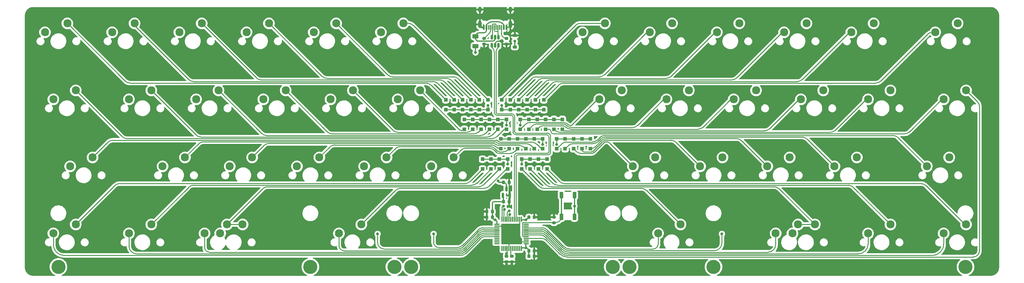
<source format=gbr>
%TF.GenerationSoftware,KiCad,Pcbnew,(7.0.0)*%
%TF.CreationDate,2024-02-03T20:40:06+01:00*%
%TF.ProjectId,the expanse,74686520-6578-4706-916e-73652e6b6963,rev?*%
%TF.SameCoordinates,Original*%
%TF.FileFunction,Copper,L2,Bot*%
%TF.FilePolarity,Positive*%
%FSLAX46Y46*%
G04 Gerber Fmt 4.6, Leading zero omitted, Abs format (unit mm)*
G04 Created by KiCad (PCBNEW (7.0.0)) date 2024-02-03 20:40:06*
%MOMM*%
%LPD*%
G01*
G04 APERTURE LIST*
G04 Aperture macros list*
%AMRoundRect*
0 Rectangle with rounded corners*
0 $1 Rounding radius*
0 $2 $3 $4 $5 $6 $7 $8 $9 X,Y pos of 4 corners*
0 Add a 4 corners polygon primitive as box body*
4,1,4,$2,$3,$4,$5,$6,$7,$8,$9,$2,$3,0*
0 Add four circle primitives for the rounded corners*
1,1,$1+$1,$2,$3*
1,1,$1+$1,$4,$5*
1,1,$1+$1,$6,$7*
1,1,$1+$1,$8,$9*
0 Add four rect primitives between the rounded corners*
20,1,$1+$1,$2,$3,$4,$5,0*
20,1,$1+$1,$4,$5,$6,$7,0*
20,1,$1+$1,$6,$7,$8,$9,0*
20,1,$1+$1,$8,$9,$2,$3,0*%
G04 Aperture macros list end*
%TA.AperFunction,ComponentPad*%
%ADD10C,2.300000*%
%TD*%
%TA.AperFunction,ComponentPad*%
%ADD11C,4.000000*%
%TD*%
%TA.AperFunction,SMDPad,CuDef*%
%ADD12RoundRect,0.250000X0.300000X-0.300000X0.300000X0.300000X-0.300000X0.300000X-0.300000X-0.300000X0*%
%TD*%
%TA.AperFunction,SMDPad,CuDef*%
%ADD13RoundRect,0.250000X-0.300000X0.300000X-0.300000X-0.300000X0.300000X-0.300000X0.300000X0.300000X0*%
%TD*%
%TA.AperFunction,SMDPad,CuDef*%
%ADD14RoundRect,0.225000X0.225000X0.250000X-0.225000X0.250000X-0.225000X-0.250000X0.225000X-0.250000X0*%
%TD*%
%TA.AperFunction,SMDPad,CuDef*%
%ADD15R,0.600000X1.450000*%
%TD*%
%TA.AperFunction,SMDPad,CuDef*%
%ADD16R,0.300000X1.450000*%
%TD*%
%TA.AperFunction,ComponentPad*%
%ADD17O,1.000000X1.600000*%
%TD*%
%TA.AperFunction,ComponentPad*%
%ADD18O,1.000000X2.100000*%
%TD*%
%TA.AperFunction,SMDPad,CuDef*%
%ADD19RoundRect,0.150000X0.150000X-0.512500X0.150000X0.512500X-0.150000X0.512500X-0.150000X-0.512500X0*%
%TD*%
%TA.AperFunction,SMDPad,CuDef*%
%ADD20RoundRect,0.200000X0.275000X-0.200000X0.275000X0.200000X-0.275000X0.200000X-0.275000X-0.200000X0*%
%TD*%
%TA.AperFunction,SMDPad,CuDef*%
%ADD21RoundRect,0.225000X-0.250000X0.225000X-0.250000X-0.225000X0.250000X-0.225000X0.250000X0.225000X0*%
%TD*%
%TA.AperFunction,SMDPad,CuDef*%
%ADD22RoundRect,0.250000X-0.625000X0.375000X-0.625000X-0.375000X0.625000X-0.375000X0.625000X0.375000X0*%
%TD*%
%TA.AperFunction,SMDPad,CuDef*%
%ADD23RoundRect,0.225000X0.375000X-0.225000X0.375000X0.225000X-0.375000X0.225000X-0.375000X-0.225000X0*%
%TD*%
%TA.AperFunction,SMDPad,CuDef*%
%ADD24RoundRect,0.200000X-0.275000X0.200000X-0.275000X-0.200000X0.275000X-0.200000X0.275000X0.200000X0*%
%TD*%
%TA.AperFunction,SMDPad,CuDef*%
%ADD25RoundRect,0.275000X0.275000X-0.625000X0.275000X0.625000X-0.275000X0.625000X-0.275000X-0.625000X0*%
%TD*%
%TA.AperFunction,SMDPad,CuDef*%
%ADD26RoundRect,0.225000X-0.225000X-0.250000X0.225000X-0.250000X0.225000X0.250000X-0.225000X0.250000X0*%
%TD*%
%TA.AperFunction,SMDPad,CuDef*%
%ADD27RoundRect,0.075000X0.075000X-0.662500X0.075000X0.662500X-0.075000X0.662500X-0.075000X-0.662500X0*%
%TD*%
%TA.AperFunction,SMDPad,CuDef*%
%ADD28RoundRect,0.075000X0.662500X-0.075000X0.662500X0.075000X-0.662500X0.075000X-0.662500X-0.075000X0*%
%TD*%
%TA.AperFunction,SMDPad,CuDef*%
%ADD29RoundRect,0.150000X0.150000X-0.587500X0.150000X0.587500X-0.150000X0.587500X-0.150000X-0.587500X0*%
%TD*%
%TA.AperFunction,ViaPad*%
%ADD30C,0.800000*%
%TD*%
%TA.AperFunction,Conductor*%
%ADD31C,0.250000*%
%TD*%
%TA.AperFunction,Conductor*%
%ADD32C,0.380000*%
%TD*%
G04 APERTURE END LIST*
D10*
%TO.P,MX8,1,1*%
%TO.N,Net-(D8-A)*%
X193040000Y-22860000D03*
%TO.P,MX8,2,2*%
%TO.N,COL7*%
X199390000Y-20320000D03*
%TD*%
%TO.P,MX26,1,1*%
%TO.N,COL1*%
X54927500Y-60960000D03*
%TO.P,MX26,2,2*%
%TO.N,Net-(D26-A)*%
X61277500Y-58420000D03*
%TD*%
%TO.P,MX6,1,1*%
%TO.N,COL5*%
X116840000Y-22860000D03*
%TO.P,MX6,2,2*%
%TO.N,Net-(D6-A)*%
X123190000Y-20320000D03*
%TD*%
%TO.P,MX19,1,1*%
%TO.N,Net-(D19-A)*%
X178752500Y-41910000D03*
%TO.P,MX19,2,2*%
%TO.N,COL6*%
X185102500Y-39370000D03*
%TD*%
%TO.P,MX31,1,1*%
%TO.N,Net-(D31-A)*%
X188277500Y-60960000D03*
%TO.P,MX31,2,2*%
%TO.N,COL6*%
X194627500Y-58420000D03*
%TD*%
%TO.P,MX40,1,1*%
%TO.N,COL2*%
X66833750Y-80010000D03*
%TO.P,MX40,2,2*%
%TO.N,Net-(D38-A)*%
X73183750Y-77470000D03*
%TD*%
%TO.P,MX16,1,1*%
%TO.N,COL3*%
X83502500Y-41910000D03*
%TO.P,MX16,2,2*%
%TO.N,Net-(D16-A)*%
X89852500Y-39370000D03*
%TD*%
%TO.P,MX34,1,1*%
%TO.N,Net-(D34-A)*%
X245427500Y-60960000D03*
%TO.P,MX34,2,2*%
%TO.N,COL9*%
X251777500Y-58420000D03*
%TD*%
%TO.P,MX44,1,1*%
%TO.N,COL9*%
X254952500Y-80010000D03*
%TO.P,MX44,2,2*%
%TO.N,Net-(D42-A)*%
X261302500Y-77470000D03*
%TD*%
%TO.P,MX23,1,1*%
%TO.N,Net-(D23-A)*%
X254952500Y-41910000D03*
%TO.P,MX23,2,2*%
%TO.N,COL10*%
X261302500Y-39370000D03*
%TD*%
%TO.P,MX33,1,1*%
%TO.N,Net-(D33-A)*%
X226377500Y-60960000D03*
%TO.P,MX33,2,2*%
%TO.N,COL8*%
X232727500Y-58420000D03*
%TD*%
%TO.P,MX18,1,1*%
%TO.N,COL5*%
X121602500Y-41910000D03*
%TO.P,MX18,2,2*%
%TO.N,Net-(D18-A)*%
X127952500Y-39370000D03*
%TD*%
%TO.P,MX11,1,1*%
%TO.N,Net-(D11-A)*%
X250190000Y-22860000D03*
%TO.P,MX11,2,2*%
%TO.N,COL10*%
X256540000Y-20320000D03*
%TD*%
%TO.P,MX13,1,1*%
%TO.N,COL0*%
X23971250Y-41910000D03*
%TO.P,MX13,2,2*%
%TO.N,Net-(D13-A)*%
X30321250Y-39370000D03*
%TD*%
%TO.P,MX27,1,1*%
%TO.N,COL2*%
X73977500Y-60960000D03*
%TO.P,MX27,2,2*%
%TO.N,Net-(D27-A)*%
X80327500Y-58420000D03*
%TD*%
%TO.P,MX3,1,1*%
%TO.N,COL2*%
X59690000Y-22860000D03*
%TO.P,MX3,2,2*%
%TO.N,Net-(D3-A)*%
X66040000Y-20320000D03*
%TD*%
%TO.P,MX15,1,1*%
%TO.N,COL2*%
X64452500Y-41910000D03*
%TO.P,MX15,2,2*%
%TO.N,Net-(D15-A)*%
X70802500Y-39370000D03*
%TD*%
D11*
%TO.P,S4,*%
%TO.N,*%
X211137500Y-89535000D03*
X187325000Y-89535000D03*
%TD*%
D10*
%TO.P,MX17,1,1*%
%TO.N,COL4*%
X102552500Y-41910000D03*
%TO.P,MX17,2,2*%
%TO.N,Net-(D17-A)*%
X108902500Y-39370000D03*
%TD*%
%TO.P,MX38,1,1*%
%TO.N,COL0*%
X23971250Y-80010000D03*
%TO.P,MX38,2,2*%
%TO.N,Net-(D36-A)*%
X30321250Y-77470000D03*
%TD*%
%TO.P,MX14,1,1*%
%TO.N,COL1*%
X45402500Y-41910000D03*
%TO.P,MX14,2,2*%
%TO.N,Net-(D14-A)*%
X51752500Y-39370000D03*
%TD*%
%TO.P,MX28,1,1*%
%TO.N,COL3*%
X93027500Y-60960000D03*
%TO.P,MX28,2,2*%
%TO.N,Net-(D28-A)*%
X99377500Y-58420000D03*
%TD*%
%TO.P,MX37,1,1*%
%TO.N,COL8*%
X228758750Y-80010000D03*
%TO.P,MX37,2,2*%
%TO.N,Net-(D41-A)*%
X235108750Y-77470000D03*
%TD*%
%TO.P,MX1,1,1*%
%TO.N,COL0*%
X21590000Y-22860000D03*
%TO.P,MX1,2,2*%
%TO.N,Net-(D1-A)*%
X27940000Y-20320000D03*
%TD*%
D11*
%TO.P,S3,*%
%TO.N,*%
X120650000Y-89535000D03*
X96837500Y-89535000D03*
%TD*%
D10*
%TO.P,MX43,1,1*%
%TO.N,COL8*%
X233521250Y-80010000D03*
%TO.P,MX43,2,2*%
%TO.N,Net-(D41-A)*%
X239871250Y-77470000D03*
%TD*%
%TO.P,MX4,1,1*%
%TO.N,COL3*%
X78740000Y-22860000D03*
%TO.P,MX4,2,2*%
%TO.N,Net-(D4-A)*%
X85090000Y-20320000D03*
%TD*%
D11*
%TO.P,S2,*%
%TO.N,*%
X282575000Y-89535000D03*
X182562500Y-89535000D03*
%TD*%
D10*
%TO.P,MX42,1,1*%
%TO.N,COL6*%
X195421250Y-80010000D03*
%TO.P,MX42,2,2*%
%TO.N,Net-(D40-A)*%
X201771250Y-77470000D03*
%TD*%
%TO.P,MX41,1,1*%
%TO.N,COL3*%
X104933750Y-80010000D03*
%TO.P,MX41,2,2*%
%TO.N,Net-(D39-A)*%
X111283750Y-77470000D03*
%TD*%
D11*
%TO.P,S1,*%
%TO.N,*%
X125412500Y-89535000D03*
X25400000Y-89535000D03*
%TD*%
D10*
%TO.P,MX35,1,1*%
%TO.N,Net-(D35-A)*%
X271621250Y-60960000D03*
%TO.P,MX35,2,2*%
%TO.N,COL10*%
X277971250Y-58420000D03*
%TD*%
%TO.P,MX36,1,1*%
%TO.N,COL2*%
X71278750Y-80010000D03*
%TO.P,MX36,2,2*%
%TO.N,Net-(D38-A)*%
X77628750Y-77470000D03*
%TD*%
%TO.P,MX32,1,1*%
%TO.N,Net-(D32-A)*%
X207327500Y-60960000D03*
%TO.P,MX32,2,2*%
%TO.N,COL7*%
X213677500Y-58420000D03*
%TD*%
%TO.P,MX25,1,1*%
%TO.N,COL0*%
X28733750Y-60960000D03*
%TO.P,MX25,2,2*%
%TO.N,Net-(D25-A)*%
X35083750Y-58420000D03*
%TD*%
%TO.P,MX22,1,1*%
%TO.N,Net-(D22-A)*%
X235902500Y-41910000D03*
%TO.P,MX22,2,2*%
%TO.N,COL9*%
X242252500Y-39370000D03*
%TD*%
%TO.P,MX39,1,1*%
%TO.N,COL1*%
X45402500Y-80010000D03*
%TO.P,MX39,2,2*%
%TO.N,Net-(D37-A)*%
X51752500Y-77470000D03*
%TD*%
%TO.P,MX20,1,1*%
%TO.N,Net-(D20-A)*%
X197802500Y-41910000D03*
%TO.P,MX20,2,2*%
%TO.N,COL7*%
X204152500Y-39370000D03*
%TD*%
%TO.P,MX12,1,1*%
%TO.N,Net-(D12-A)*%
X274002500Y-22860000D03*
%TO.P,MX12,2,2*%
%TO.N,COL11*%
X280352500Y-20320000D03*
%TD*%
%TO.P,MX10,1,1*%
%TO.N,Net-(D10-A)*%
X231140000Y-22860000D03*
%TO.P,MX10,2,2*%
%TO.N,COL9*%
X237490000Y-20320000D03*
%TD*%
%TO.P,MX9,1,1*%
%TO.N,Net-(D9-A)*%
X212090000Y-22860000D03*
%TO.P,MX9,2,2*%
%TO.N,COL8*%
X218440000Y-20320000D03*
%TD*%
%TO.P,MX7,1,1*%
%TO.N,COL6*%
X173990000Y-22860000D03*
%TO.P,MX7,2,2*%
%TO.N,Net-(D7-A)*%
X180340000Y-20320000D03*
%TD*%
%TO.P,MX45,1,1*%
%TO.N,COL10*%
X276383750Y-80010000D03*
%TO.P,MX45,2,2*%
%TO.N,Net-(D43-A)*%
X282733750Y-77470000D03*
%TD*%
%TO.P,MX5,1,1*%
%TO.N,COL4*%
X97790000Y-22860000D03*
%TO.P,MX5,2,2*%
%TO.N,Net-(D5-A)*%
X104140000Y-20320000D03*
%TD*%
%TO.P,MX21,1,1*%
%TO.N,Net-(D21-A)*%
X216852500Y-41910000D03*
%TO.P,MX21,2,2*%
%TO.N,COL8*%
X223202500Y-39370000D03*
%TD*%
%TO.P,MX29,1,1*%
%TO.N,COL4*%
X112077500Y-60960000D03*
%TO.P,MX29,2,2*%
%TO.N,Net-(D29-A)*%
X118427500Y-58420000D03*
%TD*%
%TO.P,MX24,1,1*%
%TO.N,Net-(D24-A)*%
X276383750Y-41910000D03*
%TO.P,MX24,2,2*%
%TO.N,COL11*%
X282733750Y-39370000D03*
%TD*%
%TO.P,MX2,1,1*%
%TO.N,COL1*%
X40640000Y-22860000D03*
%TO.P,MX2,2,2*%
%TO.N,Net-(D2-A)*%
X46990000Y-20320000D03*
%TD*%
%TO.P,MX30,1,1*%
%TO.N,COL5*%
X131127500Y-60960000D03*
%TO.P,MX30,2,2*%
%TO.N,Net-(D30-A)*%
X137477500Y-58420000D03*
%TD*%
D12*
%TO.P,D11,1,K*%
%TO.N,ROW0*%
X160637500Y-44856250D03*
%TO.P,D11,2,A*%
%TO.N,Net-(D11-A)*%
X160637500Y-42056250D03*
%TD*%
D13*
%TO.P,D29,1,K*%
%TO.N,ROW2*%
X153193750Y-53168750D03*
%TO.P,D29,2,A*%
%TO.N,Net-(D29-A)*%
X153193750Y-55968750D03*
%TD*%
D12*
%TO.P,D6,1,K*%
%TO.N,ROW0*%
X147143750Y-44856250D03*
%TO.P,D6,2,A*%
%TO.N,Net-(D6-A)*%
X147143750Y-42056250D03*
%TD*%
D13*
%TO.P,D31,1,K*%
%TO.N,ROW2*%
X171450000Y-53168750D03*
%TO.P,D31,2,A*%
%TO.N,Net-(D31-A)*%
X171450000Y-55968750D03*
%TD*%
D12*
%TO.P,D10,1,K*%
%TO.N,ROW0*%
X158256250Y-44856250D03*
%TO.P,D10,2,A*%
%TO.N,Net-(D10-A)*%
X158256250Y-42056250D03*
%TD*%
%TO.P,D4,1,K*%
%TO.N,ROW0*%
X142381250Y-44856250D03*
%TO.P,D4,2,A*%
%TO.N,Net-(D4-A)*%
X142381250Y-42056250D03*
%TD*%
%TO.P,D12,1,K*%
%TO.N,ROW0*%
X163018750Y-44856250D03*
%TO.P,D12,2,A*%
%TO.N,Net-(D12-A)*%
X163018750Y-42056250D03*
%TD*%
D14*
%TO.P,C8,1*%
%TO.N,GND*%
X153175000Y-65487500D03*
%TO.P,C8,2*%
%TO.N,+5V*%
X151625000Y-65487500D03*
%TD*%
D13*
%TO.P,D32,1,K*%
%TO.N,ROW2*%
X173831250Y-53168750D03*
%TO.P,D32,2,A*%
%TO.N,Net-(D32-A)*%
X173831250Y-55968750D03*
%TD*%
%TO.P,D27,1,K*%
%TO.N,ROW2*%
X157956250Y-53168750D03*
%TO.P,D27,2,A*%
%TO.N,Net-(D27-A)*%
X157956250Y-55968750D03*
%TD*%
D15*
%TO.P,J1,A1,GND*%
%TO.N,GND*%
X145974999Y-21507499D03*
%TO.P,J1,A4,VBUS*%
%TO.N,VBUS*%
X146774999Y-21507499D03*
D16*
%TO.P,J1,A5,CC1*%
%TO.N,/CC1*%
X147974999Y-21507499D03*
%TO.P,J1,A6,D+*%
%TO.N,D_USB_P*%
X148974999Y-21507499D03*
%TO.P,J1,A7,D-*%
%TO.N,D_USB_N*%
X149474999Y-21507499D03*
%TO.P,J1,A8,SBU1*%
%TO.N,unconnected-(J1-SBU1-PadA8)*%
X150474999Y-21507499D03*
D15*
%TO.P,J1,A9,VBUS*%
%TO.N,VBUS*%
X151674999Y-21507499D03*
%TO.P,J1,A12,GND*%
%TO.N,GND*%
X152474999Y-21507499D03*
%TO.P,J1,B1,GND*%
X152474999Y-21507499D03*
%TO.P,J1,B4,VBUS*%
%TO.N,VBUS*%
X151674999Y-21507499D03*
D16*
%TO.P,J1,B5,CC2*%
%TO.N,/CC2*%
X150974999Y-21507499D03*
%TO.P,J1,B6,D+*%
%TO.N,D_USB_P*%
X149974999Y-21507499D03*
%TO.P,J1,B7,D-*%
%TO.N,D_USB_N*%
X148474999Y-21507499D03*
%TO.P,J1,B8,SBU2*%
%TO.N,unconnected-(J1-SBU2-PadB8)*%
X147474999Y-21507499D03*
D15*
%TO.P,J1,B9,VBUS*%
%TO.N,VBUS*%
X146774999Y-21507499D03*
%TO.P,J1,B12,GND*%
%TO.N,GND*%
X145974999Y-21507499D03*
D17*
%TO.P,J1,S1,SHIELD*%
X144904999Y-16412499D03*
D18*
X144904999Y-20592499D03*
D17*
X153544999Y-16412499D03*
D18*
X153544999Y-20592499D03*
%TD*%
D19*
%TO.P,U2,1,I/O1*%
%TO.N,D_P*%
X150175000Y-26537500D03*
%TO.P,U2,2,GND*%
%TO.N,GND*%
X149225000Y-26537500D03*
%TO.P,U2,3,I/O2*%
%TO.N,D_N*%
X148275000Y-26537500D03*
%TO.P,U2,4,I/O2*%
%TO.N,D_USB_N*%
X148275000Y-24262500D03*
%TO.P,U2,5,VBUS*%
%TO.N,VBUS*%
X149225000Y-24262500D03*
%TO.P,U2,6,I/O1*%
%TO.N,D_USB_P*%
X150175000Y-24262500D03*
%TD*%
D13*
%TO.P,D26,1,K*%
%TO.N,ROW2*%
X160337500Y-53168750D03*
%TO.P,D26,2,A*%
%TO.N,Net-(D26-A)*%
X160337500Y-55968750D03*
%TD*%
D12*
%TO.P,D9,1,K*%
%TO.N,ROW0*%
X155875000Y-44856250D03*
%TO.P,D9,2,A*%
%TO.N,Net-(D9-A)*%
X155875000Y-42056250D03*
%TD*%
D13*
%TO.P,D18,1,K*%
%TO.N,ROW1*%
X140493750Y-47612500D03*
%TO.P,D18,2,A*%
%TO.N,Net-(D18-A)*%
X140493750Y-50412500D03*
%TD*%
D20*
%TO.P,R1,1*%
%TO.N,BOOT0*%
X165893750Y-77025000D03*
%TO.P,R1,2*%
%TO.N,GND*%
X165893750Y-75375000D03*
%TD*%
D14*
%TO.P,C1,1*%
%TO.N,+3V3*%
X148431250Y-75406250D03*
%TO.P,C1,2*%
%TO.N,GND*%
X146881250Y-75406250D03*
%TD*%
D21*
%TO.P,C7,1*%
%TO.N,NRST*%
X153987500Y-86537500D03*
%TO.P,C7,2*%
%TO.N,GND*%
X153987500Y-88087500D03*
%TD*%
D13*
%TO.P,D15,1,K*%
%TO.N,ROW1*%
X147637500Y-47612500D03*
%TO.P,D15,2,A*%
%TO.N,Net-(D15-A)*%
X147637500Y-50412500D03*
%TD*%
%TO.P,D13,1,K*%
%TO.N,ROW1*%
X152400000Y-47612500D03*
%TO.P,D13,2,A*%
%TO.N,Net-(D13-A)*%
X152400000Y-50412500D03*
%TD*%
%TO.P,D14,1,K*%
%TO.N,ROW1*%
X150018750Y-47612500D03*
%TO.P,D14,2,A*%
%TO.N,Net-(D14-A)*%
X150018750Y-50412500D03*
%TD*%
%TO.P,D43,1,K*%
%TO.N,ROW3*%
X163912500Y-58912500D03*
%TO.P,D43,2,A*%
%TO.N,Net-(D43-A)*%
X163912500Y-61712500D03*
%TD*%
%TO.P,D30,1,K*%
%TO.N,ROW2*%
X155575000Y-53168750D03*
%TO.P,D30,2,A*%
%TO.N,Net-(D30-A)*%
X155575000Y-55968750D03*
%TD*%
D22*
%TO.P,F1,1*%
%TO.N,VBUS*%
X143668750Y-24000000D03*
%TO.P,F1,2*%
%TO.N,+5V*%
X143668750Y-26800000D03*
%TD*%
D12*
%TO.P,D5,1,K*%
%TO.N,ROW0*%
X144762500Y-44856250D03*
%TO.P,D5,2,A*%
%TO.N,Net-(D5-A)*%
X144762500Y-42056250D03*
%TD*%
D13*
%TO.P,D24,1,K*%
%TO.N,ROW1*%
X163512500Y-47612500D03*
%TO.P,D24,2,A*%
%TO.N,Net-(D24-A)*%
X163512500Y-50412500D03*
%TD*%
%TO.P,D25,1,K*%
%TO.N,ROW2*%
X162718750Y-53168750D03*
%TO.P,D25,2,A*%
%TO.N,Net-(D25-A)*%
X162718750Y-55968750D03*
%TD*%
%TO.P,D19,1,K*%
%TO.N,ROW1*%
X156368750Y-47612500D03*
%TO.P,D19,2,A*%
%TO.N,Net-(D19-A)*%
X156368750Y-50412500D03*
%TD*%
%TO.P,D28,1,K*%
%TO.N,ROW2*%
X150812500Y-53168750D03*
%TO.P,D28,2,A*%
%TO.N,Net-(D28-A)*%
X150812500Y-55968750D03*
%TD*%
D23*
%TO.P,D_PWR1,1,A1*%
%TO.N,+5V*%
X154781250Y-27050000D03*
%TO.P,D_PWR1,2,A2*%
%TO.N,GND*%
X154781250Y-23750000D03*
%TD*%
D13*
%TO.P,D33,1,K*%
%TO.N,ROW2*%
X176212500Y-53168750D03*
%TO.P,D33,2,A*%
%TO.N,Net-(D33-A)*%
X176212500Y-55968750D03*
%TD*%
D24*
%TO.P,R2,1*%
%TO.N,/CC1*%
X146050000Y-24575000D03*
%TO.P,R2,2*%
%TO.N,GND*%
X146050000Y-26225000D03*
%TD*%
D13*
%TO.P,D38,1,K*%
%TO.N,ROW3*%
X150418750Y-58912500D03*
%TO.P,D38,2,A*%
%TO.N,Net-(D38-A)*%
X150418750Y-61712500D03*
%TD*%
%TO.P,D37,1,K*%
%TO.N,ROW3*%
X148037500Y-58912500D03*
%TO.P,D37,2,A*%
%TO.N,Net-(D37-A)*%
X148037500Y-61712500D03*
%TD*%
%TO.P,D21,1,K*%
%TO.N,ROW1*%
X161131250Y-47612500D03*
%TO.P,D21,2,A*%
%TO.N,Net-(D21-A)*%
X161131250Y-50412500D03*
%TD*%
%TO.P,D35,1,K*%
%TO.N,ROW2*%
X166687500Y-53168750D03*
%TO.P,D35,2,A*%
%TO.N,Net-(D35-A)*%
X166687500Y-55968750D03*
%TD*%
D14*
%TO.P,C9,1*%
%TO.N,GND*%
X153175000Y-71026250D03*
%TO.P,C9,2*%
%TO.N,+3V3*%
X151625000Y-71026250D03*
%TD*%
D13*
%TO.P,D36,1,K*%
%TO.N,ROW3*%
X145656250Y-58912500D03*
%TO.P,D36,2,A*%
%TO.N,Net-(D36-A)*%
X145656250Y-61712500D03*
%TD*%
D12*
%TO.P,D3,1,K*%
%TO.N,ROW0*%
X140000000Y-44856250D03*
%TO.P,D3,2,A*%
%TO.N,Net-(D3-A)*%
X140000000Y-42056250D03*
%TD*%
D13*
%TO.P,D40,1,K*%
%TO.N,ROW3*%
X156768750Y-58912500D03*
%TO.P,D40,2,A*%
%TO.N,Net-(D40-A)*%
X156768750Y-61712500D03*
%TD*%
D25*
%TO.P,SW1,1,1*%
%TO.N,+3V3*%
X171712500Y-75331250D03*
X171712500Y-69131250D03*
%TO.P,SW1,2,2*%
%TO.N,BOOT0*%
X168012500Y-75331250D03*
X168012500Y-69131250D03*
%TD*%
D13*
%TO.P,D16,1,K*%
%TO.N,ROW1*%
X145256250Y-47612500D03*
%TO.P,D16,2,A*%
%TO.N,Net-(D16-A)*%
X145256250Y-50412500D03*
%TD*%
D12*
%TO.P,D2,1,K*%
%TO.N,ROW0*%
X137618750Y-44856250D03*
%TO.P,D2,2,A*%
%TO.N,Net-(D2-A)*%
X137618750Y-42056250D03*
%TD*%
D13*
%TO.P,D41,1,K*%
%TO.N,ROW3*%
X159150000Y-58912500D03*
%TO.P,D41,2,A*%
%TO.N,Net-(D41-A)*%
X159150000Y-61712500D03*
%TD*%
%TO.P,D39,1,K*%
%TO.N,ROW3*%
X152800000Y-58912500D03*
%TO.P,D39,2,A*%
%TO.N,Net-(D39-A)*%
X152800000Y-61712500D03*
%TD*%
D12*
%TO.P,D1,1,K*%
%TO.N,ROW0*%
X135237500Y-44856250D03*
%TO.P,D1,2,A*%
%TO.N,Net-(D1-A)*%
X135237500Y-42056250D03*
%TD*%
D24*
%TO.P,R3,1*%
%TO.N,/CC2*%
X152400000Y-24575000D03*
%TO.P,R3,2*%
%TO.N,GND*%
X152400000Y-26225000D03*
%TD*%
D13*
%TO.P,D42,1,K*%
%TO.N,ROW3*%
X161531250Y-58912500D03*
%TO.P,D42,2,A*%
%TO.N,Net-(D42-A)*%
X161531250Y-61712500D03*
%TD*%
D26*
%TO.P,C5,1*%
%TO.N,+3V3*%
X158750000Y-84931250D03*
%TO.P,C5,2*%
%TO.N,GND*%
X160300000Y-84931250D03*
%TD*%
D13*
%TO.P,D34,1,K*%
%TO.N,ROW2*%
X169068750Y-53168750D03*
%TO.P,D34,2,A*%
%TO.N,Net-(D34-A)*%
X169068750Y-55968750D03*
%TD*%
D27*
%TO.P,U1,1,VBAT*%
%TO.N,+3V3*%
X156637500Y-84331250D03*
%TO.P,U1,2,PC13*%
%TO.N,unconnected-(U1-PC13-Pad2)*%
X156137500Y-84331250D03*
%TO.P,U1,3,PC14*%
%TO.N,unconnected-(U1-PC14-Pad3)*%
X155637500Y-84331250D03*
%TO.P,U1,4,PC15*%
%TO.N,unconnected-(U1-PC15-Pad4)*%
X155137500Y-84331250D03*
%TO.P,U1,5,PF0*%
%TO.N,unconnected-(U1-PF0-Pad5)*%
X154637500Y-84331250D03*
%TO.P,U1,6,PF1*%
%TO.N,unconnected-(U1-PF1-Pad6)*%
X154137500Y-84331250D03*
%TO.P,U1,7,NRST*%
%TO.N,NRST*%
X153637500Y-84331250D03*
%TO.P,U1,8,VSSA*%
%TO.N,GND*%
X153137500Y-84331250D03*
%TO.P,U1,9,VDDA*%
%TO.N,+3V3*%
X152637500Y-84331250D03*
%TO.P,U1,10,PA0*%
%TO.N,unconnected-(U1-PA0-Pad10)*%
X152137500Y-84331250D03*
%TO.P,U1,11,PA1*%
%TO.N,unconnected-(U1-PA1-Pad11)*%
X151637500Y-84331250D03*
%TO.P,U1,12,PA2*%
%TO.N,unconnected-(U1-PA2-Pad12)*%
X151137500Y-84331250D03*
D28*
%TO.P,U1,13,PA3*%
%TO.N,unconnected-(U1-PA3-Pad13)*%
X149725000Y-82918750D03*
%TO.P,U1,14,PA4*%
%TO.N,unconnected-(U1-PA4-Pad14)*%
X149725000Y-82418750D03*
%TO.P,U1,15,PA5*%
%TO.N,unconnected-(U1-PA5-Pad15)*%
X149725000Y-81918750D03*
%TO.P,U1,16,PA6*%
%TO.N,unconnected-(U1-PA6-Pad16)*%
X149725000Y-81418750D03*
%TO.P,U1,17,PA7*%
%TO.N,COL0*%
X149725000Y-80918750D03*
%TO.P,U1,18,PB0*%
%TO.N,COL1*%
X149725000Y-80418750D03*
%TO.P,U1,19,PB1*%
%TO.N,COL2*%
X149725000Y-79918750D03*
%TO.P,U1,20,PB2*%
%TO.N,COL3*%
X149725000Y-79418750D03*
%TO.P,U1,21,PB10*%
%TO.N,COL4*%
X149725000Y-78918750D03*
%TO.P,U1,22,PB11*%
%TO.N,COL5*%
X149725000Y-78418750D03*
%TO.P,U1,23,VSS*%
%TO.N,GND*%
X149725000Y-77918750D03*
%TO.P,U1,24,VDD*%
%TO.N,+3V3*%
X149725000Y-77418750D03*
D27*
%TO.P,U1,25,PB12*%
%TO.N,ROW0*%
X151137500Y-76006250D03*
%TO.P,U1,26,PB13*%
%TO.N,ROW3*%
X151637500Y-76006250D03*
%TO.P,U1,27,PB14*%
%TO.N,unconnected-(U1-PB14-Pad27)*%
X152137500Y-76006250D03*
%TO.P,U1,28,PB15*%
%TO.N,ROW1*%
X152637500Y-76006250D03*
%TO.P,U1,29,PA8*%
%TO.N,ROW2*%
X153137500Y-76006250D03*
%TO.P,U1,30,PA9*%
%TO.N,unconnected-(U1-PA9-Pad30)*%
X153637500Y-76006250D03*
%TO.P,U1,31,PA10*%
%TO.N,unconnected-(U1-PA10-Pad31)*%
X154137500Y-76006250D03*
%TO.P,U1,32,PA11*%
%TO.N,D_N*%
X154637500Y-76006250D03*
%TO.P,U1,33,PA12*%
%TO.N,D_P*%
X155137500Y-76006250D03*
%TO.P,U1,34,PA13*%
%TO.N,unconnected-(U1-PA13-Pad34)*%
X155637500Y-76006250D03*
%TO.P,U1,35,VSS*%
%TO.N,GND*%
X156137500Y-76006250D03*
%TO.P,U1,36,VDDIO2*%
%TO.N,+3V3*%
X156637500Y-76006250D03*
D28*
%TO.P,U1,37,PA14*%
%TO.N,unconnected-(U1-PA14-Pad37)*%
X158050000Y-77418750D03*
%TO.P,U1,38,PA15*%
%TO.N,unconnected-(U1-PA15-Pad38)*%
X158050000Y-77918750D03*
%TO.P,U1,39,PB3*%
%TO.N,COL6*%
X158050000Y-78418750D03*
%TO.P,U1,40,PB4*%
%TO.N,COL7*%
X158050000Y-78918750D03*
%TO.P,U1,41,PB5*%
%TO.N,COL8*%
X158050000Y-79418750D03*
%TO.P,U1,42,PB6*%
%TO.N,COL9*%
X158050000Y-79918750D03*
%TO.P,U1,43,PB7*%
%TO.N,COL10*%
X158050000Y-80418750D03*
%TO.P,U1,44,BOOT0*%
%TO.N,BOOT0*%
X158050000Y-80918750D03*
%TO.P,U1,45,PB8*%
%TO.N,COL11*%
X158050000Y-81418750D03*
%TO.P,U1,46,PB9*%
%TO.N,unconnected-(U1-PB9-Pad46)*%
X158050000Y-81918750D03*
%TO.P,U1,47,VSS*%
%TO.N,GND*%
X158050000Y-82418750D03*
%TO.P,U1,48,VDD*%
%TO.N,+3V3*%
X158050000Y-82918750D03*
%TD*%
D12*
%TO.P,D8,1,K*%
%TO.N,ROW0*%
X153493750Y-44856250D03*
%TO.P,D8,2,A*%
%TO.N,Net-(D8-A)*%
X153493750Y-42056250D03*
%TD*%
%TO.P,D7,1,K*%
%TO.N,ROW0*%
X151112500Y-44856250D03*
%TO.P,D7,2,A*%
%TO.N,Net-(D7-A)*%
X151112500Y-42056250D03*
%TD*%
D13*
%TO.P,D20,1,K*%
%TO.N,ROW1*%
X158750000Y-47612500D03*
%TO.P,D20,2,A*%
%TO.N,Net-(D20-A)*%
X158750000Y-50412500D03*
%TD*%
%TO.P,D23,1,K*%
%TO.N,ROW1*%
X165893750Y-47612500D03*
%TO.P,D23,2,A*%
%TO.N,Net-(D23-A)*%
X165893750Y-50412500D03*
%TD*%
D26*
%TO.P,C3,1*%
%TO.N,+3V3*%
X158768750Y-86518750D03*
%TO.P,C3,2*%
%TO.N,GND*%
X160318750Y-86518750D03*
%TD*%
D13*
%TO.P,D22,1,K*%
%TO.N,ROW1*%
X168275000Y-47612500D03*
%TO.P,D22,2,A*%
%TO.N,Net-(D22-A)*%
X168275000Y-50412500D03*
%TD*%
D21*
%TO.P,C2,1*%
%TO.N,+3V3*%
X152400000Y-86537500D03*
%TO.P,C2,2*%
%TO.N,GND*%
X152400000Y-88087500D03*
%TD*%
D14*
%TO.P,C6,1*%
%TO.N,+3V3*%
X148412500Y-73818750D03*
%TO.P,C6,2*%
%TO.N,GND*%
X146862500Y-73818750D03*
%TD*%
D26*
%TO.P,C4,1*%
%TO.N,+3V3*%
X158768750Y-75406250D03*
%TO.P,C4,2*%
%TO.N,GND*%
X160318750Y-75406250D03*
%TD*%
D29*
%TO.P,U3,1,GND*%
%TO.N,GND*%
X153350000Y-69200000D03*
%TO.P,U3,2,VO*%
%TO.N,+3V3*%
X151450000Y-69200000D03*
%TO.P,U3,3,VI*%
%TO.N,+5V*%
X152400000Y-67325000D03*
%TD*%
D13*
%TO.P,D17,1,K*%
%TO.N,ROW1*%
X142875000Y-47612500D03*
%TO.P,D17,2,A*%
%TO.N,Net-(D17-A)*%
X142875000Y-50412500D03*
%TD*%
D30*
%TO.N,+3V3*%
X149225000Y-76200000D03*
X152400000Y-85725000D03*
X171712500Y-72231250D03*
X157956250Y-84137500D03*
X157956250Y-76200000D03*
%TO.N,GND*%
X161131250Y-84931250D03*
X150812500Y-25400000D03*
X146050000Y-73818750D03*
X153987500Y-80168750D03*
X152400000Y-88900000D03*
X152400000Y-27781250D03*
X161131250Y-86518750D03*
X153987500Y-88900000D03*
X153193750Y-72231250D03*
X165893750Y-74612500D03*
X161131250Y-75406250D03*
X156368750Y-64293750D03*
X146050000Y-27781250D03*
X154781250Y-22225000D03*
X153193750Y-64293750D03*
X146050000Y-75406250D03*
%TO.N,+5V*%
X143668750Y-28575000D03*
X154781250Y-25400000D03*
X150034174Y-65102924D03*
%TO.N,ROW0*%
X151112500Y-43656250D03*
X147143750Y-43656250D03*
X151606250Y-72231250D03*
%TO.N,ROW1*%
X156368750Y-49212500D03*
X153154742Y-73634722D03*
X152400000Y-49212500D03*
%TO.N,ROW2*%
X162718750Y-54768750D03*
X153362000Y-74612500D03*
X166687500Y-54768750D03*
%TO.N,ROW3*%
X151862000Y-73243036D03*
X152800000Y-60325000D03*
X156768750Y-60325000D03*
%TO.N,COL4*%
X115887500Y-80168750D03*
%TO.N,COL5*%
X131762500Y-80168750D03*
%TO.N,COL7*%
X213518750Y-80168750D03*
%TD*%
D31*
%TO.N,Net-(D1-A)*%
X45754677Y-37306250D02*
X129659073Y-37306250D01*
X131073287Y-37892037D02*
X135237500Y-42056250D01*
X27940000Y-20320000D02*
X44340464Y-36720464D01*
X44340486Y-36720442D02*
G75*
G03*
X45754677Y-37306250I1414214J1414142D01*
G01*
X131073290Y-37892034D02*
G75*
G03*
X129659073Y-37306250I-1414190J-1414166D01*
G01*
%TO.N,Net-(D2-A)*%
X46990000Y-20955000D02*
X62305464Y-36270464D01*
X133004537Y-37442037D02*
X137618750Y-42056250D01*
X46990000Y-20320000D02*
X46990000Y-20955000D01*
X63719677Y-36856250D02*
X131590323Y-36856250D01*
X133004515Y-37442059D02*
G75*
G03*
X131590323Y-36856250I-1414215J-1414141D01*
G01*
X62305486Y-36270442D02*
G75*
G03*
X63719677Y-36856250I1414214J1414142D01*
G01*
%TO.N,Net-(D3-A)*%
X134935787Y-36992037D02*
X140000000Y-42056250D01*
X82954677Y-36406250D02*
X133521573Y-36406250D01*
X66040000Y-20320000D02*
X81540464Y-35820464D01*
X134935790Y-36992034D02*
G75*
G03*
X133521573Y-36406250I-1414190J-1414166D01*
G01*
X81540486Y-35820442D02*
G75*
G03*
X82954677Y-36406250I1414214J1414142D01*
G01*
%TO.N,Net-(D4-A)*%
X136867037Y-36542037D02*
X142381250Y-42056250D01*
X101554677Y-35956250D02*
X135452823Y-35956250D01*
X85090000Y-20320000D02*
X100140464Y-35370464D01*
X100140486Y-35370442D02*
G75*
G03*
X101554677Y-35956250I1414214J1414142D01*
G01*
X136867015Y-36542059D02*
G75*
G03*
X135452823Y-35956250I-1414215J-1414141D01*
G01*
%TO.N,Net-(D5-A)*%
X120154677Y-35506250D02*
X137384073Y-35506250D01*
X138798287Y-36092037D02*
X144762500Y-42056250D01*
X104140000Y-20320000D02*
X118740464Y-34920464D01*
X118740486Y-34920442D02*
G75*
G03*
X120154677Y-35506250I1414214J1414142D01*
G01*
X138798290Y-36092034D02*
G75*
G03*
X137384073Y-35506250I-1414190J-1414166D01*
G01*
%TO.N,Net-(D6-A)*%
X124579073Y-20320000D02*
X123190000Y-20320000D01*
X147143750Y-42056250D02*
X125993286Y-20905786D01*
X125993300Y-20905772D02*
G75*
G03*
X124579073Y-20320000I-1414200J-1414228D01*
G01*
%TO.N,Net-(D7-A)*%
X173377177Y-20320000D02*
X180340000Y-20320000D01*
X151112500Y-41756250D02*
X171962964Y-20905786D01*
X151112500Y-42056250D02*
X151112500Y-41756250D01*
X173377177Y-20319984D02*
G75*
G03*
X171962964Y-20905786I23J-2000016D01*
G01*
%TO.N,Net-(D8-A)*%
X193040000Y-22860000D02*
X192246250Y-22860000D01*
X192246250Y-22860000D02*
X180191798Y-34914452D01*
X159463975Y-36086025D02*
X153493750Y-42056250D01*
X178777585Y-35500238D02*
X160878189Y-35500238D01*
X160878189Y-35500220D02*
G75*
G03*
X159463976Y-36086026I11J-1999980D01*
G01*
X178777585Y-35500216D02*
G75*
G03*
X180191798Y-34914452I15J2000016D01*
G01*
%TO.N,Net-(D9-A)*%
X211592233Y-22860000D02*
X199087781Y-35364452D01*
X212090000Y-22860000D02*
X211592233Y-22860000D01*
X197673568Y-35950238D02*
X162809439Y-35950238D01*
X161395225Y-36536025D02*
X155875000Y-42056250D01*
X197673568Y-35950204D02*
G75*
G03*
X199087781Y-35364452I32J2000004D01*
G01*
X162809439Y-35950255D02*
G75*
G03*
X161395225Y-36536025I-39J-1999945D01*
G01*
%TO.N,Net-(D10-A)*%
X231140000Y-22860000D02*
X230642233Y-22860000D01*
X230642233Y-22860000D02*
X217687781Y-35814452D01*
X163326475Y-36986025D02*
X158256250Y-42056250D01*
X216273568Y-36400238D02*
X164740689Y-36400238D01*
X216273568Y-36400204D02*
G75*
G03*
X217687781Y-35814452I32J2000004D01*
G01*
X164740689Y-36400220D02*
G75*
G03*
X163326476Y-36986026I11J-1999980D01*
G01*
%TO.N,Net-(D11-A)*%
X249692233Y-22860000D02*
X236287781Y-36264452D01*
X234873568Y-36850238D02*
X166671939Y-36850238D01*
X250190000Y-22860000D02*
X249692233Y-22860000D01*
X165257725Y-37436025D02*
X160637500Y-42056250D01*
X166671939Y-36850255D02*
G75*
G03*
X165257725Y-37436025I-39J-1999945D01*
G01*
X234873568Y-36850204D02*
G75*
G03*
X236287781Y-36264452I32J2000004D01*
G01*
%TO.N,Net-(D12-A)*%
X271790368Y-23445787D02*
X258515691Y-36720464D01*
X274002500Y-22860000D02*
X273204582Y-22860000D01*
X167182963Y-37892037D02*
X163018750Y-42056250D01*
X257101478Y-37306250D02*
X168597177Y-37306250D01*
X168597177Y-37306220D02*
G75*
G03*
X167182964Y-37892038I23J-1999980D01*
G01*
X273204582Y-22859988D02*
G75*
G03*
X271790368Y-23445787I18J-2000012D01*
G01*
X257101478Y-37306249D02*
G75*
G03*
X258515691Y-36720464I22J1999949D01*
G01*
%TO.N,Net-(D13-A)*%
X149704537Y-52501713D02*
X151793750Y-50412500D01*
X151793750Y-50412500D02*
X152400000Y-50412500D01*
X44867177Y-53087500D02*
X148290323Y-53087500D01*
X30321250Y-39370000D02*
X43452964Y-52501714D01*
X43452975Y-52501703D02*
G75*
G03*
X44867177Y-53087500I1414225J1414203D01*
G01*
X148290323Y-53087516D02*
G75*
G03*
X149704537Y-52501713I-23J2000016D01*
G01*
%TO.N,Net-(D14-A)*%
X64434213Y-52051713D02*
X51752500Y-39370000D01*
X146965323Y-52637500D02*
X65848427Y-52637500D01*
X150018750Y-50412500D02*
X148379536Y-52051714D01*
X146965323Y-52637516D02*
G75*
G03*
X148379536Y-52051714I-23J2000016D01*
G01*
X64434199Y-52051727D02*
G75*
G03*
X65848427Y-52637500I1414201J1414227D01*
G01*
%TO.N,Net-(D15-A)*%
X145034073Y-52187500D02*
X84448427Y-52187500D01*
X83034213Y-51601713D02*
X70802500Y-39370000D01*
X147637500Y-50412500D02*
X146448286Y-51601714D01*
X83034199Y-51601727D02*
G75*
G03*
X84448427Y-52187500I1414201J1414227D01*
G01*
X145034073Y-52187480D02*
G75*
G03*
X146448285Y-51601713I27J1999980D01*
G01*
%TO.N,Net-(D16-A)*%
X143102823Y-51737500D02*
X103048427Y-51737500D01*
X101634213Y-51151713D02*
X89852500Y-39370000D01*
X145256250Y-50412500D02*
X144517036Y-51151714D01*
X101634199Y-51151727D02*
G75*
G03*
X103048427Y-51737500I1414201J1414227D01*
G01*
X143102823Y-51737516D02*
G75*
G03*
X144517036Y-51151714I-23J2000016D01*
G01*
%TO.N,Net-(D17-A)*%
X120234213Y-50701713D02*
X108902500Y-39370000D01*
X141171573Y-51287500D02*
X121648427Y-51287500D01*
X142875000Y-50412500D02*
X142585786Y-50701714D01*
X120234199Y-50701727D02*
G75*
G03*
X121648427Y-51287500I1414201J1414227D01*
G01*
X141171573Y-51287480D02*
G75*
G03*
X142585785Y-50701713I27J1999980D01*
G01*
%TO.N,Net-(D18-A)*%
X140393513Y-50512737D02*
X140493750Y-50412500D01*
X127952500Y-39370000D02*
X139157993Y-50575493D01*
X139157996Y-50575490D02*
G75*
G03*
X139700000Y-50800000I542004J541990D01*
G01*
X139700000Y-50799992D02*
G75*
G03*
X140393513Y-50512737I0J980792D01*
G01*
%TO.N,Net-(D19-A)*%
X170917682Y-49247051D02*
X178254733Y-41910000D01*
X170511733Y-49371997D02*
X170616036Y-49371997D01*
X156368750Y-50412500D02*
X157707964Y-49073286D01*
X159122177Y-48487500D02*
X168376369Y-48487500D01*
X178254733Y-41910000D02*
X178752500Y-41910000D01*
X170049677Y-49180583D02*
G75*
G03*
X168376369Y-48487500I-1673277J-1673317D01*
G01*
X170616036Y-49372020D02*
G75*
G03*
X170917681Y-49247050I-36J426620D01*
G01*
X159122177Y-48487484D02*
G75*
G03*
X157707964Y-49073286I23J-2000016D01*
G01*
X170049638Y-49180622D02*
G75*
G03*
X170511733Y-49371997I462062J462122D01*
G01*
%TO.N,Net-(D20-A)*%
X197008750Y-41910000D02*
X189567037Y-49351713D01*
X197802500Y-41910000D02*
X197008750Y-41910000D01*
X161053427Y-48937500D02*
X168307397Y-48937500D01*
X188152823Y-49937500D02*
X170796066Y-49937500D01*
X158750000Y-50412500D02*
X159639214Y-49523286D01*
X169740011Y-49530915D02*
G75*
G03*
X168307397Y-48937500I-1432611J-1432585D01*
G01*
X161053427Y-48937520D02*
G75*
G03*
X159639215Y-49523287I-27J-1999980D01*
G01*
X169675935Y-49473499D02*
G75*
G03*
X170783882Y-49932453I1107965J1107899D01*
G01*
X188152823Y-49937516D02*
G75*
G03*
X189567037Y-49351713I-23J2000016D01*
G01*
X170783905Y-49932430D02*
G75*
G03*
X170796066Y-49937500I12195J12130D01*
G01*
%TO.N,Net-(D21-A)*%
X216058750Y-41910000D02*
X216852500Y-41910000D01*
X162984677Y-49387500D02*
X168034073Y-49387500D01*
X161131250Y-50412500D02*
X161570464Y-49973286D01*
X170656954Y-50387500D02*
X206752823Y-50387500D01*
X208167037Y-49801713D02*
X216058750Y-41910000D01*
X169264353Y-49810647D02*
G75*
G03*
X170656954Y-50387500I1392647J1392647D01*
G01*
X169448301Y-49973273D02*
G75*
G03*
X168034073Y-49387500I-1414201J-1414227D01*
G01*
X162984677Y-49387484D02*
G75*
G03*
X161570464Y-49973286I23J-2000016D01*
G01*
X206752823Y-50387516D02*
G75*
G03*
X208167037Y-49801713I-23J2000016D01*
G01*
%TO.N,Net-(D22-A)*%
X235404733Y-41910000D02*
X235902500Y-41910000D01*
X227063021Y-50251713D02*
X235404733Y-41910000D01*
X168700000Y-50837500D02*
X225648807Y-50837500D01*
X225648807Y-50837504D02*
G75*
G03*
X227063020Y-50251712I-7J2000004D01*
G01*
X168275000Y-50412500D02*
G75*
G03*
X168700000Y-50837500I425000J0D01*
G01*
%TO.N,Net-(D23-A)*%
X245663018Y-50701714D02*
X254454733Y-41910000D01*
X167597177Y-51287500D02*
X244248805Y-51287500D01*
X254454733Y-41910000D02*
X254952500Y-41910000D01*
X165893750Y-50412500D02*
X166182964Y-50701714D01*
X166182975Y-50701703D02*
G75*
G03*
X167597177Y-51287500I1414225J1414203D01*
G01*
X244248805Y-51287503D02*
G75*
G03*
X245663018Y-50701714I-5J2000003D01*
G01*
%TO.N,Net-(D24-A)*%
X275885983Y-41910000D02*
X276383750Y-41910000D01*
X163512500Y-50412500D02*
X164480577Y-50412500D01*
X165805577Y-51737500D02*
X265230056Y-51737500D01*
X266644270Y-51151713D02*
X275885983Y-41910000D01*
X165018800Y-50950673D02*
G75*
G03*
X164480577Y-50412500I-538200J-27D01*
G01*
X265230056Y-51737468D02*
G75*
G03*
X266644269Y-51151712I44J1999968D01*
G01*
X165018800Y-50950673D02*
G75*
G03*
X165805577Y-51737500I786800J-27D01*
G01*
%TO.N,Net-(D25-A)*%
X159365692Y-54043750D02*
X150445291Y-54043750D01*
X150140647Y-53917562D02*
X149893587Y-53670502D01*
X149572492Y-53537500D02*
X40894327Y-53537500D01*
X162718750Y-55968750D02*
X162331250Y-55968750D01*
X162331250Y-55968750D02*
X161142036Y-54779536D01*
X39310000Y-54193750D02*
X35083750Y-58420000D01*
X150140648Y-53917561D02*
G75*
G03*
X150445291Y-54043750I304652J304661D01*
G01*
X161142044Y-54779528D02*
G75*
G03*
X159365692Y-54043750I-1776344J-1776372D01*
G01*
X40894327Y-53537527D02*
G75*
G03*
X39310001Y-54193751I-27J-2240573D01*
G01*
X149893592Y-53670497D02*
G75*
G03*
X149572492Y-53537500I-321092J-321103D01*
G01*
%TO.N,Net-(D26-A)*%
X157956250Y-54493750D02*
X150273054Y-54493750D01*
X159503315Y-55134566D02*
X160337500Y-55968750D01*
X65124213Y-54573287D02*
X61277500Y-58420000D01*
X149050860Y-53987500D02*
X66538427Y-53987500D01*
X149794460Y-54295470D02*
G75*
G03*
X150273054Y-54493750I478640J478570D01*
G01*
X66538427Y-53987520D02*
G75*
G03*
X65124214Y-54573288I-27J-1999980D01*
G01*
X159503284Y-55134597D02*
G75*
G03*
X157956250Y-54493750I-1547084J-1547003D01*
G01*
X149794458Y-54295472D02*
G75*
G03*
X149050860Y-53987500I-743558J-743628D01*
G01*
%TO.N,Net-(D27-A)*%
X149888307Y-54946732D02*
X150809518Y-54946732D01*
X150809518Y-54946732D02*
X150812500Y-54943750D01*
X85138427Y-54437500D02*
X148658913Y-54437500D01*
X150812500Y-54943750D02*
X155481682Y-54943750D01*
X80327500Y-58420000D02*
X83724214Y-55023286D01*
X149463578Y-54770802D02*
G75*
G03*
X148658913Y-54437500I-804678J-804698D01*
G01*
X149463579Y-54770801D02*
G75*
G03*
X149888307Y-54946732I424721J424701D01*
G01*
X85138427Y-54437520D02*
G75*
G03*
X83724215Y-55023287I-27J-1999980D01*
G01*
X157956256Y-55968744D02*
G75*
G03*
X155481682Y-54943750I-2474556J-2474556D01*
G01*
%TO.N,Net-(D28-A)*%
X150812499Y-55968750D02*
X150812500Y-55968750D01*
X102324213Y-55473287D02*
X99377500Y-58420000D01*
X148143226Y-54887500D02*
X103738427Y-54887500D01*
X103738427Y-54887520D02*
G75*
G03*
X102324214Y-55473288I-27J-1999980D01*
G01*
X149557426Y-55473299D02*
G75*
G03*
X148143226Y-54887500I-1414226J-1414201D01*
G01*
X149497898Y-55424234D02*
G75*
G03*
X150812499Y-55968750I1314602J1314634D01*
G01*
%TO.N,Net-(D29-A)*%
X118427500Y-58420000D02*
X120924214Y-55923286D01*
X152904537Y-56257963D02*
X153193750Y-55968750D01*
X122338427Y-55337500D02*
X147740323Y-55337500D01*
X150412587Y-56843750D02*
X151490323Y-56843750D01*
X149154537Y-55923287D02*
X149836290Y-56605040D01*
X122338427Y-55337520D02*
G75*
G03*
X120924215Y-55923287I-27J-1999980D01*
G01*
X149154526Y-55923298D02*
G75*
G03*
X147740323Y-55337500I-1414226J-1414202D01*
G01*
X151490323Y-56843780D02*
G75*
G03*
X152904536Y-56257962I-23J1999980D01*
G01*
X149836288Y-56605042D02*
G75*
G03*
X150412587Y-56843750I576312J576342D01*
G01*
%TO.N,Net-(D30-A)*%
X139524213Y-56373287D02*
X137477500Y-58420000D01*
X147553927Y-55787500D02*
X140938427Y-55787500D01*
X149599393Y-57007941D02*
X148968140Y-56376688D01*
X155575000Y-55968750D02*
X154835786Y-56707964D01*
X153421573Y-57293750D02*
X150289396Y-57293750D01*
X148968140Y-56376688D02*
X148968140Y-56373286D01*
X149599387Y-57007947D02*
G75*
G03*
X150289396Y-57293750I690013J690047D01*
G01*
X153421573Y-57293745D02*
G75*
G03*
X154835786Y-56707964I27J1999945D01*
G01*
X148968127Y-56373299D02*
G75*
G03*
X147553927Y-55787500I-1414227J-1414201D01*
G01*
X140938427Y-55787520D02*
G75*
G03*
X139524214Y-56373288I-27J-1999980D01*
G01*
%TO.N,Net-(D31-A)*%
X173603427Y-57293750D02*
X173612025Y-57302348D01*
X181614965Y-54297467D02*
X188277500Y-60960000D01*
X173612025Y-57302348D02*
X176546591Y-57302348D01*
X180388268Y-54073190D02*
X180457034Y-54054766D01*
X177260947Y-57006452D02*
X179980924Y-54286475D01*
X180713625Y-54003732D02*
X180719858Y-54002912D01*
X180026210Y-54251727D02*
X180087865Y-54216133D01*
X180719858Y-54002912D02*
X180903848Y-54002912D01*
X171450000Y-55968750D02*
X172189214Y-56707964D01*
X179980924Y-54286475D02*
X180026210Y-54251727D01*
X180322497Y-54100432D02*
X180388268Y-54073190D01*
X180942335Y-54018878D02*
G75*
G03*
X180903848Y-54002912I-38535J-38522D01*
G01*
X176546591Y-57302342D02*
G75*
G03*
X177260946Y-57006451I9J1010242D01*
G01*
X181614994Y-54297438D02*
G75*
G03*
X180942352Y-54018861I-672594J-672662D01*
G01*
X172189211Y-56707967D02*
G75*
G03*
X173603427Y-57293750I1414189J1414167D01*
G01*
X180713626Y-54003736D02*
G75*
G03*
X180457034Y-54054766I260974J-1982864D01*
G01*
X180322498Y-54100435D02*
G75*
G03*
X180087865Y-54216133I765302J-1847765D01*
G01*
%TO.N,Net-(D32-A)*%
X173831250Y-56356250D02*
X173831250Y-55968750D01*
X176578723Y-56843750D02*
X174318750Y-56843750D01*
X207327500Y-60960000D02*
X200490787Y-54123287D01*
X199076573Y-53537500D02*
X180885350Y-53537500D01*
X179464852Y-54138459D02*
X176887433Y-56715878D01*
X179464855Y-54138462D02*
G75*
G03*
X179471137Y-54123286I-15155J15162D01*
G01*
X173831250Y-56356250D02*
G75*
G03*
X174318750Y-56843750I487450J-50D01*
G01*
X176578723Y-56843775D02*
G75*
G03*
X176887433Y-56715878I-23J436575D01*
G01*
X200490801Y-54123273D02*
G75*
G03*
X199076573Y-53537500I-1414201J-1414227D01*
G01*
X180885350Y-53537536D02*
G75*
G03*
X179471137Y-54123286I-50J-1999964D01*
G01*
%TO.N,Net-(D33-A)*%
X219090787Y-53673287D02*
X226377500Y-60960000D01*
X177538543Y-55419485D02*
X179284741Y-53673286D01*
X180698954Y-53087500D02*
X217676573Y-53087500D01*
X180698954Y-53087468D02*
G75*
G03*
X179284741Y-53673286I46J-2000032D01*
G01*
X219090801Y-53673273D02*
G75*
G03*
X217676573Y-53087500I-1414201J-1414227D01*
G01*
X176212500Y-55968737D02*
G75*
G03*
X177538543Y-55419485I0J1875337D01*
G01*
%TO.N,Net-(D34-A)*%
X237690787Y-53223287D02*
X245427500Y-60960000D01*
X169068750Y-55968750D02*
X169957964Y-55079536D01*
X171372177Y-54493750D02*
X176999454Y-54493750D01*
X180512558Y-52637500D02*
X236276573Y-52637500D01*
X178413668Y-53907963D02*
X179098345Y-53223286D01*
X171372177Y-54493720D02*
G75*
G03*
X169957965Y-55079537I23J-1999980D01*
G01*
X237690801Y-53223273D02*
G75*
G03*
X236276573Y-52637500I-1414201J-1414227D01*
G01*
X180512558Y-52637471D02*
G75*
G03*
X179098345Y-53223286I42J-2000029D01*
G01*
X176999454Y-54493732D02*
G75*
G03*
X178413668Y-53907963I46J1999932D01*
G01*
%TO.N,Net-(D35-A)*%
X263434537Y-52773287D02*
X271621250Y-60960000D01*
X169440927Y-54043750D02*
X176813058Y-54043750D01*
X166687500Y-55968750D02*
X168026714Y-54629536D01*
X178227272Y-53457963D02*
X178911949Y-52773286D01*
X180326162Y-52187500D02*
X262020323Y-52187500D01*
X176813058Y-54043734D02*
G75*
G03*
X178227271Y-53457962I42J1999934D01*
G01*
X263434526Y-52773298D02*
G75*
G03*
X262020323Y-52187500I-1414226J-1414202D01*
G01*
X180326162Y-52187474D02*
G75*
G03*
X178911950Y-52773287I38J-2000026D01*
G01*
X169440927Y-54043755D02*
G75*
G03*
X168026714Y-54629536I-27J-1999945D01*
G01*
%TO.N,Net-(D38-A)*%
X145948137Y-66183113D02*
X150418750Y-61712500D01*
X84713277Y-66768900D02*
X144533923Y-66768900D01*
X73183750Y-77470000D02*
X83299064Y-67354686D01*
X77628750Y-77470000D02*
X73183750Y-77470000D01*
X144533923Y-66768916D02*
G75*
G03*
X145948137Y-66183113I-23J2000016D01*
G01*
X84713277Y-66768884D02*
G75*
G03*
X83299064Y-67354686I23J-2000016D01*
G01*
%TO.N,Net-(D39-A)*%
X152800000Y-61712500D02*
X152400000Y-61712500D01*
X147479387Y-66633113D02*
X152400000Y-61712500D01*
X122363277Y-67218900D02*
X146065173Y-67218900D01*
X111283750Y-77470000D02*
X120949063Y-67804687D01*
X122363277Y-67218884D02*
G75*
G03*
X120949063Y-67804687I23J-2000016D01*
G01*
X146065173Y-67218880D02*
G75*
G03*
X147479386Y-66633112I27J1999980D01*
G01*
%TO.N,Net-(D40-A)*%
X161689363Y-66633113D02*
X156768750Y-61712500D01*
X201771250Y-77470000D02*
X192105937Y-67804687D01*
X190691723Y-67218900D02*
X163103577Y-67218900D01*
X161689374Y-66633102D02*
G75*
G03*
X163103577Y-67218900I1414226J1414202D01*
G01*
X192105926Y-67804698D02*
G75*
G03*
X190691723Y-67218900I-1414226J-1414202D01*
G01*
%TO.N,Net-(D41-A)*%
X239871250Y-77470000D02*
X229755936Y-67354686D01*
X239871250Y-77470000D02*
X235108750Y-77470000D01*
X163620613Y-66183113D02*
X159150000Y-61712500D01*
X228341723Y-66768900D02*
X165034827Y-66768900D01*
X163620599Y-66183127D02*
G75*
G03*
X165034827Y-66768900I1414201J1414227D01*
G01*
X229755925Y-67354697D02*
G75*
G03*
X228341723Y-66768900I-1414225J-1414203D01*
G01*
%TO.N,Net-(D42-A)*%
X165551863Y-65733113D02*
X161531250Y-61712500D01*
X261302500Y-77470000D02*
X250737187Y-66904687D01*
X249322973Y-66318900D02*
X166966077Y-66318900D01*
X250737201Y-66904673D02*
G75*
G03*
X249322973Y-66318900I-1414201J-1414227D01*
G01*
X165551874Y-65733102D02*
G75*
G03*
X166966077Y-66318900I1414226J1414202D01*
G01*
%TO.N,Net-(D43-A)*%
X167483113Y-65283113D02*
X163912500Y-61712500D01*
X282733750Y-77470000D02*
X282399869Y-77470000D01*
X282399869Y-77470000D02*
X271384556Y-66454687D01*
X269970342Y-65868900D02*
X168897327Y-65868900D01*
X271384535Y-66454708D02*
G75*
G03*
X269970342Y-65868900I-1414235J-1414192D01*
G01*
X167483099Y-65283127D02*
G75*
G03*
X168897327Y-65868900I1414201J1414227D01*
G01*
D32*
%TO.N,+3V3*%
X171712500Y-69131250D02*
X171712500Y-75331250D01*
X149725000Y-76700000D02*
X149725000Y-77378750D01*
X156677500Y-84215322D02*
X156677500Y-84331250D01*
X148412500Y-73818750D02*
X148412500Y-75387500D01*
X157956250Y-82978714D02*
X157976214Y-82958750D01*
X157956250Y-84137500D02*
X156755322Y-84137500D01*
X157956250Y-76200000D02*
X156755322Y-76200000D01*
X156677500Y-76046250D02*
X156831250Y-76200000D01*
X156831250Y-76200000D02*
X157956250Y-76200000D01*
X156755322Y-84137500D02*
X156677500Y-84215322D01*
X156677500Y-76122178D02*
X156677500Y-76046250D01*
X148412500Y-75387500D02*
X148431250Y-75406250D01*
X148431250Y-73800000D02*
X148412500Y-73818750D01*
X157976214Y-82958750D02*
X158050000Y-82958750D01*
D31*
X152637500Y-84331250D02*
X152637500Y-85487500D01*
D32*
X158750000Y-75406250D02*
X157956250Y-76200000D01*
X158768750Y-86518750D02*
X158768750Y-84950000D01*
X156755322Y-76200000D02*
X156677500Y-76122178D01*
X157956250Y-84137500D02*
X157956250Y-82978714D01*
X158768750Y-84950000D02*
X158750000Y-84931250D01*
X148431250Y-71437500D02*
X148431250Y-73800000D01*
X151625000Y-71026250D02*
X148842500Y-71026250D01*
X152400000Y-86537500D02*
X152400000Y-85725000D01*
X158768750Y-75406250D02*
X158750000Y-75406250D01*
X151625000Y-71026250D02*
X151625000Y-69375000D01*
X158750000Y-84931250D02*
G75*
G03*
X157956250Y-84137500I-793800J-50D01*
G01*
X148842500Y-71026250D02*
G75*
G03*
X148431250Y-71437500I0J-411250D01*
G01*
D31*
X152400000Y-85725000D02*
G75*
G03*
X152637500Y-85487500I0J237500D01*
G01*
D32*
X148412500Y-75387500D02*
G75*
G03*
X149225000Y-76200000I812500J0D01*
G01*
X149725000Y-76700000D02*
G75*
G03*
X149225000Y-76200000I-500000J0D01*
G01*
X151625000Y-69375000D02*
G75*
G03*
X151450000Y-69200000I-175000J0D01*
G01*
%TO.N,GND*%
X153175000Y-72212500D02*
X153193750Y-72231250D01*
X150018750Y-25400000D02*
X150812500Y-25400000D01*
X153175000Y-69375000D02*
X153175000Y-71026250D01*
X153987500Y-88087500D02*
X153987500Y-88900000D01*
X153175000Y-71026250D02*
X153175000Y-72212500D01*
D31*
X153723287Y-80432963D02*
X153987500Y-80168750D01*
D32*
X153175000Y-65487500D02*
X153175000Y-64312500D01*
X146881250Y-73837500D02*
X146862500Y-73818750D01*
X146881250Y-75406250D02*
X146881250Y-73837500D01*
X153545000Y-20592500D02*
X153545000Y-16412500D01*
D31*
X149725000Y-77918750D02*
X150909073Y-77918750D01*
D32*
X153175000Y-69025000D02*
X153350000Y-69200000D01*
X152630000Y-21507500D02*
X152475000Y-21507500D01*
X145820000Y-21507500D02*
X145975000Y-21507500D01*
D31*
X157065927Y-82418750D02*
X158050000Y-82418750D01*
X153987500Y-80168750D02*
X155551714Y-78604536D01*
D32*
X146050000Y-26225000D02*
X146050000Y-27781250D01*
X152400000Y-88087500D02*
X152400000Y-88900000D01*
X153175000Y-65487500D02*
X153175000Y-69025000D01*
X144905000Y-20592500D02*
X144905000Y-16412500D01*
X146862500Y-73818750D02*
X146050000Y-73818750D01*
X149225000Y-26537500D02*
X149225000Y-26193750D01*
X160318750Y-86518750D02*
X161131250Y-86518750D01*
X153350000Y-69200000D02*
X153175000Y-69375000D01*
D31*
X153137500Y-84331250D02*
X153137500Y-81847177D01*
D32*
X154781250Y-23750000D02*
X154781250Y-22225000D01*
D31*
X156137500Y-77190323D02*
X156137500Y-76006250D01*
X153987500Y-80168750D02*
X155651714Y-81832964D01*
D32*
X152400000Y-88087500D02*
X153987500Y-88087500D01*
D31*
X152323287Y-78504537D02*
X153987500Y-80168750D01*
D32*
X153175000Y-64312500D02*
X153193750Y-64293750D01*
X152400000Y-26225000D02*
X152400000Y-27781250D01*
X160300000Y-84931250D02*
X161131250Y-84931250D01*
X160318750Y-75406250D02*
X161131250Y-75406250D01*
X146881250Y-75406250D02*
X146050000Y-75406250D01*
X165893750Y-75375000D02*
X165893750Y-74612500D01*
D31*
X153723298Y-80432974D02*
G75*
G03*
X153137500Y-81847177I1414202J-1414226D01*
G01*
X155651711Y-81832967D02*
G75*
G03*
X157065927Y-82418750I1414189J1414167D01*
G01*
X155551703Y-78604525D02*
G75*
G03*
X156137500Y-77190323I-1414203J1414225D01*
G01*
X152323290Y-78504534D02*
G75*
G03*
X150909073Y-77918750I-1414190J-1414166D01*
G01*
D32*
X150018750Y-25400000D02*
G75*
G03*
X149225000Y-26193750I50J-793800D01*
G01*
X144905000Y-20592500D02*
G75*
G03*
X145820000Y-21507500I915000J0D01*
G01*
X152630000Y-21507500D02*
G75*
G03*
X153545000Y-20592500I0J915000D01*
G01*
D31*
%TO.N,NRST*%
X153637500Y-84331250D02*
X153637500Y-86187500D01*
X153637500Y-86187500D02*
G75*
G03*
X153987500Y-86537500I350000J0D01*
G01*
D32*
%TO.N,+5V*%
X151625000Y-65487500D02*
X150418750Y-65487500D01*
X152400000Y-67325000D02*
X152400000Y-66262500D01*
X143668750Y-26800000D02*
X143668750Y-28575000D01*
X154781250Y-27050000D02*
X154781250Y-25400000D01*
X152400000Y-66262500D02*
G75*
G03*
X151625000Y-65487500I-775000J0D01*
G01*
X150034200Y-65102924D02*
G75*
G03*
X150418750Y-65487500I384600J24D01*
G01*
D31*
%TO.N,ROW0*%
X151112500Y-44856250D02*
X163018750Y-44856250D01*
X135237500Y-44856250D02*
X147143750Y-44856250D01*
X147143750Y-44856250D02*
X147143750Y-43656250D01*
X151112500Y-43656250D02*
X151112500Y-44856250D01*
X151137500Y-76006250D02*
X151137500Y-72700000D01*
X151606250Y-72231200D02*
G75*
G03*
X151137500Y-72700000I50J-468800D01*
G01*
%TO.N,ROW1*%
X156368750Y-47612500D02*
X156368750Y-49212500D01*
X152637500Y-76006250D02*
X152637500Y-74151964D01*
X156368750Y-47612500D02*
X168275000Y-47612500D01*
X140493750Y-47612500D02*
X152400000Y-47612500D01*
X152400000Y-47612500D02*
X152400000Y-49212500D01*
X153154742Y-73634800D02*
G75*
G03*
X152637500Y-74151964I-42J-517200D01*
G01*
%TO.N,ROW2*%
X150812500Y-53168750D02*
X162718750Y-53168750D01*
X166687500Y-54768750D02*
X166687500Y-53168750D01*
X162718750Y-53168750D02*
X162718750Y-54768750D01*
X153137500Y-76006250D02*
X153137500Y-74837000D01*
X166687500Y-53168750D02*
X176212500Y-53168750D01*
X153362000Y-74612500D02*
G75*
G03*
X153137500Y-74837000I0J-224500D01*
G01*
%TO.N,ROW3*%
X151637500Y-76006250D02*
X151637500Y-73467536D01*
X152800000Y-60325000D02*
X152800000Y-58912500D01*
X156768750Y-58912500D02*
X156768750Y-60325000D01*
X163912500Y-58912500D02*
X156768750Y-58912500D01*
X152800000Y-58912500D02*
X145656250Y-58912500D01*
X151862000Y-73243000D02*
G75*
G03*
X151637500Y-73467536I0J-224500D01*
G01*
D32*
%TO.N,VBUS*%
X144650000Y-23018750D02*
X146050000Y-23018750D01*
X144483558Y-25400000D02*
X148431250Y-25400000D01*
X146775000Y-20706250D02*
X147051714Y-20429536D01*
X151400164Y-20429537D02*
X151675000Y-20704373D01*
X146775000Y-22293750D02*
X146775000Y-21507500D01*
X149225000Y-24262500D02*
X149225000Y-24606250D01*
X148465927Y-19843750D02*
X149985950Y-19843750D01*
X143668750Y-24585192D02*
X143668750Y-24000000D01*
X146775000Y-21507500D02*
X146775000Y-20706250D01*
X151675000Y-20704373D02*
X151675000Y-21507500D01*
X151400179Y-20429522D02*
G75*
G03*
X149985950Y-19843750I-1414179J-1414178D01*
G01*
X148465927Y-19843755D02*
G75*
G03*
X147051714Y-20429536I-27J-1999945D01*
G01*
X144650000Y-23018750D02*
G75*
G03*
X143668750Y-24000000I0J-981250D01*
G01*
X148431250Y-25400000D02*
G75*
G03*
X149225000Y-24606250I-50J793800D01*
G01*
X146050000Y-23018700D02*
G75*
G03*
X146775000Y-22293750I0J725000D01*
G01*
X143668800Y-24585192D02*
G75*
G03*
X144483558Y-25400000I814800J-8D01*
G01*
D31*
%TO.N,/CC1*%
X147975000Y-22225000D02*
X147975000Y-21507500D01*
X146050000Y-24575000D02*
X147674479Y-22950521D01*
X147674471Y-22950513D02*
G75*
G03*
X147975000Y-22225000I-725471J725513D01*
G01*
%TO.N,D_USB_P*%
X149225000Y-22557500D02*
X149950000Y-22557500D01*
X149975000Y-22532500D02*
X149975000Y-21507500D01*
X148975000Y-21507500D02*
X148975000Y-22307500D01*
X149950000Y-22557500D02*
X149975000Y-22532500D01*
X149975000Y-21507500D02*
X149975000Y-24062500D01*
X149975000Y-24062500D02*
G75*
G03*
X150175000Y-24262500I200000J0D01*
G01*
X148975000Y-22307500D02*
G75*
G03*
X149225000Y-22557500I250000J0D01*
G01*
%TO.N,D_USB_N*%
X148475000Y-21507500D02*
X148475000Y-24062500D01*
X149225000Y-20457500D02*
X148655000Y-20457500D01*
X148475000Y-21507500D02*
X148475000Y-20637500D01*
X149475000Y-21507500D02*
X149475000Y-20707500D01*
X148655000Y-20457500D02*
G75*
G03*
X148475000Y-20637500I0J-180000D01*
G01*
X149475000Y-20707500D02*
G75*
G03*
X149225000Y-20457500I-250000J0D01*
G01*
X148275000Y-24262500D02*
G75*
G03*
X148475000Y-24062500I0J200000D01*
G01*
%TO.N,/CC2*%
X150975000Y-21507500D02*
X150975000Y-23150000D01*
X150975000Y-23150000D02*
G75*
G03*
X152400000Y-24575000I1425000J0D01*
G01*
%TO.N,COL0*%
X145035902Y-81504536D02*
X140844975Y-85695463D01*
X23971250Y-80010000D02*
X23971250Y-83265000D01*
X149725000Y-80918750D02*
X146450115Y-80918750D01*
X139430761Y-86281250D02*
X26987500Y-86281250D01*
X146450115Y-80918747D02*
G75*
G03*
X145035903Y-81504537I-15J-1999953D01*
G01*
X139430761Y-86281236D02*
G75*
G03*
X140844974Y-85695462I39J1999936D01*
G01*
X23971250Y-83265000D02*
G75*
G03*
X26987500Y-86281250I3016250J0D01*
G01*
%TO.N,COL1*%
X45402500Y-80010000D02*
X45402500Y-83608750D01*
X140658579Y-85245463D02*
X144899506Y-81004536D01*
X146313719Y-80418750D02*
X149725000Y-80418750D01*
X47625000Y-85831250D02*
X139244365Y-85831250D01*
X139244365Y-85831239D02*
G75*
G03*
X140658578Y-85245462I35J1999939D01*
G01*
X45402500Y-83608750D02*
G75*
G03*
X47625000Y-85831250I2222500J0D01*
G01*
X146313719Y-80418749D02*
G75*
G03*
X144899506Y-81004536I-19J-1999951D01*
G01*
%TO.N,COL2*%
X139057969Y-85381250D02*
X68262500Y-85381250D01*
X66833750Y-83952500D02*
X66833750Y-80010000D01*
X149725000Y-79918750D02*
X146177323Y-79918750D01*
X144763110Y-80504536D02*
X140472183Y-84795463D01*
X139057969Y-85381242D02*
G75*
G03*
X140472183Y-84795463I31J1999942D01*
G01*
X66833750Y-83952500D02*
G75*
G03*
X68262500Y-85381250I1428750J0D01*
G01*
X146177323Y-79918752D02*
G75*
G03*
X144763110Y-80504536I-23J-1999948D01*
G01*
%TO.N,COL3*%
X138871573Y-84931250D02*
X106362500Y-84931250D01*
X149725000Y-79418750D02*
X146040927Y-79418750D01*
X104933750Y-80010000D02*
X104933750Y-83502500D01*
X144626713Y-80004537D02*
X140285786Y-84345464D01*
X146040927Y-79418755D02*
G75*
G03*
X144626713Y-80004537I-27J-1999945D01*
G01*
X138871573Y-84931245D02*
G75*
G03*
X140285786Y-84345464I27J1999945D01*
G01*
X104933750Y-83502500D02*
G75*
G03*
X106362500Y-84931250I1428750J0D01*
G01*
%TO.N,COL4*%
X138685177Y-84481250D02*
X117818750Y-84481250D01*
X149725000Y-78918750D02*
X145904531Y-78918750D01*
X144490318Y-79504536D02*
X140099391Y-83895463D01*
X115887500Y-82550000D02*
X115887500Y-80168750D01*
X115887450Y-82550000D02*
G75*
G03*
X117818750Y-84481250I1931250J0D01*
G01*
X138685177Y-84481248D02*
G75*
G03*
X140099391Y-83895463I23J1999948D01*
G01*
X145904531Y-78918758D02*
G75*
G03*
X144490318Y-79504536I-31J-1999942D01*
G01*
%TO.N,COL5*%
X138498781Y-84031250D02*
X133243750Y-84031250D01*
X144353922Y-79004536D02*
X139912995Y-83445463D01*
X131762500Y-82550000D02*
X131762500Y-80168750D01*
X149725000Y-78418750D02*
X145768135Y-78418750D01*
X145768135Y-78418761D02*
G75*
G03*
X144353923Y-79004537I-35J-1999939D01*
G01*
X131762450Y-82550000D02*
G75*
G03*
X133243750Y-84031250I1481250J0D01*
G01*
X138498781Y-84031251D02*
G75*
G03*
X139912995Y-83445463I19J1999951D01*
G01*
%TO.N,COL6*%
X158050000Y-78418750D02*
X162521573Y-78418750D01*
X195421250Y-83049993D02*
X195421250Y-80010000D01*
X170467346Y-84468900D02*
X194002343Y-84468900D01*
X163935787Y-79004537D02*
X168645528Y-83714278D01*
X163935790Y-79004534D02*
G75*
G03*
X162521573Y-78418750I-1414190J-1414166D01*
G01*
X168645513Y-83714293D02*
G75*
G03*
X170467346Y-84468900I1821787J1821793D01*
G01*
X194002343Y-84468950D02*
G75*
G03*
X195421250Y-83049993I-43J1418950D01*
G01*
%TO.N,COL7*%
X170430086Y-84918900D02*
X211367853Y-84918900D01*
X163799390Y-79504536D02*
X168353677Y-84058823D01*
X158050000Y-78918750D02*
X162385177Y-78918750D01*
X213518750Y-80168750D02*
X213518750Y-82768003D01*
X168353681Y-84058819D02*
G75*
G03*
X170430086Y-84918900I2076419J2076419D01*
G01*
X211367853Y-84918850D02*
G75*
G03*
X213518750Y-82768003I47J2150850D01*
G01*
X163799391Y-79504535D02*
G75*
G03*
X162385177Y-78918750I-1414191J-1414165D01*
G01*
%TO.N,COL8*%
X162248781Y-79418750D02*
X158050000Y-79418750D01*
X168180577Y-84522119D02*
X163662994Y-80004536D01*
X226577918Y-85368900D02*
X170224888Y-85368900D01*
X228758750Y-80010000D02*
X228758750Y-83188068D01*
X226577918Y-85368950D02*
G75*
G03*
X228758750Y-83188068I-18J2180850D01*
G01*
X163662993Y-80004537D02*
G75*
G03*
X162248781Y-79418750I-1414193J-1414163D01*
G01*
X168180582Y-84522114D02*
G75*
G03*
X170224888Y-85368900I2044318J2044314D01*
G01*
%TO.N,COL9*%
X254952500Y-83047767D02*
X254952500Y-80010000D01*
X169912677Y-85818900D02*
X252181367Y-85818900D01*
X163526598Y-80504536D02*
X168083145Y-85061083D01*
X158050000Y-79918750D02*
X162112385Y-79918750D01*
X252181367Y-85818900D02*
G75*
G03*
X254952500Y-83047767I33J2771100D01*
G01*
X163526595Y-80504539D02*
G75*
G03*
X162112385Y-79918750I-1414195J-1414161D01*
G01*
X168083167Y-85061061D02*
G75*
G03*
X169912677Y-85818900I1829533J1829461D01*
G01*
%TO.N,COL11*%
X170648486Y-86726664D02*
X169646116Y-86726664D01*
X170656250Y-86718900D02*
X170648486Y-86726664D01*
X170656250Y-86718900D02*
X183356250Y-86718900D01*
X183356699Y-86718451D02*
X284756549Y-86718451D01*
X286543750Y-84931250D02*
X286543750Y-44008427D01*
X162339593Y-81418750D02*
X158050000Y-81418750D01*
X282733750Y-39370000D02*
X285957964Y-42594214D01*
X183356250Y-86718900D02*
X183356699Y-86718451D01*
X163519416Y-81781092D02*
X167629806Y-85891481D01*
X167629804Y-85891483D02*
G75*
G03*
X169646116Y-86726664I2016296J2016283D01*
G01*
X286543745Y-44008427D02*
G75*
G03*
X285957964Y-42594214I-1999945J27D01*
G01*
X284756549Y-86718550D02*
G75*
G03*
X286543750Y-84931250I-49J1787250D01*
G01*
X163753799Y-82004543D02*
G75*
G03*
X162339593Y-81418750I-1414199J-1414157D01*
G01*
%TO.N,COL10*%
X163390202Y-81004536D02*
X167399083Y-85013417D01*
X167630985Y-85256265D02*
X167906745Y-85523979D01*
X158050000Y-80418750D02*
X161975989Y-80418750D01*
X167399083Y-85013417D02*
X167399083Y-85024363D01*
X276383750Y-83047767D02*
X276383750Y-80010000D01*
X167399083Y-85024363D02*
X167630985Y-85256265D01*
X169705143Y-86268900D02*
X273162617Y-86268900D01*
X163390197Y-81004541D02*
G75*
G03*
X161975989Y-80418750I-1414197J-1414159D01*
G01*
X273162617Y-86268950D02*
G75*
G03*
X276383750Y-83047767I-17J3221150D01*
G01*
X167906727Y-85523997D02*
G75*
G03*
X169705143Y-86268900I1798373J1798397D01*
G01*
%TO.N,BOOT0*%
X158050000Y-80918750D02*
X157246815Y-80918750D01*
X165793750Y-76925000D02*
X165893750Y-77025000D01*
X158750000Y-76925000D02*
X166418750Y-76925000D01*
X157240565Y-76925000D02*
X158750000Y-76925000D01*
D32*
X168012500Y-72231250D02*
X168012500Y-75331250D01*
D31*
X158750000Y-76925000D02*
X165793750Y-76925000D01*
X156987500Y-80659435D02*
X156987500Y-77178065D01*
D32*
X168012500Y-69131250D02*
X168012500Y-72231250D01*
D31*
X157240565Y-76925000D02*
G75*
G03*
X156987500Y-77178065I35J-253100D01*
G01*
X156987450Y-80659435D02*
G75*
G03*
X157246815Y-80918750I259350J35D01*
G01*
X166418750Y-76925000D02*
G75*
G03*
X168012500Y-75331250I-50J1593800D01*
G01*
%TO.N,D_N*%
X148997326Y-44452674D02*
X148997326Y-45593674D01*
X148997326Y-45593674D02*
X149000440Y-45596788D01*
X155575000Y-51950788D02*
X163796118Y-51950788D01*
X149000000Y-28609677D02*
X149000000Y-44450000D01*
X149865567Y-46461915D02*
X153812430Y-46461915D01*
X155572376Y-51953412D02*
X155575000Y-51950788D01*
X148275000Y-26537500D02*
X148275000Y-26859372D01*
X154267742Y-46917227D02*
X154267742Y-51168402D01*
X164143252Y-57197179D02*
X155599318Y-57197179D01*
X154664259Y-73025000D02*
X154662500Y-73026759D01*
X154662500Y-75981250D02*
X154637500Y-76006250D01*
X164468219Y-52622889D02*
X164468219Y-56872212D01*
X154662500Y-73026759D02*
X154662500Y-75981250D01*
X155047918Y-51953412D02*
X155572376Y-51953412D01*
X154664259Y-58132238D02*
X154664259Y-73025000D01*
X149000000Y-44450000D02*
X148997326Y-44452674D01*
X154265325Y-51170842D02*
G75*
G03*
X154267742Y-51168402I-25J2442D01*
G01*
X164468212Y-52622889D02*
G75*
G03*
X163796118Y-51950788I-672112J-11D01*
G01*
X149000016Y-28609677D02*
G75*
G03*
X148414214Y-27195464I-2000016J-23D01*
G01*
X154267685Y-46917227D02*
G75*
G03*
X153812430Y-46461915I-455285J27D01*
G01*
X154265288Y-51170819D02*
G75*
G03*
X155047918Y-51953412I782612J19D01*
G01*
X155599318Y-57197159D02*
G75*
G03*
X154664259Y-58132238I-18J-935041D01*
G01*
X149000485Y-45596788D02*
G75*
G03*
X149865567Y-46461915I865115J-12D01*
G01*
X164143252Y-57197119D02*
G75*
G03*
X164468219Y-56872212I48J324919D01*
G01*
X148275019Y-26859372D02*
G75*
G03*
X148414215Y-27195463I475281J-28D01*
G01*
%TO.N,D_P*%
X149450000Y-28609677D02*
X149450000Y-45567296D01*
X155114259Y-58318638D02*
X155114259Y-75404491D01*
X155155835Y-51500788D02*
X163994562Y-51500788D01*
X149894619Y-46011915D02*
X153961915Y-46011915D01*
X155114259Y-75404491D02*
X155112500Y-75406250D01*
X155112500Y-75406250D02*
X155112500Y-75981250D01*
X164918219Y-52424445D02*
X164918219Y-57058612D01*
X164332432Y-57644399D02*
X164329652Y-57647179D01*
X154717742Y-46767742D02*
X154717742Y-51062695D01*
X150175000Y-26537500D02*
X150175000Y-26859372D01*
X155112500Y-75981250D02*
X155137500Y-76006250D01*
X164329652Y-57647179D02*
X155785718Y-57647179D01*
X150035799Y-27195477D02*
G75*
G03*
X150175000Y-26859372I-336099J336077D01*
G01*
X149449985Y-45567296D02*
G75*
G03*
X149894619Y-46011915I444615J-4D01*
G01*
X164918212Y-52424445D02*
G75*
G03*
X163994562Y-51500788I-923612J45D01*
G01*
X155785718Y-57647159D02*
G75*
G03*
X155114259Y-58318638I-18J-671441D01*
G01*
X154717712Y-51062695D02*
G75*
G03*
X155155835Y-51500788I438088J-5D01*
G01*
X164332432Y-57644419D02*
G75*
G03*
X164918219Y-57058612I-32J585819D01*
G01*
X154717685Y-46767742D02*
G75*
G03*
X153961915Y-46011915I-755785J42D01*
G01*
X150035797Y-27195475D02*
G75*
G03*
X149450000Y-28609677I1414203J-1414225D01*
G01*
%TO.N,Net-(D36-A)*%
X42750777Y-65868900D02*
X140671423Y-65868900D01*
X142085637Y-65283113D02*
X145656250Y-61712500D01*
X30321250Y-77470000D02*
X41336564Y-66454686D01*
X42750777Y-65868884D02*
G75*
G03*
X41336564Y-66454686I23J-2000016D01*
G01*
X140671423Y-65868916D02*
G75*
G03*
X142085637Y-65283113I-23J2000016D01*
G01*
%TO.N,Net-(D37-A)*%
X144016887Y-65733113D02*
X148037500Y-61712500D01*
X63732027Y-66318900D02*
X142602673Y-66318900D01*
X51752500Y-77470000D02*
X62317813Y-66904687D01*
X63732027Y-66318920D02*
G75*
G03*
X62317814Y-66904688I-27J-1999980D01*
G01*
X142602673Y-66318880D02*
G75*
G03*
X144016886Y-65733112I27J1999980D01*
G01*
%TD*%
%TA.AperFunction,Conductor*%
%TO.N,GND*%
G36*
X143875028Y-15687489D02*
G01*
X143917936Y-15721139D01*
X143942260Y-15769942D01*
X143943296Y-15824461D01*
X143906265Y-16004652D01*
X143905000Y-16017098D01*
X143905000Y-16146174D01*
X143908450Y-16159049D01*
X143921326Y-16162500D01*
X145888674Y-16162500D01*
X145901549Y-16159049D01*
X145905000Y-16146174D01*
X145905000Y-16064930D01*
X145904682Y-16058664D01*
X145890216Y-15916415D01*
X145887698Y-15904164D01*
X145866507Y-15836621D01*
X145862498Y-15779172D01*
X145884872Y-15726107D01*
X145928805Y-15688873D01*
X145984820Y-15675500D01*
X152461834Y-15675500D01*
X152515028Y-15687489D01*
X152557936Y-15721139D01*
X152582260Y-15769942D01*
X152583296Y-15824461D01*
X152546265Y-16004652D01*
X152545000Y-16017098D01*
X152545000Y-16146174D01*
X152548450Y-16159049D01*
X152561326Y-16162500D01*
X154528674Y-16162500D01*
X154541549Y-16159049D01*
X154545000Y-16146174D01*
X154545000Y-16064930D01*
X154544682Y-16058664D01*
X154530216Y-15916415D01*
X154527698Y-15904164D01*
X154506507Y-15836621D01*
X154502498Y-15779172D01*
X154524872Y-15726107D01*
X154568805Y-15688873D01*
X154624820Y-15675500D01*
X289714996Y-15675500D01*
X289722484Y-15675726D01*
X289726179Y-15675949D01*
X289817712Y-15681488D01*
X290006648Y-15693875D01*
X290020830Y-15695634D01*
X290147313Y-15718815D01*
X290149017Y-15719140D01*
X290301565Y-15749486D01*
X290314229Y-15752709D01*
X290443229Y-15792909D01*
X290446040Y-15793824D01*
X290587147Y-15841725D01*
X290598157Y-15846061D01*
X290723675Y-15902553D01*
X290727551Y-15904379D01*
X290858868Y-15969139D01*
X290868155Y-15974225D01*
X290986984Y-16046061D01*
X290986991Y-16046065D01*
X290991732Y-16049080D01*
X291112411Y-16129717D01*
X291119991Y-16135207D01*
X291221156Y-16214463D01*
X291229781Y-16221221D01*
X291229793Y-16221230D01*
X291235060Y-16225596D01*
X291343785Y-16320946D01*
X291343809Y-16320967D01*
X291349731Y-16326514D01*
X291448484Y-16425267D01*
X291454024Y-16431181D01*
X291549396Y-16539932D01*
X291553768Y-16545205D01*
X291639791Y-16655007D01*
X291645281Y-16662587D01*
X291725918Y-16783266D01*
X291728933Y-16788007D01*
X291800768Y-16906834D01*
X291805864Y-16916140D01*
X291870601Y-17047410D01*
X291872464Y-17051363D01*
X291928933Y-17176830D01*
X291933277Y-17187862D01*
X291981149Y-17328881D01*
X291982115Y-17331849D01*
X292022284Y-17460750D01*
X292025516Y-17473450D01*
X292055850Y-17625942D01*
X292056201Y-17627779D01*
X292079360Y-17754136D01*
X292081126Y-17768379D01*
X292093483Y-17956862D01*
X292093523Y-17957484D01*
X292099274Y-18052515D01*
X292099500Y-18060005D01*
X292099500Y-89689995D01*
X292099274Y-89697486D01*
X292093523Y-89792515D01*
X292093483Y-89793136D01*
X292081126Y-89981619D01*
X292079360Y-89995862D01*
X292056201Y-90122219D01*
X292055850Y-90124056D01*
X292025516Y-90276548D01*
X292022284Y-90289248D01*
X291982115Y-90418149D01*
X291981149Y-90421117D01*
X291933277Y-90562136D01*
X291928933Y-90573168D01*
X291872464Y-90698635D01*
X291870601Y-90702588D01*
X291805864Y-90833858D01*
X291800768Y-90843164D01*
X291728933Y-90961991D01*
X291725918Y-90966732D01*
X291645281Y-91087411D01*
X291639791Y-91094991D01*
X291553768Y-91204793D01*
X291549385Y-91210080D01*
X291454031Y-91318809D01*
X291448484Y-91324731D01*
X291349731Y-91423484D01*
X291343809Y-91429031D01*
X291235080Y-91524385D01*
X291229793Y-91528768D01*
X291119991Y-91614791D01*
X291112411Y-91620281D01*
X290991732Y-91700918D01*
X290986991Y-91703933D01*
X290868164Y-91775768D01*
X290858858Y-91780864D01*
X290727588Y-91845601D01*
X290723635Y-91847464D01*
X290598168Y-91903933D01*
X290587136Y-91908277D01*
X290446117Y-91956149D01*
X290443149Y-91957115D01*
X290314248Y-91997284D01*
X290301548Y-92000516D01*
X290149056Y-92030850D01*
X290147219Y-92031201D01*
X290020862Y-92054360D01*
X290006619Y-92056126D01*
X289818136Y-92068483D01*
X289817515Y-92068523D01*
X289728966Y-92073881D01*
X289722483Y-92074274D01*
X289714995Y-92074500D01*
X283603524Y-92074500D01*
X283538402Y-92056023D01*
X283492688Y-92006100D01*
X283480003Y-91939606D01*
X283504130Y-91876360D01*
X283557877Y-91835208D01*
X283563442Y-91833004D01*
X283641766Y-91801994D01*
X283917484Y-91650416D01*
X284172030Y-91465478D01*
X284401390Y-91250094D01*
X284601947Y-91007663D01*
X284770537Y-90742007D01*
X284904503Y-90457315D01*
X285001731Y-90158079D01*
X285060688Y-89849015D01*
X285080444Y-89535000D01*
X285060688Y-89220985D01*
X285001731Y-88911921D01*
X284904503Y-88612685D01*
X284770537Y-88327993D01*
X284601947Y-88062337D01*
X284401390Y-87819906D01*
X284172030Y-87604522D01*
X284122132Y-87568269D01*
X284082818Y-87520748D01*
X284071262Y-87460165D01*
X284090320Y-87401508D01*
X284135280Y-87359289D01*
X284195017Y-87343951D01*
X284680604Y-87343951D01*
X284680609Y-87343951D01*
X284680617Y-87343953D01*
X284756196Y-87343951D01*
X284756566Y-87343999D01*
X284756566Y-87344050D01*
X284902511Y-87344046D01*
X285192271Y-87308855D01*
X285475676Y-87238993D01*
X285748594Y-87135480D01*
X286007045Y-86999826D01*
X286247261Y-86834007D01*
X286465738Y-86640443D01*
X286659290Y-86421955D01*
X286825095Y-86181731D01*
X286960735Y-85923272D01*
X287064233Y-85650348D01*
X287134079Y-85366939D01*
X287169254Y-85077177D01*
X287169250Y-84931233D01*
X287169250Y-84914790D01*
X287169250Y-43969077D01*
X287169246Y-43969053D01*
X287169245Y-43969002D01*
X287169245Y-43950397D01*
X287169247Y-43860990D01*
X287136233Y-43567952D01*
X287070615Y-43280453D01*
X286973220Y-43002109D01*
X286845272Y-42736421D01*
X286823532Y-42701823D01*
X286758328Y-42598051D01*
X286688379Y-42486729D01*
X286640036Y-42426110D01*
X286506686Y-42258896D01*
X286506685Y-42258895D01*
X286504516Y-42256175D01*
X286453941Y-42205600D01*
X284314665Y-40066324D01*
X284287784Y-40026095D01*
X284278346Y-39978641D01*
X284287786Y-39931189D01*
X284308323Y-39881610D01*
X284368971Y-39628994D01*
X284389354Y-39370000D01*
X284368971Y-39111006D01*
X284308323Y-38858390D01*
X284208904Y-38618372D01*
X284073162Y-38396860D01*
X283904439Y-38199311D01*
X283802558Y-38112296D01*
X283710597Y-38033754D01*
X283710596Y-38033753D01*
X283706890Y-38030588D01*
X283702739Y-38028044D01*
X283702736Y-38028042D01*
X283489524Y-37897386D01*
X283489517Y-37897382D01*
X283485378Y-37894846D01*
X283480883Y-37892984D01*
X283480881Y-37892983D01*
X283249860Y-37797291D01*
X283245360Y-37795427D01*
X283240631Y-37794291D01*
X283240623Y-37794289D01*
X282997477Y-37735915D01*
X282997473Y-37735914D01*
X282992744Y-37734779D01*
X282987893Y-37734397D01*
X282987892Y-37734397D01*
X282738604Y-37714778D01*
X282733750Y-37714396D01*
X282728896Y-37714778D01*
X282479607Y-37734397D01*
X282479604Y-37734397D01*
X282474756Y-37734779D01*
X282470028Y-37735913D01*
X282470022Y-37735915D01*
X282226876Y-37794289D01*
X282226864Y-37794292D01*
X282222140Y-37795427D01*
X282217643Y-37797289D01*
X282217639Y-37797291D01*
X281986618Y-37892983D01*
X281986610Y-37892986D01*
X281982122Y-37894846D01*
X281977987Y-37897379D01*
X281977975Y-37897386D01*
X281764763Y-38028042D01*
X281764753Y-38028048D01*
X281760610Y-38030588D01*
X281756909Y-38033748D01*
X281756902Y-38033754D01*
X281566761Y-38196150D01*
X281566754Y-38196156D01*
X281563061Y-38199311D01*
X281559906Y-38203004D01*
X281559900Y-38203011D01*
X281397504Y-38393152D01*
X281397498Y-38393159D01*
X281394338Y-38396860D01*
X281391798Y-38401003D01*
X281391792Y-38401013D01*
X281261136Y-38614225D01*
X281261129Y-38614237D01*
X281258596Y-38618372D01*
X281256736Y-38622860D01*
X281256733Y-38622868D01*
X281161041Y-38853889D01*
X281159177Y-38858390D01*
X281158042Y-38863114D01*
X281158039Y-38863126D01*
X281099665Y-39106272D01*
X281099663Y-39106278D01*
X281098529Y-39111006D01*
X281078146Y-39370000D01*
X281098529Y-39628994D01*
X281099664Y-39633723D01*
X281099665Y-39633727D01*
X281158039Y-39876873D01*
X281158041Y-39876881D01*
X281159177Y-39881610D01*
X281161041Y-39886110D01*
X281235688Y-40066325D01*
X281258596Y-40121628D01*
X281261132Y-40125767D01*
X281261136Y-40125774D01*
X281391792Y-40338986D01*
X281394338Y-40343140D01*
X281563061Y-40540689D01*
X281760610Y-40709412D01*
X281764762Y-40711956D01*
X281764763Y-40711957D01*
X281915556Y-40804363D01*
X281982122Y-40845154D01*
X282222140Y-40944573D01*
X282474756Y-41005221D01*
X282733750Y-41025604D01*
X282992744Y-41005221D01*
X283245360Y-40944573D01*
X283294940Y-40924035D01*
X283342392Y-40914596D01*
X283389846Y-40924035D01*
X283430074Y-40950914D01*
X285461965Y-42982806D01*
X285461967Y-42982809D01*
X285461970Y-42982812D01*
X285461971Y-42982813D01*
X285512797Y-43033638D01*
X285518345Y-43039561D01*
X285608429Y-43142281D01*
X285636111Y-43196529D01*
X285634625Y-43257414D01*
X285604331Y-43310248D01*
X285552536Y-43342286D01*
X285491734Y-43345799D01*
X285387019Y-43325617D01*
X285387016Y-43325616D01*
X285381222Y-43324500D01*
X285220132Y-43324500D01*
X285217203Y-43324779D01*
X285217196Y-43324780D01*
X285065659Y-43339250D01*
X285065653Y-43339251D01*
X285059779Y-43339812D01*
X285054109Y-43341476D01*
X285054108Y-43341477D01*
X284859203Y-43398706D01*
X284859198Y-43398707D01*
X284853541Y-43400369D01*
X284848301Y-43403070D01*
X284848297Y-43403072D01*
X284667740Y-43496155D01*
X284667732Y-43496159D01*
X284662491Y-43498862D01*
X284657859Y-43502504D01*
X284657849Y-43502511D01*
X284498173Y-43628082D01*
X284498166Y-43628088D01*
X284493533Y-43631732D01*
X284489669Y-43636190D01*
X284489666Y-43636194D01*
X284356640Y-43789714D01*
X284352774Y-43794176D01*
X284349823Y-43799286D01*
X284349821Y-43799290D01*
X284251754Y-43969148D01*
X284245302Y-43980323D01*
X284243370Y-43985903D01*
X284243369Y-43985907D01*
X284176933Y-44177859D01*
X284176931Y-44177865D01*
X284175000Y-44183446D01*
X284174159Y-44189289D01*
X284174158Y-44189297D01*
X284145250Y-44390363D01*
X284145249Y-44390369D01*
X284144411Y-44396203D01*
X284144691Y-44402087D01*
X284144691Y-44402094D01*
X284151486Y-44544732D01*
X284154638Y-44610904D01*
X284156029Y-44616641D01*
X284156030Y-44616642D01*
X284197780Y-44788741D01*
X284205313Y-44819790D01*
X284207766Y-44825161D01*
X284207768Y-44825167D01*
X284248379Y-44914092D01*
X284294604Y-45015310D01*
X284298026Y-45020115D01*
X284298028Y-45020119D01*
X284415859Y-45185590D01*
X284415862Y-45185593D01*
X284419284Y-45190399D01*
X284574847Y-45338727D01*
X284579815Y-45341920D01*
X284579818Y-45341922D01*
X284730619Y-45438836D01*
X284755670Y-45454935D01*
X284761153Y-45457130D01*
X284761155Y-45457131D01*
X284934975Y-45526718D01*
X284955218Y-45534822D01*
X285166278Y-45575500D01*
X285324414Y-45575500D01*
X285327368Y-45575500D01*
X285487721Y-45560188D01*
X285693959Y-45499631D01*
X285699205Y-45496926D01*
X285699211Y-45496924D01*
X285737430Y-45477221D01*
X285798676Y-45463515D01*
X285858788Y-45481555D01*
X285902367Y-45526718D01*
X285918250Y-45587436D01*
X285918250Y-81412466D01*
X285903782Y-81470594D01*
X285863753Y-81515157D01*
X285807505Y-81535756D01*
X285748164Y-81527584D01*
X285676031Y-81498706D01*
X285597764Y-81467372D01*
X285597757Y-81467370D01*
X285592282Y-81465178D01*
X285586487Y-81464061D01*
X285586480Y-81464059D01*
X285387019Y-81425617D01*
X285387016Y-81425616D01*
X285381222Y-81424500D01*
X285220132Y-81424500D01*
X285217203Y-81424779D01*
X285217196Y-81424780D01*
X285065659Y-81439250D01*
X285065653Y-81439251D01*
X285059779Y-81439812D01*
X285054109Y-81441476D01*
X285054108Y-81441477D01*
X284859203Y-81498706D01*
X284859198Y-81498707D01*
X284853541Y-81500369D01*
X284848301Y-81503070D01*
X284848297Y-81503072D01*
X284667740Y-81596155D01*
X284667732Y-81596159D01*
X284662491Y-81598862D01*
X284657859Y-81602504D01*
X284657849Y-81602511D01*
X284498173Y-81728082D01*
X284498166Y-81728088D01*
X284493533Y-81731732D01*
X284489669Y-81736190D01*
X284489666Y-81736194D01*
X284356640Y-81889714D01*
X284352774Y-81894176D01*
X284349823Y-81899286D01*
X284349821Y-81899290D01*
X284259340Y-82056009D01*
X284245302Y-82080323D01*
X284243370Y-82085903D01*
X284243369Y-82085907D01*
X284176933Y-82277859D01*
X284176931Y-82277865D01*
X284175000Y-82283446D01*
X284174159Y-82289289D01*
X284174158Y-82289297D01*
X284145250Y-82490363D01*
X284145249Y-82490369D01*
X284144411Y-82496203D01*
X284144691Y-82502087D01*
X284144691Y-82502094D01*
X284151137Y-82637408D01*
X284154638Y-82710904D01*
X284156029Y-82716641D01*
X284156030Y-82716642D01*
X284195050Y-82877488D01*
X284205313Y-82919790D01*
X284207766Y-82925161D01*
X284207768Y-82925167D01*
X284257873Y-83034880D01*
X284294604Y-83115310D01*
X284298026Y-83120115D01*
X284298028Y-83120119D01*
X284415859Y-83285590D01*
X284415862Y-83285593D01*
X284419284Y-83290399D01*
X284574847Y-83438727D01*
X284579815Y-83441920D01*
X284579818Y-83441922D01*
X284674251Y-83502610D01*
X284755670Y-83554935D01*
X284761153Y-83557130D01*
X284761155Y-83557131D01*
X284949735Y-83632627D01*
X284955218Y-83634822D01*
X285166278Y-83675500D01*
X285324414Y-83675500D01*
X285327368Y-83675500D01*
X285487721Y-83660188D01*
X285693959Y-83599631D01*
X285699205Y-83596926D01*
X285699211Y-83596924D01*
X285737430Y-83577221D01*
X285798676Y-83563515D01*
X285858788Y-83581555D01*
X285902367Y-83626718D01*
X285918250Y-83687436D01*
X285918250Y-84855310D01*
X285918248Y-84855318D01*
X285918248Y-84855336D01*
X285918248Y-84855337D01*
X285918249Y-84925859D01*
X285917777Y-84936665D01*
X285901551Y-85122193D01*
X285897799Y-85143479D01*
X285851007Y-85318129D01*
X285843615Y-85338441D01*
X285767203Y-85502319D01*
X285756396Y-85521037D01*
X285652695Y-85669147D01*
X285638804Y-85685703D01*
X285593050Y-85731460D01*
X285510956Y-85813557D01*
X285494400Y-85827449D01*
X285346289Y-85931165D01*
X285327570Y-85941974D01*
X285163702Y-86018392D01*
X285143391Y-86025785D01*
X284968746Y-86072586D01*
X284947460Y-86076340D01*
X284763056Y-86092479D01*
X284752245Y-86092951D01*
X275856798Y-86092951D01*
X275800503Y-86079436D01*
X275756480Y-86041837D01*
X275734325Y-85988349D01*
X275738867Y-85930634D01*
X275769116Y-85881270D01*
X275839478Y-85810907D01*
X276016237Y-85634145D01*
X276256003Y-85341985D01*
X276465978Y-85027730D01*
X276644139Y-84694407D01*
X276788770Y-84345227D01*
X276898480Y-83983552D01*
X276972210Y-83612864D01*
X277009252Y-83236735D01*
X277009250Y-83047761D01*
X277009250Y-83019677D01*
X277009250Y-82625164D01*
X277945583Y-82625164D01*
X277945997Y-82629285D01*
X277945998Y-82629296D01*
X277974645Y-82914049D01*
X277975661Y-82924145D01*
X277976621Y-82928173D01*
X277976623Y-82928185D01*
X278044357Y-83212409D01*
X278045320Y-83216449D01*
X278046810Y-83220318D01*
X278046812Y-83220324D01*
X278100015Y-83358460D01*
X278153319Y-83496860D01*
X278155303Y-83500481D01*
X278155309Y-83500493D01*
X278261850Y-83694904D01*
X278297729Y-83760375D01*
X278300185Y-83763708D01*
X278300188Y-83763713D01*
X278454080Y-83972577D01*
X278475973Y-84002290D01*
X278684871Y-84218289D01*
X278807776Y-84315346D01*
X278917441Y-84401948D01*
X278917445Y-84401950D01*
X278920696Y-84404518D01*
X278924260Y-84406629D01*
X278924263Y-84406631D01*
X278971202Y-84434433D01*
X279179237Y-84557652D01*
X279183041Y-84559265D01*
X279183045Y-84559267D01*
X279210029Y-84570709D01*
X279455883Y-84674960D01*
X279745696Y-84754348D01*
X280043505Y-84794400D01*
X280266701Y-84794400D01*
X280268783Y-84794400D01*
X280493569Y-84779352D01*
X280788037Y-84719499D01*
X281071901Y-84620931D01*
X281340093Y-84485407D01*
X281587830Y-84315346D01*
X281810689Y-84113782D01*
X282004693Y-83884312D01*
X282166381Y-83631032D01*
X282292868Y-83358460D01*
X282381896Y-83071462D01*
X282431876Y-82775158D01*
X282441917Y-82474836D01*
X282411839Y-82175855D01*
X282342180Y-81883551D01*
X282234181Y-81603140D01*
X282230353Y-81596155D01*
X282145587Y-81441477D01*
X282089771Y-81339625D01*
X281911527Y-81097710D01*
X281702629Y-80881711D01*
X281523905Y-80740574D01*
X281470058Y-80698051D01*
X281470051Y-80698046D01*
X281466804Y-80695482D01*
X281463243Y-80693372D01*
X281463236Y-80693368D01*
X281211824Y-80544457D01*
X281211821Y-80544455D01*
X281208263Y-80542348D01*
X281204464Y-80540737D01*
X281204454Y-80540732D01*
X280935426Y-80426655D01*
X280935423Y-80426654D01*
X280931617Y-80425040D01*
X280927630Y-80423948D01*
X280927622Y-80423945D01*
X280645799Y-80346746D01*
X280645794Y-80346745D01*
X280641804Y-80345652D01*
X280637709Y-80345101D01*
X280637703Y-80345100D01*
X280348094Y-80306151D01*
X280348090Y-80306150D01*
X280343995Y-80305600D01*
X280118717Y-80305600D01*
X280116643Y-80305738D01*
X280116638Y-80305739D01*
X279898063Y-80320371D01*
X279898057Y-80320371D01*
X279893931Y-80320648D01*
X279889874Y-80321472D01*
X279889871Y-80321473D01*
X279603531Y-80379674D01*
X279603528Y-80379674D01*
X279599463Y-80380501D01*
X279595549Y-80381860D01*
X279595542Y-80381862D01*
X279319511Y-80477710D01*
X279319503Y-80477713D01*
X279315599Y-80479069D01*
X279311902Y-80480936D01*
X279311900Y-80480938D01*
X279051108Y-80612722D01*
X279051098Y-80612727D01*
X279047407Y-80614593D01*
X279043996Y-80616934D01*
X279043990Y-80616938D01*
X278803087Y-80782307D01*
X278803073Y-80782317D01*
X278799670Y-80784654D01*
X278796605Y-80787425D01*
X278796595Y-80787434D01*
X278579885Y-80983437D01*
X278579879Y-80983442D01*
X278576811Y-80986218D01*
X278574142Y-80989373D01*
X278574136Y-80989381D01*
X278385482Y-81212523D01*
X278385476Y-81212530D01*
X278382807Y-81215688D01*
X278380584Y-81219169D01*
X278380576Y-81219181D01*
X278223345Y-81465480D01*
X278223341Y-81465487D01*
X278221119Y-81468968D01*
X278219379Y-81472717D01*
X278219376Y-81472723D01*
X278096377Y-81737778D01*
X278096373Y-81737787D01*
X278094632Y-81741540D01*
X278093406Y-81745490D01*
X278093404Y-81745497D01*
X278014291Y-82000533D01*
X278005604Y-82028538D01*
X278004915Y-82032616D01*
X278004915Y-82032621D01*
X277957248Y-82315216D01*
X277955624Y-82324842D01*
X277955486Y-82328965D01*
X277955485Y-82328977D01*
X277945721Y-82621016D01*
X277945721Y-82621026D01*
X277945583Y-82625164D01*
X277009250Y-82625164D01*
X277009250Y-81620252D01*
X277018689Y-81572799D01*
X277045569Y-81532571D01*
X277085797Y-81505691D01*
X277092120Y-81503072D01*
X277135378Y-81485154D01*
X277356890Y-81349412D01*
X277554439Y-81180689D01*
X277723162Y-80983140D01*
X277858904Y-80761628D01*
X277958323Y-80521610D01*
X278018971Y-80268994D01*
X278039354Y-80010000D01*
X278018971Y-79751006D01*
X277958323Y-79498390D01*
X277858904Y-79258372D01*
X277823650Y-79200843D01*
X277725707Y-79041013D01*
X277725706Y-79041012D01*
X277723162Y-79036860D01*
X277554439Y-78839311D01*
X277522412Y-78811957D01*
X277360597Y-78673754D01*
X277360596Y-78673753D01*
X277356890Y-78670588D01*
X277352739Y-78668044D01*
X277352736Y-78668042D01*
X277139524Y-78537386D01*
X277139517Y-78537382D01*
X277135378Y-78534846D01*
X277130883Y-78532984D01*
X277130881Y-78532983D01*
X276899860Y-78437291D01*
X276895360Y-78435427D01*
X276890631Y-78434291D01*
X276890623Y-78434289D01*
X276647477Y-78375915D01*
X276647473Y-78375914D01*
X276642744Y-78374779D01*
X276637893Y-78374397D01*
X276637892Y-78374397D01*
X276388604Y-78354778D01*
X276383750Y-78354396D01*
X276378896Y-78354778D01*
X276129607Y-78374397D01*
X276129604Y-78374397D01*
X276124756Y-78374779D01*
X276120028Y-78375913D01*
X276120022Y-78375915D01*
X275876876Y-78434289D01*
X275876864Y-78434292D01*
X275872140Y-78435427D01*
X275867643Y-78437289D01*
X275867639Y-78437291D01*
X275636618Y-78532983D01*
X275636610Y-78532986D01*
X275632122Y-78534846D01*
X275627987Y-78537379D01*
X275627975Y-78537386D01*
X275414763Y-78668042D01*
X275414753Y-78668048D01*
X275410610Y-78670588D01*
X275406909Y-78673748D01*
X275406902Y-78673754D01*
X275216761Y-78836150D01*
X275216754Y-78836156D01*
X275213061Y-78839311D01*
X275209906Y-78843004D01*
X275209900Y-78843011D01*
X275047504Y-79033152D01*
X275047498Y-79033159D01*
X275044338Y-79036860D01*
X275041798Y-79041003D01*
X275041792Y-79041013D01*
X274911136Y-79254225D01*
X274911129Y-79254237D01*
X274908596Y-79258372D01*
X274906736Y-79262860D01*
X274906733Y-79262868D01*
X274811807Y-79492040D01*
X274809177Y-79498390D01*
X274808042Y-79503114D01*
X274808039Y-79503126D01*
X274749665Y-79746272D01*
X274749663Y-79746278D01*
X274748529Y-79751006D01*
X274748147Y-79755854D01*
X274748147Y-79755857D01*
X274730468Y-79980494D01*
X274728146Y-80010000D01*
X274748529Y-80268994D01*
X274749664Y-80273723D01*
X274749665Y-80273727D01*
X274808039Y-80516873D01*
X274808041Y-80516881D01*
X274809177Y-80521610D01*
X274811041Y-80526110D01*
X274883103Y-80700084D01*
X274908596Y-80761628D01*
X274911132Y-80765767D01*
X274911136Y-80765774D01*
X275041792Y-80978986D01*
X275044338Y-80983140D01*
X275047503Y-80986846D01*
X275047504Y-80986847D01*
X275139642Y-81094727D01*
X275213061Y-81180689D01*
X275216760Y-81183848D01*
X275216761Y-81183849D01*
X275242942Y-81206210D01*
X275277702Y-81254853D01*
X275285661Y-81314107D01*
X275264968Y-81370199D01*
X275220433Y-81410087D01*
X275162410Y-81424500D01*
X275060132Y-81424500D01*
X275057203Y-81424779D01*
X275057196Y-81424780D01*
X274905659Y-81439250D01*
X274905653Y-81439251D01*
X274899779Y-81439812D01*
X274894109Y-81441476D01*
X274894108Y-81441477D01*
X274699203Y-81498706D01*
X274699198Y-81498707D01*
X274693541Y-81500369D01*
X274688301Y-81503070D01*
X274688297Y-81503072D01*
X274507740Y-81596155D01*
X274507732Y-81596159D01*
X274502491Y-81598862D01*
X274497859Y-81602504D01*
X274497849Y-81602511D01*
X274338173Y-81728082D01*
X274338166Y-81728088D01*
X274333533Y-81731732D01*
X274329669Y-81736190D01*
X274329666Y-81736194D01*
X274196640Y-81889714D01*
X274192774Y-81894176D01*
X274189823Y-81899286D01*
X274189821Y-81899290D01*
X274099340Y-82056009D01*
X274085302Y-82080323D01*
X274083370Y-82085903D01*
X274083369Y-82085907D01*
X274016933Y-82277859D01*
X274016931Y-82277865D01*
X274015000Y-82283446D01*
X274014159Y-82289289D01*
X274014158Y-82289297D01*
X273985250Y-82490363D01*
X273985249Y-82490369D01*
X273984411Y-82496203D01*
X273984691Y-82502087D01*
X273984691Y-82502094D01*
X273991137Y-82637408D01*
X273994638Y-82710904D01*
X273996029Y-82716641D01*
X273996030Y-82716642D01*
X274035050Y-82877488D01*
X274045313Y-82919790D01*
X274047766Y-82925161D01*
X274047768Y-82925167D01*
X274097873Y-83034880D01*
X274134604Y-83115310D01*
X274138026Y-83120115D01*
X274138028Y-83120119D01*
X274255859Y-83285590D01*
X274255862Y-83285593D01*
X274259284Y-83290399D01*
X274414847Y-83438727D01*
X274419815Y-83441920D01*
X274419818Y-83441922D01*
X274514251Y-83502610D01*
X274595670Y-83554935D01*
X274601153Y-83557130D01*
X274601155Y-83557131D01*
X274789735Y-83632627D01*
X274795218Y-83634822D01*
X275006278Y-83675500D01*
X275164414Y-83675500D01*
X275167368Y-83675500D01*
X275327721Y-83660188D01*
X275499415Y-83609773D01*
X275564861Y-83608564D01*
X275621806Y-83640846D01*
X275654379Y-83697625D01*
X275653503Y-83763077D01*
X275614528Y-83898367D01*
X275609936Y-83911493D01*
X275503873Y-84167559D01*
X275497839Y-84180088D01*
X275363776Y-84422660D01*
X275356378Y-84434433D01*
X275196003Y-84660465D01*
X275187333Y-84671337D01*
X275002659Y-84877990D01*
X274992827Y-84887823D01*
X274786167Y-85072509D01*
X274775295Y-85081179D01*
X274549262Y-85241561D01*
X274537488Y-85248959D01*
X274294923Y-85383022D01*
X274282394Y-85389056D01*
X274026331Y-85495122D01*
X274013210Y-85499713D01*
X273746898Y-85576439D01*
X273733341Y-85579533D01*
X273460100Y-85625960D01*
X273446283Y-85627517D01*
X273166976Y-85643205D01*
X273160022Y-85643400D01*
X254693396Y-85643400D01*
X254638261Y-85630468D01*
X254594626Y-85594370D01*
X254571592Y-85542635D01*
X254573964Y-85486054D01*
X254601246Y-85436428D01*
X254619068Y-85416634D01*
X254824680Y-85188279D01*
X255033943Y-84900250D01*
X255211953Y-84591926D01*
X255356758Y-84266683D01*
X255466773Y-83928085D01*
X255540791Y-83579842D01*
X255578002Y-83225770D01*
X255578000Y-83047760D01*
X255578000Y-83019677D01*
X255578000Y-82625164D01*
X256514333Y-82625164D01*
X256514747Y-82629285D01*
X256514748Y-82629296D01*
X256543395Y-82914049D01*
X256544411Y-82924145D01*
X256545371Y-82928173D01*
X256545373Y-82928185D01*
X256613107Y-83212409D01*
X256614070Y-83216449D01*
X256615560Y-83220318D01*
X256615562Y-83220324D01*
X256668765Y-83358460D01*
X256722069Y-83496860D01*
X256724053Y-83500481D01*
X256724059Y-83500493D01*
X256830600Y-83694904D01*
X256866479Y-83760375D01*
X256868935Y-83763708D01*
X256868938Y-83763713D01*
X257022830Y-83972577D01*
X257044723Y-84002290D01*
X257253621Y-84218289D01*
X257376526Y-84315346D01*
X257486191Y-84401948D01*
X257486195Y-84401950D01*
X257489446Y-84404518D01*
X257493010Y-84406629D01*
X257493013Y-84406631D01*
X257539952Y-84434433D01*
X257747987Y-84557652D01*
X257751791Y-84559265D01*
X257751795Y-84559267D01*
X257778779Y-84570709D01*
X258024633Y-84674960D01*
X258314446Y-84754348D01*
X258612255Y-84794400D01*
X258835451Y-84794400D01*
X258837533Y-84794400D01*
X259062319Y-84779352D01*
X259356787Y-84719499D01*
X259640651Y-84620931D01*
X259908843Y-84485407D01*
X260156580Y-84315346D01*
X260379439Y-84113782D01*
X260573443Y-83884312D01*
X260735131Y-83631032D01*
X260861618Y-83358460D01*
X260950646Y-83071462D01*
X261000626Y-82775158D01*
X261009953Y-82496203D01*
X262713161Y-82496203D01*
X262713441Y-82502087D01*
X262713441Y-82502094D01*
X262719887Y-82637408D01*
X262723388Y-82710904D01*
X262724779Y-82716641D01*
X262724780Y-82716642D01*
X262763800Y-82877488D01*
X262774063Y-82919790D01*
X262776516Y-82925161D01*
X262776518Y-82925167D01*
X262826623Y-83034880D01*
X262863354Y-83115310D01*
X262866776Y-83120115D01*
X262866778Y-83120119D01*
X262984609Y-83285590D01*
X262984612Y-83285593D01*
X262988034Y-83290399D01*
X263143597Y-83438727D01*
X263148565Y-83441920D01*
X263148568Y-83441922D01*
X263243001Y-83502610D01*
X263324420Y-83554935D01*
X263329903Y-83557130D01*
X263329905Y-83557131D01*
X263518485Y-83632627D01*
X263523968Y-83634822D01*
X263735028Y-83675500D01*
X263893164Y-83675500D01*
X263896118Y-83675500D01*
X264056471Y-83660188D01*
X264262709Y-83599631D01*
X264453759Y-83501138D01*
X264622717Y-83368268D01*
X264763476Y-83205824D01*
X264870948Y-83019677D01*
X264941250Y-82816554D01*
X264971839Y-82603797D01*
X264961612Y-82389096D01*
X264910937Y-82180210D01*
X264821646Y-81984690D01*
X264760833Y-81899290D01*
X264700390Y-81814409D01*
X264700388Y-81814407D01*
X264696966Y-81809601D01*
X264541403Y-81661273D01*
X264536435Y-81658080D01*
X264536431Y-81658077D01*
X264365552Y-81548260D01*
X264365549Y-81548258D01*
X264360580Y-81545065D01*
X264355100Y-81542871D01*
X264355094Y-81542868D01*
X264166514Y-81467372D01*
X264166507Y-81467370D01*
X264161032Y-81465178D01*
X264155237Y-81464061D01*
X264155230Y-81464059D01*
X263955769Y-81425617D01*
X263955766Y-81425616D01*
X263949972Y-81424500D01*
X263788882Y-81424500D01*
X263785953Y-81424779D01*
X263785946Y-81424780D01*
X263634409Y-81439250D01*
X263634403Y-81439251D01*
X263628529Y-81439812D01*
X263622859Y-81441476D01*
X263622858Y-81441477D01*
X263427953Y-81498706D01*
X263427948Y-81498707D01*
X263422291Y-81500369D01*
X263417051Y-81503070D01*
X263417047Y-81503072D01*
X263236490Y-81596155D01*
X263236482Y-81596159D01*
X263231241Y-81598862D01*
X263226609Y-81602504D01*
X263226599Y-81602511D01*
X263066923Y-81728082D01*
X263066916Y-81728088D01*
X263062283Y-81731732D01*
X263058419Y-81736190D01*
X263058416Y-81736194D01*
X262925390Y-81889714D01*
X262921524Y-81894176D01*
X262918573Y-81899286D01*
X262918571Y-81899290D01*
X262828090Y-82056009D01*
X262814052Y-82080323D01*
X262812120Y-82085903D01*
X262812119Y-82085907D01*
X262745683Y-82277859D01*
X262745681Y-82277865D01*
X262743750Y-82283446D01*
X262742909Y-82289289D01*
X262742908Y-82289297D01*
X262714000Y-82490363D01*
X262713999Y-82490369D01*
X262713161Y-82496203D01*
X261009953Y-82496203D01*
X261010667Y-82474836D01*
X260980589Y-82175855D01*
X260910930Y-81883551D01*
X260802931Y-81603140D01*
X260799103Y-81596155D01*
X260714337Y-81441477D01*
X260658521Y-81339625D01*
X260480277Y-81097710D01*
X260271379Y-80881711D01*
X260092655Y-80740574D01*
X260038808Y-80698051D01*
X260038801Y-80698046D01*
X260035554Y-80695482D01*
X260031993Y-80693372D01*
X260031986Y-80693368D01*
X259780574Y-80544457D01*
X259780571Y-80544455D01*
X259777013Y-80542348D01*
X259773214Y-80540737D01*
X259773204Y-80540732D01*
X259504176Y-80426655D01*
X259504173Y-80426654D01*
X259500367Y-80425040D01*
X259496380Y-80423948D01*
X259496372Y-80423945D01*
X259214549Y-80346746D01*
X259214544Y-80346745D01*
X259210554Y-80345652D01*
X259206459Y-80345101D01*
X259206453Y-80345100D01*
X258916844Y-80306151D01*
X258916840Y-80306150D01*
X258912745Y-80305600D01*
X258687467Y-80305600D01*
X258685393Y-80305738D01*
X258685388Y-80305739D01*
X258466813Y-80320371D01*
X258466807Y-80320371D01*
X258462681Y-80320648D01*
X258458624Y-80321472D01*
X258458621Y-80321473D01*
X258172281Y-80379674D01*
X258172278Y-80379674D01*
X258168213Y-80380501D01*
X258164299Y-80381860D01*
X258164292Y-80381862D01*
X257888261Y-80477710D01*
X257888253Y-80477713D01*
X257884349Y-80479069D01*
X257880652Y-80480936D01*
X257880650Y-80480938D01*
X257619858Y-80612722D01*
X257619848Y-80612727D01*
X257616157Y-80614593D01*
X257612746Y-80616934D01*
X257612740Y-80616938D01*
X257371837Y-80782307D01*
X257371823Y-80782317D01*
X257368420Y-80784654D01*
X257365355Y-80787425D01*
X257365345Y-80787434D01*
X257148635Y-80983437D01*
X257148629Y-80983442D01*
X257145561Y-80986218D01*
X257142892Y-80989373D01*
X257142886Y-80989381D01*
X256954232Y-81212523D01*
X256954226Y-81212530D01*
X256951557Y-81215688D01*
X256949334Y-81219169D01*
X256949326Y-81219181D01*
X256792095Y-81465480D01*
X256792091Y-81465487D01*
X256789869Y-81468968D01*
X256788129Y-81472717D01*
X256788126Y-81472723D01*
X256665127Y-81737778D01*
X256665123Y-81737787D01*
X256663382Y-81741540D01*
X256662156Y-81745490D01*
X256662154Y-81745497D01*
X256583041Y-82000533D01*
X256574354Y-82028538D01*
X256573665Y-82032616D01*
X256573665Y-82032621D01*
X256525998Y-82315216D01*
X256524374Y-82324842D01*
X256524236Y-82328965D01*
X256524235Y-82328977D01*
X256514471Y-82621016D01*
X256514471Y-82621026D01*
X256514333Y-82625164D01*
X255578000Y-82625164D01*
X255578000Y-81620252D01*
X255587439Y-81572799D01*
X255614319Y-81532571D01*
X255654547Y-81505691D01*
X255660870Y-81503072D01*
X255704128Y-81485154D01*
X255925640Y-81349412D01*
X256123189Y-81180689D01*
X256291912Y-80983140D01*
X256427654Y-80761628D01*
X256527073Y-80521610D01*
X256587721Y-80268994D01*
X256608104Y-80010000D01*
X256587721Y-79751006D01*
X256527073Y-79498390D01*
X256427654Y-79258372D01*
X256392400Y-79200843D01*
X256294457Y-79041013D01*
X256294456Y-79041012D01*
X256291912Y-79036860D01*
X256123189Y-78839311D01*
X256091162Y-78811957D01*
X255929347Y-78673754D01*
X255929346Y-78673753D01*
X255925640Y-78670588D01*
X255921489Y-78668044D01*
X255921486Y-78668042D01*
X255708274Y-78537386D01*
X255708267Y-78537382D01*
X255704128Y-78534846D01*
X255699633Y-78532984D01*
X255699631Y-78532983D01*
X255468610Y-78437291D01*
X255464110Y-78435427D01*
X255459381Y-78434291D01*
X255459373Y-78434289D01*
X255216227Y-78375915D01*
X255216223Y-78375914D01*
X255211494Y-78374779D01*
X255206643Y-78374397D01*
X255206642Y-78374397D01*
X254957354Y-78354778D01*
X254952500Y-78354396D01*
X254947646Y-78354778D01*
X254698357Y-78374397D01*
X254698354Y-78374397D01*
X254693506Y-78374779D01*
X254688778Y-78375913D01*
X254688772Y-78375915D01*
X254445626Y-78434289D01*
X254445614Y-78434292D01*
X254440890Y-78435427D01*
X254436393Y-78437289D01*
X254436389Y-78437291D01*
X254205368Y-78532983D01*
X254205360Y-78532986D01*
X254200872Y-78534846D01*
X254196737Y-78537379D01*
X254196725Y-78537386D01*
X253983513Y-78668042D01*
X253983503Y-78668048D01*
X253979360Y-78670588D01*
X253975659Y-78673748D01*
X253975652Y-78673754D01*
X253785511Y-78836150D01*
X253785504Y-78836156D01*
X253781811Y-78839311D01*
X253778656Y-78843004D01*
X253778650Y-78843011D01*
X253616254Y-79033152D01*
X253616248Y-79033159D01*
X253613088Y-79036860D01*
X253610548Y-79041003D01*
X253610542Y-79041013D01*
X253479886Y-79254225D01*
X253479879Y-79254237D01*
X253477346Y-79258372D01*
X253475486Y-79262860D01*
X253475483Y-79262868D01*
X253380557Y-79492040D01*
X253377927Y-79498390D01*
X253376792Y-79503114D01*
X253376789Y-79503126D01*
X253318415Y-79746272D01*
X253318413Y-79746278D01*
X253317279Y-79751006D01*
X253316897Y-79755854D01*
X253316897Y-79755857D01*
X253299218Y-79980494D01*
X253296896Y-80010000D01*
X253317279Y-80268994D01*
X253318414Y-80273723D01*
X253318415Y-80273727D01*
X253376789Y-80516873D01*
X253376791Y-80516881D01*
X253377927Y-80521610D01*
X253379791Y-80526110D01*
X253451853Y-80700084D01*
X253477346Y-80761628D01*
X253479882Y-80765767D01*
X253479886Y-80765774D01*
X253610542Y-80978986D01*
X253613088Y-80983140D01*
X253616253Y-80986846D01*
X253616254Y-80986847D01*
X253708392Y-81094727D01*
X253781811Y-81180689D01*
X253785510Y-81183848D01*
X253785511Y-81183849D01*
X253811692Y-81206210D01*
X253846452Y-81254853D01*
X253854411Y-81314107D01*
X253833718Y-81370199D01*
X253789183Y-81410087D01*
X253731160Y-81424500D01*
X253628882Y-81424500D01*
X253625953Y-81424779D01*
X253625946Y-81424780D01*
X253474409Y-81439250D01*
X253474403Y-81439251D01*
X253468529Y-81439812D01*
X253462859Y-81441476D01*
X253462858Y-81441477D01*
X253267953Y-81498706D01*
X253267948Y-81498707D01*
X253262291Y-81500369D01*
X253257051Y-81503070D01*
X253257047Y-81503072D01*
X253076490Y-81596155D01*
X253076482Y-81596159D01*
X253071241Y-81598862D01*
X253066609Y-81602504D01*
X253066599Y-81602511D01*
X252906923Y-81728082D01*
X252906916Y-81728088D01*
X252902283Y-81731732D01*
X252898419Y-81736190D01*
X252898416Y-81736194D01*
X252765390Y-81889714D01*
X252761524Y-81894176D01*
X252758573Y-81899286D01*
X252758571Y-81899290D01*
X252668090Y-82056009D01*
X252654052Y-82080323D01*
X252652120Y-82085903D01*
X252652119Y-82085907D01*
X252585683Y-82277859D01*
X252585681Y-82277865D01*
X252583750Y-82283446D01*
X252582909Y-82289289D01*
X252582908Y-82289297D01*
X252554000Y-82490363D01*
X252553999Y-82490369D01*
X252553161Y-82496203D01*
X252553441Y-82502087D01*
X252553441Y-82502094D01*
X252559887Y-82637408D01*
X252563388Y-82710904D01*
X252564779Y-82716641D01*
X252564780Y-82716642D01*
X252603800Y-82877488D01*
X252614063Y-82919790D01*
X252616516Y-82925161D01*
X252616518Y-82925167D01*
X252666623Y-83034880D01*
X252703354Y-83115310D01*
X252706776Y-83120115D01*
X252706778Y-83120119D01*
X252824609Y-83285590D01*
X252824612Y-83285593D01*
X252828034Y-83290399D01*
X252983597Y-83438727D01*
X252988565Y-83441920D01*
X252988568Y-83441922D01*
X253083001Y-83502610D01*
X253164420Y-83554935D01*
X253169903Y-83557130D01*
X253169905Y-83557131D01*
X253358485Y-83632627D01*
X253363968Y-83634822D01*
X253575028Y-83675500D01*
X253733164Y-83675500D01*
X253736118Y-83675500D01*
X253896471Y-83660188D01*
X254045585Y-83616403D01*
X254111678Y-83615360D01*
X254168919Y-83648425D01*
X254201036Y-83706202D01*
X254198903Y-83772272D01*
X254189805Y-83801468D01*
X254184496Y-83815468D01*
X254084314Y-84038066D01*
X254077355Y-84051324D01*
X253951080Y-84260212D01*
X253942574Y-84272536D01*
X253792029Y-84464693D01*
X253782099Y-84475901D01*
X253609501Y-84648499D01*
X253598293Y-84658429D01*
X253406136Y-84808974D01*
X253393812Y-84817480D01*
X253184924Y-84943755D01*
X253171666Y-84950714D01*
X252949068Y-85050896D01*
X252935067Y-85056206D01*
X252702016Y-85128826D01*
X252687477Y-85132409D01*
X252447381Y-85176406D01*
X252432515Y-85178211D01*
X252185111Y-85193173D01*
X252177626Y-85193399D01*
X252105435Y-85193399D01*
X252105434Y-85193399D01*
X252105425Y-85193399D01*
X252105421Y-85193399D01*
X252105419Y-85193400D01*
X228825672Y-85193400D01*
X228759700Y-85174394D01*
X228713952Y-85123202D01*
X228702452Y-85055518D01*
X228728724Y-84992089D01*
X228870275Y-84814585D01*
X229037971Y-84547692D01*
X229174729Y-84263702D01*
X229278830Y-83966185D01*
X229348965Y-83658883D01*
X229384252Y-83345661D01*
X229384250Y-83188059D01*
X229384250Y-83155117D01*
X229384250Y-81620252D01*
X229393689Y-81572799D01*
X229420569Y-81532571D01*
X229460797Y-81505691D01*
X229467120Y-81503072D01*
X229510378Y-81485154D01*
X229731890Y-81349412D01*
X229929439Y-81180689D01*
X230098162Y-80983140D01*
X230233904Y-80761628D01*
X230333323Y-80521610D01*
X230393971Y-80268994D01*
X230414354Y-80010000D01*
X230393971Y-79751006D01*
X230333323Y-79498390D01*
X230233904Y-79258372D01*
X230198650Y-79200843D01*
X230100707Y-79041013D01*
X230100706Y-79041012D01*
X230098162Y-79036860D01*
X229929439Y-78839311D01*
X229897412Y-78811957D01*
X229735597Y-78673754D01*
X229735596Y-78673753D01*
X229731890Y-78670588D01*
X229727739Y-78668044D01*
X229727736Y-78668042D01*
X229514524Y-78537386D01*
X229514517Y-78537382D01*
X229510378Y-78534846D01*
X229505883Y-78532984D01*
X229505881Y-78532983D01*
X229274860Y-78437291D01*
X229270360Y-78435427D01*
X229265631Y-78434291D01*
X229265623Y-78434289D01*
X229022477Y-78375915D01*
X229022473Y-78375914D01*
X229017744Y-78374779D01*
X229012893Y-78374397D01*
X229012892Y-78374397D01*
X228763604Y-78354778D01*
X228758750Y-78354396D01*
X228753896Y-78354778D01*
X228504607Y-78374397D01*
X228504604Y-78374397D01*
X228499756Y-78374779D01*
X228495028Y-78375913D01*
X228495022Y-78375915D01*
X228251876Y-78434289D01*
X228251864Y-78434292D01*
X228247140Y-78435427D01*
X228242643Y-78437289D01*
X228242639Y-78437291D01*
X228011618Y-78532983D01*
X228011610Y-78532986D01*
X228007122Y-78534846D01*
X228002987Y-78537379D01*
X228002975Y-78537386D01*
X227789763Y-78668042D01*
X227789753Y-78668048D01*
X227785610Y-78670588D01*
X227781909Y-78673748D01*
X227781902Y-78673754D01*
X227591761Y-78836150D01*
X227591754Y-78836156D01*
X227588061Y-78839311D01*
X227584906Y-78843004D01*
X227584900Y-78843011D01*
X227422504Y-79033152D01*
X227422498Y-79033159D01*
X227419338Y-79036860D01*
X227416798Y-79041003D01*
X227416792Y-79041013D01*
X227286136Y-79254225D01*
X227286129Y-79254237D01*
X227283596Y-79258372D01*
X227281736Y-79262860D01*
X227281733Y-79262868D01*
X227186807Y-79492040D01*
X227184177Y-79498390D01*
X227183042Y-79503114D01*
X227183039Y-79503126D01*
X227124665Y-79746272D01*
X227124663Y-79746278D01*
X227123529Y-79751006D01*
X227123147Y-79755854D01*
X227123147Y-79755857D01*
X227105468Y-79980494D01*
X227103146Y-80010000D01*
X227123529Y-80268994D01*
X227124664Y-80273723D01*
X227124665Y-80273727D01*
X227183039Y-80516873D01*
X227183041Y-80516881D01*
X227184177Y-80521610D01*
X227186041Y-80526110D01*
X227258103Y-80700084D01*
X227283596Y-80761628D01*
X227286132Y-80765767D01*
X227286136Y-80765774D01*
X227416792Y-80978986D01*
X227419338Y-80983140D01*
X227422503Y-80986846D01*
X227422504Y-80986847D01*
X227514642Y-81094727D01*
X227588061Y-81180689D01*
X227591760Y-81183848D01*
X227591761Y-81183849D01*
X227617942Y-81206210D01*
X227652702Y-81254853D01*
X227660661Y-81314107D01*
X227639968Y-81370199D01*
X227595433Y-81410087D01*
X227537410Y-81424500D01*
X227435132Y-81424500D01*
X227432203Y-81424779D01*
X227432196Y-81424780D01*
X227280659Y-81439250D01*
X227280653Y-81439251D01*
X227274779Y-81439812D01*
X227269109Y-81441476D01*
X227269108Y-81441477D01*
X227074203Y-81498706D01*
X227074198Y-81498707D01*
X227068541Y-81500369D01*
X227063301Y-81503070D01*
X227063297Y-81503072D01*
X226882740Y-81596155D01*
X226882732Y-81596159D01*
X226877491Y-81598862D01*
X226872859Y-81602504D01*
X226872849Y-81602511D01*
X226713173Y-81728082D01*
X226713166Y-81728088D01*
X226708533Y-81731732D01*
X226704669Y-81736190D01*
X226704666Y-81736194D01*
X226571640Y-81889714D01*
X226567774Y-81894176D01*
X226564823Y-81899286D01*
X226564821Y-81899290D01*
X226474340Y-82056009D01*
X226460302Y-82080323D01*
X226458370Y-82085903D01*
X226458369Y-82085907D01*
X226391933Y-82277859D01*
X226391931Y-82277865D01*
X226390000Y-82283446D01*
X226389159Y-82289289D01*
X226389158Y-82289297D01*
X226360250Y-82490363D01*
X226360249Y-82490369D01*
X226359411Y-82496203D01*
X226359691Y-82502087D01*
X226359691Y-82502094D01*
X226366137Y-82637408D01*
X226369638Y-82710904D01*
X226371029Y-82716641D01*
X226371030Y-82716642D01*
X226410050Y-82877488D01*
X226420313Y-82919790D01*
X226422766Y-82925161D01*
X226422768Y-82925167D01*
X226472873Y-83034880D01*
X226509604Y-83115310D01*
X226513026Y-83120115D01*
X226513028Y-83120119D01*
X226630859Y-83285590D01*
X226630862Y-83285593D01*
X226634284Y-83290399D01*
X226789847Y-83438727D01*
X226794815Y-83441920D01*
X226794818Y-83441922D01*
X226889251Y-83502610D01*
X226970670Y-83554935D01*
X226976153Y-83557130D01*
X226976155Y-83557131D01*
X227164735Y-83632627D01*
X227170218Y-83634822D01*
X227381278Y-83675500D01*
X227539414Y-83675500D01*
X227542368Y-83675500D01*
X227702721Y-83660188D01*
X227863568Y-83612958D01*
X227931305Y-83612354D01*
X227989254Y-83647440D01*
X228020117Y-83707744D01*
X228014682Y-83775268D01*
X227995803Y-83825886D01*
X227988454Y-83841979D01*
X227890604Y-84021185D01*
X227881039Y-84036069D01*
X227758681Y-84199525D01*
X227747100Y-84212890D01*
X227693358Y-84266635D01*
X227602723Y-84357271D01*
X227589353Y-84368856D01*
X227425901Y-84491218D01*
X227411017Y-84500784D01*
X227231808Y-84598642D01*
X227215714Y-84605991D01*
X227024419Y-84677342D01*
X227007444Y-84682327D01*
X226807928Y-84725731D01*
X226790417Y-84728249D01*
X226605007Y-84741512D01*
X226583028Y-84743084D01*
X226574183Y-84743400D01*
X213601144Y-84743400D01*
X213535172Y-84724394D01*
X213489424Y-84673201D01*
X213477924Y-84605516D01*
X213504198Y-84542086D01*
X213511012Y-84533542D01*
X213635735Y-84377147D01*
X213801645Y-84113109D01*
X213936948Y-83832154D01*
X214039943Y-83537817D01*
X214109335Y-83233799D01*
X214144250Y-82923922D01*
X214144250Y-82768004D01*
X214144250Y-82692054D01*
X214144250Y-82692053D01*
X214144250Y-80867437D01*
X214152486Y-80822999D01*
X214176100Y-80784465D01*
X214178043Y-80782307D01*
X214251283Y-80700966D01*
X214345929Y-80537034D01*
X214404424Y-80357006D01*
X214424210Y-80168750D01*
X214404424Y-79980494D01*
X214345929Y-79800466D01*
X214251283Y-79636534D01*
X214124621Y-79495862D01*
X214119363Y-79492042D01*
X214119361Y-79492040D01*
X213976738Y-79388419D01*
X213976737Y-79388418D01*
X213971480Y-79384599D01*
X213965542Y-79381955D01*
X213804495Y-79310251D01*
X213804490Y-79310249D01*
X213798553Y-79307606D01*
X213792194Y-79306254D01*
X213792190Y-79306253D01*
X213619758Y-79269602D01*
X213619755Y-79269601D01*
X213613396Y-79268250D01*
X213424104Y-79268250D01*
X213417745Y-79269601D01*
X213417741Y-79269602D01*
X213245309Y-79306253D01*
X213245302Y-79306255D01*
X213238947Y-79307606D01*
X213233012Y-79310248D01*
X213233004Y-79310251D01*
X213071957Y-79381955D01*
X213071952Y-79381957D01*
X213066020Y-79384599D01*
X213060766Y-79388415D01*
X213060761Y-79388419D01*
X212918138Y-79492040D01*
X212918131Y-79492045D01*
X212912879Y-79495862D01*
X212908534Y-79500687D01*
X212908529Y-79500692D01*
X212790563Y-79631706D01*
X212790558Y-79631712D01*
X212786217Y-79636534D01*
X212782972Y-79642154D01*
X212782968Y-79642160D01*
X212694819Y-79794839D01*
X212694816Y-79794844D01*
X212691571Y-79800466D01*
X212689565Y-79806638D01*
X212689563Y-79806644D01*
X212635083Y-79974314D01*
X212635081Y-79974323D01*
X212633076Y-79980494D01*
X212632398Y-79986944D01*
X212632396Y-79986954D01*
X212616740Y-80135923D01*
X212613290Y-80168750D01*
X212613969Y-80175210D01*
X212632396Y-80350545D01*
X212632397Y-80350553D01*
X212633076Y-80357006D01*
X212635081Y-80363178D01*
X212635083Y-80363185D01*
X212688446Y-80527417D01*
X212691571Y-80537034D01*
X212694818Y-80542658D01*
X212694819Y-80542660D01*
X212781914Y-80693514D01*
X212786217Y-80700966D01*
X212790561Y-80705791D01*
X212790563Y-80705793D01*
X212861400Y-80784465D01*
X212885014Y-80822999D01*
X212893250Y-80867437D01*
X212893250Y-82763573D01*
X212892934Y-82772420D01*
X212878355Y-82976239D01*
X212875837Y-82993751D01*
X212833345Y-83189079D01*
X212828361Y-83206054D01*
X212758502Y-83393353D01*
X212751152Y-83409447D01*
X212655348Y-83584896D01*
X212645782Y-83599780D01*
X212525984Y-83759806D01*
X212514398Y-83773176D01*
X212373049Y-83914522D01*
X212359678Y-83926108D01*
X212199647Y-84045903D01*
X212184763Y-84055468D01*
X212009319Y-84151264D01*
X211993225Y-84158614D01*
X211805921Y-84228471D01*
X211788946Y-84233455D01*
X211593612Y-84275943D01*
X211576100Y-84278460D01*
X211371589Y-84293083D01*
X211362743Y-84293399D01*
X211291935Y-84293398D01*
X211291917Y-84293398D01*
X211291910Y-84293399D01*
X211291904Y-84293400D01*
X200963545Y-84293400D01*
X200896823Y-84273919D01*
X200851066Y-84221596D01*
X200840651Y-84152873D01*
X200868852Y-84089342D01*
X200919893Y-84028970D01*
X201042193Y-83884312D01*
X201203881Y-83631032D01*
X201330368Y-83358460D01*
X201419396Y-83071462D01*
X201469376Y-82775158D01*
X201478703Y-82496203D01*
X203181911Y-82496203D01*
X203182191Y-82502087D01*
X203182191Y-82502094D01*
X203188637Y-82637408D01*
X203192138Y-82710904D01*
X203193529Y-82716641D01*
X203193530Y-82716642D01*
X203232550Y-82877488D01*
X203242813Y-82919790D01*
X203245266Y-82925161D01*
X203245268Y-82925167D01*
X203295373Y-83034880D01*
X203332104Y-83115310D01*
X203335526Y-83120115D01*
X203335528Y-83120119D01*
X203453359Y-83285590D01*
X203453362Y-83285593D01*
X203456784Y-83290399D01*
X203612347Y-83438727D01*
X203617315Y-83441920D01*
X203617318Y-83441922D01*
X203711751Y-83502610D01*
X203793170Y-83554935D01*
X203798653Y-83557130D01*
X203798655Y-83557131D01*
X203987235Y-83632627D01*
X203992718Y-83634822D01*
X204203778Y-83675500D01*
X204361914Y-83675500D01*
X204364868Y-83675500D01*
X204525221Y-83660188D01*
X204731459Y-83599631D01*
X204922509Y-83501138D01*
X205091467Y-83368268D01*
X205232226Y-83205824D01*
X205339698Y-83019677D01*
X205410000Y-82816554D01*
X205440589Y-82603797D01*
X205430362Y-82389096D01*
X205379687Y-82180210D01*
X205290396Y-81984690D01*
X205229583Y-81899290D01*
X205169140Y-81814409D01*
X205169138Y-81814407D01*
X205165716Y-81809601D01*
X205010153Y-81661273D01*
X205005185Y-81658080D01*
X205005181Y-81658077D01*
X204834302Y-81548260D01*
X204834299Y-81548258D01*
X204829330Y-81545065D01*
X204823850Y-81542871D01*
X204823844Y-81542868D01*
X204635264Y-81467372D01*
X204635257Y-81467370D01*
X204629782Y-81465178D01*
X204623987Y-81464061D01*
X204623980Y-81464059D01*
X204424519Y-81425617D01*
X204424516Y-81425616D01*
X204418722Y-81424500D01*
X204257632Y-81424500D01*
X204254703Y-81424779D01*
X204254696Y-81424780D01*
X204103159Y-81439250D01*
X204103153Y-81439251D01*
X204097279Y-81439812D01*
X204091609Y-81441476D01*
X204091608Y-81441477D01*
X203896703Y-81498706D01*
X203896698Y-81498707D01*
X203891041Y-81500369D01*
X203885801Y-81503070D01*
X203885797Y-81503072D01*
X203705240Y-81596155D01*
X203705232Y-81596159D01*
X203699991Y-81598862D01*
X203695359Y-81602504D01*
X203695349Y-81602511D01*
X203535673Y-81728082D01*
X203535666Y-81728088D01*
X203531033Y-81731732D01*
X203527169Y-81736190D01*
X203527166Y-81736194D01*
X203394140Y-81889714D01*
X203390274Y-81894176D01*
X203387323Y-81899286D01*
X203387321Y-81899290D01*
X203296840Y-82056009D01*
X203282802Y-82080323D01*
X203280870Y-82085903D01*
X203280869Y-82085907D01*
X203214433Y-82277859D01*
X203214431Y-82277865D01*
X203212500Y-82283446D01*
X203211659Y-82289289D01*
X203211658Y-82289297D01*
X203182750Y-82490363D01*
X203182749Y-82490369D01*
X203181911Y-82496203D01*
X201478703Y-82496203D01*
X201479417Y-82474836D01*
X201449339Y-82175855D01*
X201379680Y-81883551D01*
X201271681Y-81603140D01*
X201267853Y-81596155D01*
X201183087Y-81441477D01*
X201127271Y-81339625D01*
X200949027Y-81097710D01*
X200740129Y-80881711D01*
X200561405Y-80740574D01*
X200507558Y-80698051D01*
X200507551Y-80698046D01*
X200504304Y-80695482D01*
X200500743Y-80693372D01*
X200500736Y-80693368D01*
X200249324Y-80544457D01*
X200249321Y-80544455D01*
X200245763Y-80542348D01*
X200241964Y-80540737D01*
X200241954Y-80540732D01*
X199972926Y-80426655D01*
X199972923Y-80426654D01*
X199969117Y-80425040D01*
X199965130Y-80423948D01*
X199965122Y-80423945D01*
X199683299Y-80346746D01*
X199683294Y-80346745D01*
X199679304Y-80345652D01*
X199675209Y-80345101D01*
X199675203Y-80345100D01*
X199385594Y-80306151D01*
X199385590Y-80306150D01*
X199381495Y-80305600D01*
X199156217Y-80305600D01*
X199154143Y-80305738D01*
X199154138Y-80305739D01*
X198935563Y-80320371D01*
X198935557Y-80320371D01*
X198931431Y-80320648D01*
X198927374Y-80321472D01*
X198927371Y-80321473D01*
X198641031Y-80379674D01*
X198641028Y-80379674D01*
X198636963Y-80380501D01*
X198633049Y-80381860D01*
X198633042Y-80381862D01*
X198357011Y-80477710D01*
X198357003Y-80477713D01*
X198353099Y-80479069D01*
X198349402Y-80480936D01*
X198349400Y-80480938D01*
X198088608Y-80612722D01*
X198088598Y-80612727D01*
X198084907Y-80614593D01*
X198081496Y-80616934D01*
X198081490Y-80616938D01*
X197840587Y-80782307D01*
X197840573Y-80782317D01*
X197837170Y-80784654D01*
X197834105Y-80787425D01*
X197834095Y-80787434D01*
X197617385Y-80983437D01*
X197617379Y-80983442D01*
X197614311Y-80986218D01*
X197611642Y-80989373D01*
X197611636Y-80989381D01*
X197422982Y-81212523D01*
X197422976Y-81212530D01*
X197420307Y-81215688D01*
X197418084Y-81219169D01*
X197418076Y-81219181D01*
X197260845Y-81465480D01*
X197260841Y-81465487D01*
X197258619Y-81468968D01*
X197256879Y-81472717D01*
X197256876Y-81472723D01*
X197133877Y-81737778D01*
X197133873Y-81737787D01*
X197132132Y-81741540D01*
X197130906Y-81745490D01*
X197130904Y-81745497D01*
X197051791Y-82000533D01*
X197043104Y-82028538D01*
X197042415Y-82032616D01*
X197042415Y-82032621D01*
X196994748Y-82315216D01*
X196993124Y-82324842D01*
X196992986Y-82328965D01*
X196992985Y-82328977D01*
X196983221Y-82621016D01*
X196983221Y-82621026D01*
X196983083Y-82625164D01*
X196983497Y-82629285D01*
X196983498Y-82629296D01*
X197012145Y-82914049D01*
X197013161Y-82924145D01*
X197014121Y-82928173D01*
X197014123Y-82928185D01*
X197081857Y-83212409D01*
X197082820Y-83216449D01*
X197084310Y-83220318D01*
X197084312Y-83220324D01*
X197137515Y-83358460D01*
X197190819Y-83496860D01*
X197192803Y-83500481D01*
X197192809Y-83500493D01*
X197299350Y-83694904D01*
X197335229Y-83760375D01*
X197337685Y-83763708D01*
X197337688Y-83763713D01*
X197491580Y-83972577D01*
X197513473Y-84002290D01*
X197516357Y-84005272D01*
X197591719Y-84083196D01*
X197621018Y-84132662D01*
X197624858Y-84190025D01*
X197602414Y-84242954D01*
X197558510Y-84280072D01*
X197502585Y-84293400D01*
X195859926Y-84293400D01*
X195797926Y-84276787D01*
X195752539Y-84231401D01*
X195735926Y-84169401D01*
X195752538Y-84107402D01*
X195837826Y-83959673D01*
X195837826Y-83959672D01*
X195839857Y-83956155D01*
X195942412Y-83708557D01*
X196011772Y-83449692D01*
X196046751Y-83183988D01*
X196046750Y-83049990D01*
X196046750Y-82974040D01*
X196046750Y-81620252D01*
X196056189Y-81572799D01*
X196083069Y-81532571D01*
X196123297Y-81505691D01*
X196129620Y-81503072D01*
X196172878Y-81485154D01*
X196394390Y-81349412D01*
X196591939Y-81180689D01*
X196760662Y-80983140D01*
X196896404Y-80761628D01*
X196995823Y-80521610D01*
X197056471Y-80268994D01*
X197076854Y-80010000D01*
X197056471Y-79751006D01*
X196995823Y-79498390D01*
X196896404Y-79258372D01*
X196861150Y-79200843D01*
X196763207Y-79041013D01*
X196763206Y-79041012D01*
X196760662Y-79036860D01*
X196591939Y-78839311D01*
X196559912Y-78811957D01*
X196398097Y-78673754D01*
X196398096Y-78673753D01*
X196394390Y-78670588D01*
X196390239Y-78668044D01*
X196390236Y-78668042D01*
X196177024Y-78537386D01*
X196177017Y-78537382D01*
X196172878Y-78534846D01*
X196168383Y-78532984D01*
X196168381Y-78532983D01*
X195937360Y-78437291D01*
X195932860Y-78435427D01*
X195928131Y-78434291D01*
X195928123Y-78434289D01*
X195684977Y-78375915D01*
X195684973Y-78375914D01*
X195680244Y-78374779D01*
X195675393Y-78374397D01*
X195675392Y-78374397D01*
X195426104Y-78354778D01*
X195421250Y-78354396D01*
X195416396Y-78354778D01*
X195167107Y-78374397D01*
X195167104Y-78374397D01*
X195162256Y-78374779D01*
X195157528Y-78375913D01*
X195157522Y-78375915D01*
X194914376Y-78434289D01*
X194914364Y-78434292D01*
X194909640Y-78435427D01*
X194905143Y-78437289D01*
X194905139Y-78437291D01*
X194674118Y-78532983D01*
X194674110Y-78532986D01*
X194669622Y-78534846D01*
X194665487Y-78537379D01*
X194665475Y-78537386D01*
X194452263Y-78668042D01*
X194452253Y-78668048D01*
X194448110Y-78670588D01*
X194444409Y-78673748D01*
X194444402Y-78673754D01*
X194254261Y-78836150D01*
X194254254Y-78836156D01*
X194250561Y-78839311D01*
X194247406Y-78843004D01*
X194247400Y-78843011D01*
X194085004Y-79033152D01*
X194084998Y-79033159D01*
X194081838Y-79036860D01*
X194079298Y-79041003D01*
X194079292Y-79041013D01*
X193948636Y-79254225D01*
X193948629Y-79254237D01*
X193946096Y-79258372D01*
X193944236Y-79262860D01*
X193944233Y-79262868D01*
X193849307Y-79492040D01*
X193846677Y-79498390D01*
X193845542Y-79503114D01*
X193845539Y-79503126D01*
X193787165Y-79746272D01*
X193787163Y-79746278D01*
X193786029Y-79751006D01*
X193785647Y-79755854D01*
X193785647Y-79755857D01*
X193767968Y-79980494D01*
X193765646Y-80010000D01*
X193786029Y-80268994D01*
X193787164Y-80273723D01*
X193787165Y-80273727D01*
X193845539Y-80516873D01*
X193845541Y-80516881D01*
X193846677Y-80521610D01*
X193848541Y-80526110D01*
X193920603Y-80700084D01*
X193946096Y-80761628D01*
X193948632Y-80765767D01*
X193948636Y-80765774D01*
X194079292Y-80978986D01*
X194081838Y-80983140D01*
X194085003Y-80986846D01*
X194085004Y-80986847D01*
X194177142Y-81094727D01*
X194250561Y-81180689D01*
X194254260Y-81183848D01*
X194254261Y-81183849D01*
X194280442Y-81206210D01*
X194315202Y-81254853D01*
X194323161Y-81314107D01*
X194302468Y-81370199D01*
X194257933Y-81410087D01*
X194199910Y-81424500D01*
X194097632Y-81424500D01*
X194094703Y-81424779D01*
X194094696Y-81424780D01*
X193943159Y-81439250D01*
X193943153Y-81439251D01*
X193937279Y-81439812D01*
X193931609Y-81441476D01*
X193931608Y-81441477D01*
X193736703Y-81498706D01*
X193736698Y-81498707D01*
X193731041Y-81500369D01*
X193725801Y-81503070D01*
X193725797Y-81503072D01*
X193545240Y-81596155D01*
X193545232Y-81596159D01*
X193539991Y-81598862D01*
X193535359Y-81602504D01*
X193535349Y-81602511D01*
X193375673Y-81728082D01*
X193375666Y-81728088D01*
X193371033Y-81731732D01*
X193367169Y-81736190D01*
X193367166Y-81736194D01*
X193234140Y-81889714D01*
X193230274Y-81894176D01*
X193227323Y-81899286D01*
X193227321Y-81899290D01*
X193136840Y-82056009D01*
X193122802Y-82080323D01*
X193120870Y-82085903D01*
X193120869Y-82085907D01*
X193054433Y-82277859D01*
X193054431Y-82277865D01*
X193052500Y-82283446D01*
X193051659Y-82289289D01*
X193051658Y-82289297D01*
X193022750Y-82490363D01*
X193022749Y-82490369D01*
X193021911Y-82496203D01*
X193022191Y-82502087D01*
X193022191Y-82502094D01*
X193028637Y-82637408D01*
X193032138Y-82710904D01*
X193033529Y-82716641D01*
X193033530Y-82716642D01*
X193072550Y-82877488D01*
X193082813Y-82919790D01*
X193085266Y-82925161D01*
X193085268Y-82925167D01*
X193135373Y-83034880D01*
X193172104Y-83115310D01*
X193175526Y-83120115D01*
X193175528Y-83120119D01*
X193293359Y-83285590D01*
X193293362Y-83285593D01*
X193296784Y-83290399D01*
X193452347Y-83438727D01*
X193457315Y-83441920D01*
X193457318Y-83441922D01*
X193551751Y-83502610D01*
X193633170Y-83554935D01*
X193638653Y-83557130D01*
X193638655Y-83557131D01*
X193700865Y-83582036D01*
X193745187Y-83599780D01*
X193756433Y-83604282D01*
X193809967Y-83645563D01*
X193833892Y-83708789D01*
X193821099Y-83775168D01*
X193775388Y-83824973D01*
X193710347Y-83843400D01*
X170543290Y-83843400D01*
X170543287Y-83843399D01*
X170543284Y-83843399D01*
X170543274Y-83843399D01*
X170471397Y-83843399D01*
X170463289Y-83843134D01*
X170220796Y-83827245D01*
X170204715Y-83825128D01*
X169970363Y-83778516D01*
X169954695Y-83774318D01*
X169951331Y-83773176D01*
X169728432Y-83697515D01*
X169713456Y-83691312D01*
X169499149Y-83585629D01*
X169485103Y-83577519D01*
X169286430Y-83444771D01*
X169273561Y-83434897D01*
X169091098Y-83274882D01*
X169085177Y-83269336D01*
X169034119Y-83218279D01*
X164378098Y-78562258D01*
X164378087Y-78562243D01*
X164378089Y-78562242D01*
X164273830Y-78457981D01*
X164259869Y-78446847D01*
X164045993Y-78276284D01*
X164045986Y-78276279D01*
X164043275Y-78274117D01*
X163990797Y-78241143D01*
X163796521Y-78119071D01*
X163796511Y-78119065D01*
X163793582Y-78117225D01*
X163527893Y-77989276D01*
X163524631Y-77988134D01*
X163524620Y-77988130D01*
X163252837Y-77893030D01*
X163252828Y-77893027D01*
X163249549Y-77891880D01*
X163246151Y-77891104D01*
X163246146Y-77891103D01*
X162965445Y-77827038D01*
X162965443Y-77827037D01*
X162962049Y-77826263D01*
X162708703Y-77797719D01*
X162650832Y-77775630D01*
X162610867Y-77728302D01*
X162598782Y-77667548D01*
X162617593Y-77608528D01*
X162662606Y-77565972D01*
X162722587Y-77550500D01*
X164927035Y-77550500D01*
X164987951Y-77566494D01*
X165033152Y-77610351D01*
X165050378Y-77638847D01*
X165063278Y-77660185D01*
X165183565Y-77780472D01*
X165329144Y-77868478D01*
X165448609Y-77905704D01*
X165485292Y-77917135D01*
X165485294Y-77917135D01*
X165491554Y-77919086D01*
X165562134Y-77925500D01*
X166222547Y-77925500D01*
X166225366Y-77925500D01*
X166295946Y-77919086D01*
X166458356Y-77868478D01*
X166603935Y-77780472D01*
X166724222Y-77660185D01*
X166781877Y-77564811D01*
X166814503Y-77529086D01*
X166858314Y-77508565D01*
X167080196Y-77453872D01*
X167331223Y-77358665D01*
X167568944Y-77233895D01*
X167789894Y-77081382D01*
X167990850Y-76903350D01*
X168105867Y-76773522D01*
X168147791Y-76742674D01*
X168198682Y-76731750D01*
X168327567Y-76731750D01*
X168331052Y-76731750D01*
X168461157Y-76717091D01*
X168626106Y-76659372D01*
X168774076Y-76566397D01*
X168897647Y-76442826D01*
X168990622Y-76294856D01*
X168991808Y-76295601D01*
X169032328Y-76250257D01*
X169098302Y-76231250D01*
X170626698Y-76231250D01*
X170692672Y-76250257D01*
X170733191Y-76295601D01*
X170734378Y-76294856D01*
X170823645Y-76436926D01*
X170823648Y-76436930D01*
X170827353Y-76442826D01*
X170950924Y-76566397D01*
X170956820Y-76570101D01*
X170956823Y-76570104D01*
X170989906Y-76590891D01*
X171098894Y-76659372D01*
X171263843Y-76717091D01*
X171393948Y-76731750D01*
X172027567Y-76731750D01*
X172031052Y-76731750D01*
X172161157Y-76717091D01*
X172326106Y-76659372D01*
X172474076Y-76566397D01*
X172597647Y-76442826D01*
X172690622Y-76294856D01*
X172748341Y-76129907D01*
X172763000Y-75999802D01*
X172763000Y-74662698D01*
X172748341Y-74532593D01*
X172691504Y-74370164D01*
X180314333Y-74370164D01*
X180314747Y-74374285D01*
X180314748Y-74374296D01*
X180343762Y-74662698D01*
X180344411Y-74669145D01*
X180345371Y-74673173D01*
X180345373Y-74673185D01*
X180408897Y-74939741D01*
X180414070Y-74961449D01*
X180415560Y-74965318D01*
X180415562Y-74965324D01*
X180487768Y-75152799D01*
X180522069Y-75241860D01*
X180524053Y-75245481D01*
X180524059Y-75245493D01*
X180617417Y-75415849D01*
X180666479Y-75505375D01*
X180668935Y-75508708D01*
X180668938Y-75508713D01*
X180789673Y-75672576D01*
X180844723Y-75747290D01*
X181053621Y-75963289D01*
X181176526Y-76060346D01*
X181286191Y-76146948D01*
X181286195Y-76146950D01*
X181289446Y-76149518D01*
X181293010Y-76151629D01*
X181293013Y-76151631D01*
X181323633Y-76169767D01*
X181547987Y-76302652D01*
X181551791Y-76304265D01*
X181551795Y-76304267D01*
X181589061Y-76320069D01*
X181824633Y-76419960D01*
X182114446Y-76499348D01*
X182412255Y-76539400D01*
X182635451Y-76539400D01*
X182637533Y-76539400D01*
X182862319Y-76524352D01*
X183156787Y-76464499D01*
X183440651Y-76365931D01*
X183708843Y-76230407D01*
X183956580Y-76060346D01*
X184179439Y-75858782D01*
X184373443Y-75629312D01*
X184535131Y-75376032D01*
X184661618Y-75103460D01*
X184750646Y-74816462D01*
X184800626Y-74520158D01*
X184805641Y-74370164D01*
X185076833Y-74370164D01*
X185077247Y-74374285D01*
X185077248Y-74374296D01*
X185106262Y-74662698D01*
X185106911Y-74669145D01*
X185107871Y-74673173D01*
X185107873Y-74673185D01*
X185171397Y-74939741D01*
X185176570Y-74961449D01*
X185178060Y-74965318D01*
X185178062Y-74965324D01*
X185250268Y-75152799D01*
X185284569Y-75241860D01*
X185286553Y-75245481D01*
X185286559Y-75245493D01*
X185379917Y-75415849D01*
X185428979Y-75505375D01*
X185431435Y-75508708D01*
X185431438Y-75508713D01*
X185552173Y-75672576D01*
X185607223Y-75747290D01*
X185816121Y-75963289D01*
X185939026Y-76060346D01*
X186048691Y-76146948D01*
X186048695Y-76146950D01*
X186051946Y-76149518D01*
X186055510Y-76151629D01*
X186055513Y-76151631D01*
X186086133Y-76169767D01*
X186310487Y-76302652D01*
X186314291Y-76304265D01*
X186314295Y-76304267D01*
X186351561Y-76320069D01*
X186587133Y-76419960D01*
X186876946Y-76499348D01*
X187174755Y-76539400D01*
X187397951Y-76539400D01*
X187400033Y-76539400D01*
X187624819Y-76524352D01*
X187919287Y-76464499D01*
X188203151Y-76365931D01*
X188471343Y-76230407D01*
X188719080Y-76060346D01*
X188941939Y-75858782D01*
X189135943Y-75629312D01*
X189297631Y-75376032D01*
X189424118Y-75103460D01*
X189513146Y-74816462D01*
X189563126Y-74520158D01*
X189573167Y-74219836D01*
X189543089Y-73920855D01*
X189473430Y-73628551D01*
X189365431Y-73348140D01*
X189313904Y-73254116D01*
X189289991Y-73210480D01*
X189221021Y-73084625D01*
X189042777Y-72842710D01*
X188833879Y-72626711D01*
X188708002Y-72527307D01*
X188601308Y-72443051D01*
X188601301Y-72443046D01*
X188598054Y-72440482D01*
X188594493Y-72438372D01*
X188594486Y-72438368D01*
X188343074Y-72289457D01*
X188343071Y-72289455D01*
X188339513Y-72287348D01*
X188335714Y-72285737D01*
X188335704Y-72285732D01*
X188066676Y-72171655D01*
X188066673Y-72171654D01*
X188062867Y-72170040D01*
X188058880Y-72168948D01*
X188058872Y-72168945D01*
X187777049Y-72091746D01*
X187777044Y-72091745D01*
X187773054Y-72090652D01*
X187768959Y-72090101D01*
X187768953Y-72090100D01*
X187479344Y-72051151D01*
X187479340Y-72051150D01*
X187475245Y-72050600D01*
X187249967Y-72050600D01*
X187247893Y-72050738D01*
X187247888Y-72050739D01*
X187029313Y-72065371D01*
X187029307Y-72065371D01*
X187025181Y-72065648D01*
X187021124Y-72066472D01*
X187021121Y-72066473D01*
X186734781Y-72124674D01*
X186734778Y-72124674D01*
X186730713Y-72125501D01*
X186726799Y-72126860D01*
X186726792Y-72126862D01*
X186450761Y-72222710D01*
X186450753Y-72222713D01*
X186446849Y-72224069D01*
X186443152Y-72225936D01*
X186443150Y-72225938D01*
X186182358Y-72357722D01*
X186182348Y-72357727D01*
X186178657Y-72359593D01*
X186175246Y-72361934D01*
X186175240Y-72361938D01*
X185934337Y-72527307D01*
X185934323Y-72527317D01*
X185930920Y-72529654D01*
X185927855Y-72532425D01*
X185927845Y-72532434D01*
X185711135Y-72728437D01*
X185711129Y-72728442D01*
X185708061Y-72731218D01*
X185705392Y-72734373D01*
X185705386Y-72734381D01*
X185516732Y-72957523D01*
X185516726Y-72957530D01*
X185514057Y-72960688D01*
X185511834Y-72964169D01*
X185511826Y-72964181D01*
X185354595Y-73210480D01*
X185354591Y-73210487D01*
X185352369Y-73213968D01*
X185350629Y-73217717D01*
X185350626Y-73217723D01*
X185227627Y-73482778D01*
X185227623Y-73482787D01*
X185225882Y-73486540D01*
X185224656Y-73490490D01*
X185224654Y-73490497D01*
X185138081Y-73769582D01*
X185136854Y-73773538D01*
X185136165Y-73777616D01*
X185136165Y-73777621D01*
X185089978Y-74051443D01*
X185086874Y-74069842D01*
X185086736Y-74073965D01*
X185086735Y-74073977D01*
X185076971Y-74366016D01*
X185076971Y-74366026D01*
X185076833Y-74370164D01*
X184805641Y-74370164D01*
X184810667Y-74219836D01*
X184780589Y-73920855D01*
X184710930Y-73628551D01*
X184602931Y-73348140D01*
X184551404Y-73254116D01*
X184527491Y-73210480D01*
X184458521Y-73084625D01*
X184280277Y-72842710D01*
X184071379Y-72626711D01*
X183945502Y-72527307D01*
X183838808Y-72443051D01*
X183838801Y-72443046D01*
X183835554Y-72440482D01*
X183831993Y-72438372D01*
X183831986Y-72438368D01*
X183580574Y-72289457D01*
X183580571Y-72289455D01*
X183577013Y-72287348D01*
X183573214Y-72285737D01*
X183573204Y-72285732D01*
X183304176Y-72171655D01*
X183304173Y-72171654D01*
X183300367Y-72170040D01*
X183296380Y-72168948D01*
X183296372Y-72168945D01*
X183014549Y-72091746D01*
X183014544Y-72091745D01*
X183010554Y-72090652D01*
X183006459Y-72090101D01*
X183006453Y-72090100D01*
X182716844Y-72051151D01*
X182716840Y-72051150D01*
X182712745Y-72050600D01*
X182487467Y-72050600D01*
X182485393Y-72050738D01*
X182485388Y-72050739D01*
X182266813Y-72065371D01*
X182266807Y-72065371D01*
X182262681Y-72065648D01*
X182258624Y-72066472D01*
X182258621Y-72066473D01*
X181972281Y-72124674D01*
X181972278Y-72124674D01*
X181968213Y-72125501D01*
X181964299Y-72126860D01*
X181964292Y-72126862D01*
X181688261Y-72222710D01*
X181688253Y-72222713D01*
X181684349Y-72224069D01*
X181680652Y-72225936D01*
X181680650Y-72225938D01*
X181419858Y-72357722D01*
X181419848Y-72357727D01*
X181416157Y-72359593D01*
X181412746Y-72361934D01*
X181412740Y-72361938D01*
X181171837Y-72527307D01*
X181171823Y-72527317D01*
X181168420Y-72529654D01*
X181165355Y-72532425D01*
X181165345Y-72532434D01*
X180948635Y-72728437D01*
X180948629Y-72728442D01*
X180945561Y-72731218D01*
X180942892Y-72734373D01*
X180942886Y-72734381D01*
X180754232Y-72957523D01*
X180754226Y-72957530D01*
X180751557Y-72960688D01*
X180749334Y-72964169D01*
X180749326Y-72964181D01*
X180592095Y-73210480D01*
X180592091Y-73210487D01*
X180589869Y-73213968D01*
X180588129Y-73217717D01*
X180588126Y-73217723D01*
X180465127Y-73482778D01*
X180465123Y-73482787D01*
X180463382Y-73486540D01*
X180462156Y-73490490D01*
X180462154Y-73490497D01*
X180375581Y-73769582D01*
X180374354Y-73773538D01*
X180373665Y-73777616D01*
X180373665Y-73777621D01*
X180327478Y-74051443D01*
X180324374Y-74069842D01*
X180324236Y-74073965D01*
X180324235Y-74073977D01*
X180314471Y-74366016D01*
X180314471Y-74366026D01*
X180314333Y-74370164D01*
X172691504Y-74370164D01*
X172690622Y-74367644D01*
X172597647Y-74219674D01*
X172474076Y-74096103D01*
X172468176Y-74092395D01*
X172468170Y-74092391D01*
X172461026Y-74087902D01*
X172418472Y-74042890D01*
X172403000Y-73982910D01*
X172403000Y-72857748D01*
X172411236Y-72813309D01*
X172434851Y-72774774D01*
X172437146Y-72772225D01*
X172445033Y-72763466D01*
X172539679Y-72599534D01*
X172598174Y-72419506D01*
X172617960Y-72231250D01*
X172598174Y-72042994D01*
X172539679Y-71862966D01*
X172445033Y-71699034D01*
X172434850Y-71687725D01*
X172411236Y-71649191D01*
X172403000Y-71604752D01*
X172403000Y-70479590D01*
X172418472Y-70419610D01*
X172461026Y-70374598D01*
X172468170Y-70370108D01*
X172468170Y-70370107D01*
X172474076Y-70366397D01*
X172597647Y-70242826D01*
X172690622Y-70094856D01*
X172748341Y-69929907D01*
X172763000Y-69799802D01*
X172763000Y-68462698D01*
X172748341Y-68332593D01*
X172690622Y-68167644D01*
X172606881Y-68034371D01*
X172587925Y-67971878D01*
X172603348Y-67908419D01*
X172648875Y-67861597D01*
X172711876Y-67844400D01*
X190687663Y-67844400D01*
X190695773Y-67844665D01*
X190863010Y-67855629D01*
X190879091Y-67857746D01*
X191039488Y-67889653D01*
X191055155Y-67893851D01*
X191210013Y-67946420D01*
X191224998Y-67952627D01*
X191271884Y-67975749D01*
X191371678Y-68024963D01*
X191385720Y-68033071D01*
X191521689Y-68123924D01*
X191534557Y-68133798D01*
X191660764Y-68244480D01*
X191666685Y-68250026D01*
X191717342Y-68300683D01*
X191717343Y-68300683D01*
X191717345Y-68300685D01*
X200190334Y-76773674D01*
X200217214Y-76813902D01*
X200226653Y-76861354D01*
X200217215Y-76908806D01*
X200199982Y-76950412D01*
X200196677Y-76958390D01*
X200195542Y-76963114D01*
X200195540Y-76963123D01*
X200137165Y-77206272D01*
X200137163Y-77206278D01*
X200136029Y-77211006D01*
X200135647Y-77215854D01*
X200135647Y-77215857D01*
X200124959Y-77351668D01*
X200115646Y-77470000D01*
X200136029Y-77728994D01*
X200137164Y-77733723D01*
X200137165Y-77733727D01*
X200195539Y-77976873D01*
X200195541Y-77976881D01*
X200196677Y-77981610D01*
X200198541Y-77986110D01*
X200287789Y-78201575D01*
X200296096Y-78221628D01*
X200298632Y-78225767D01*
X200298636Y-78225774D01*
X200429292Y-78438986D01*
X200431838Y-78443140D01*
X200435003Y-78446846D01*
X200435004Y-78446847D01*
X200596490Y-78635923D01*
X200600561Y-78640689D01*
X200798110Y-78809412D01*
X201019622Y-78945154D01*
X201259640Y-79044573D01*
X201512256Y-79105221D01*
X201771250Y-79125604D01*
X202030244Y-79105221D01*
X202282860Y-79044573D01*
X202522878Y-78945154D01*
X202744390Y-78809412D01*
X202941939Y-78640689D01*
X203110662Y-78443140D01*
X203246404Y-78221628D01*
X203345823Y-77981610D01*
X203406471Y-77728994D01*
X203426854Y-77470000D01*
X203406471Y-77211006D01*
X203345823Y-76958390D01*
X203246404Y-76718372D01*
X203239110Y-76706470D01*
X203113207Y-76501013D01*
X203113206Y-76501012D01*
X203110662Y-76496860D01*
X202941939Y-76299311D01*
X202907068Y-76269528D01*
X202748097Y-76133754D01*
X202748096Y-76133753D01*
X202744390Y-76130588D01*
X202740239Y-76128044D01*
X202740236Y-76128042D01*
X202527024Y-75997386D01*
X202527017Y-75997382D01*
X202522878Y-75994846D01*
X202518383Y-75992984D01*
X202518381Y-75992983D01*
X202287360Y-75897291D01*
X202282860Y-75895427D01*
X202278131Y-75894291D01*
X202278123Y-75894289D01*
X202034977Y-75835915D01*
X202034973Y-75835914D01*
X202030244Y-75834779D01*
X202025393Y-75834397D01*
X202025392Y-75834397D01*
X201776104Y-75814778D01*
X201771250Y-75814396D01*
X201766396Y-75814778D01*
X201517107Y-75834397D01*
X201517104Y-75834397D01*
X201512256Y-75834779D01*
X201507528Y-75835913D01*
X201507522Y-75835915D01*
X201264373Y-75894290D01*
X201264364Y-75894292D01*
X201259640Y-75895427D01*
X201255151Y-75897286D01*
X201255146Y-75897288D01*
X201210056Y-75915965D01*
X201162604Y-75925403D01*
X201115152Y-75915964D01*
X201074924Y-75889084D01*
X199556004Y-74370164D01*
X208889333Y-74370164D01*
X208889747Y-74374285D01*
X208889748Y-74374296D01*
X208918762Y-74662698D01*
X208919411Y-74669145D01*
X208920371Y-74673173D01*
X208920373Y-74673185D01*
X208983897Y-74939741D01*
X208989070Y-74961449D01*
X208990560Y-74965318D01*
X208990562Y-74965324D01*
X209062768Y-75152799D01*
X209097069Y-75241860D01*
X209099053Y-75245481D01*
X209099059Y-75245493D01*
X209192417Y-75415849D01*
X209241479Y-75505375D01*
X209243935Y-75508708D01*
X209243938Y-75508713D01*
X209364673Y-75672576D01*
X209419723Y-75747290D01*
X209628621Y-75963289D01*
X209751526Y-76060346D01*
X209861191Y-76146948D01*
X209861195Y-76146950D01*
X209864446Y-76149518D01*
X209868010Y-76151629D01*
X209868013Y-76151631D01*
X209898633Y-76169767D01*
X210122987Y-76302652D01*
X210126791Y-76304265D01*
X210126795Y-76304267D01*
X210164061Y-76320069D01*
X210399633Y-76419960D01*
X210689446Y-76499348D01*
X210987255Y-76539400D01*
X211210451Y-76539400D01*
X211212533Y-76539400D01*
X211437319Y-76524352D01*
X211731787Y-76464499D01*
X212015651Y-76365931D01*
X212283843Y-76230407D01*
X212531580Y-76060346D01*
X212754439Y-75858782D01*
X212948443Y-75629312D01*
X213110131Y-75376032D01*
X213236618Y-75103460D01*
X213325646Y-74816462D01*
X213375626Y-74520158D01*
X213385667Y-74219836D01*
X213355589Y-73920855D01*
X213285930Y-73628551D01*
X213177931Y-73348140D01*
X213126404Y-73254116D01*
X213102491Y-73210480D01*
X213033521Y-73084625D01*
X212855277Y-72842710D01*
X212646379Y-72626711D01*
X212520502Y-72527307D01*
X212413808Y-72443051D01*
X212413801Y-72443046D01*
X212410554Y-72440482D01*
X212406993Y-72438372D01*
X212406986Y-72438368D01*
X212155574Y-72289457D01*
X212155571Y-72289455D01*
X212152013Y-72287348D01*
X212148214Y-72285737D01*
X212148204Y-72285732D01*
X211879176Y-72171655D01*
X211879173Y-72171654D01*
X211875367Y-72170040D01*
X211871380Y-72168948D01*
X211871372Y-72168945D01*
X211589549Y-72091746D01*
X211589544Y-72091745D01*
X211585554Y-72090652D01*
X211581459Y-72090101D01*
X211581453Y-72090100D01*
X211291844Y-72051151D01*
X211291840Y-72051150D01*
X211287745Y-72050600D01*
X211062467Y-72050600D01*
X211060393Y-72050738D01*
X211060388Y-72050739D01*
X210841813Y-72065371D01*
X210841807Y-72065371D01*
X210837681Y-72065648D01*
X210833624Y-72066472D01*
X210833621Y-72066473D01*
X210547281Y-72124674D01*
X210547278Y-72124674D01*
X210543213Y-72125501D01*
X210539299Y-72126860D01*
X210539292Y-72126862D01*
X210263261Y-72222710D01*
X210263253Y-72222713D01*
X210259349Y-72224069D01*
X210255652Y-72225936D01*
X210255650Y-72225938D01*
X209994858Y-72357722D01*
X209994848Y-72357727D01*
X209991157Y-72359593D01*
X209987746Y-72361934D01*
X209987740Y-72361938D01*
X209746837Y-72527307D01*
X209746823Y-72527317D01*
X209743420Y-72529654D01*
X209740355Y-72532425D01*
X209740345Y-72532434D01*
X209523635Y-72728437D01*
X209523629Y-72728442D01*
X209520561Y-72731218D01*
X209517892Y-72734373D01*
X209517886Y-72734381D01*
X209329232Y-72957523D01*
X209329226Y-72957530D01*
X209326557Y-72960688D01*
X209324334Y-72964169D01*
X209324326Y-72964181D01*
X209167095Y-73210480D01*
X209167091Y-73210487D01*
X209164869Y-73213968D01*
X209163129Y-73217717D01*
X209163126Y-73217723D01*
X209040127Y-73482778D01*
X209040123Y-73482787D01*
X209038382Y-73486540D01*
X209037156Y-73490490D01*
X209037154Y-73490497D01*
X208950581Y-73769582D01*
X208949354Y-73773538D01*
X208948665Y-73777616D01*
X208948665Y-73777621D01*
X208902478Y-74051443D01*
X208899374Y-74069842D01*
X208899236Y-74073965D01*
X208899235Y-74073977D01*
X208889471Y-74366016D01*
X208889471Y-74366026D01*
X208889333Y-74370164D01*
X199556004Y-74370164D01*
X192791922Y-67606081D01*
X192761672Y-67556718D01*
X192757130Y-67499002D01*
X192779285Y-67445515D01*
X192823308Y-67407915D01*
X192879603Y-67394400D01*
X228337663Y-67394400D01*
X228345773Y-67394665D01*
X228513010Y-67405629D01*
X228529090Y-67407746D01*
X228529940Y-67407915D01*
X228689494Y-67439654D01*
X228705145Y-67443847D01*
X228860018Y-67496421D01*
X228874996Y-67502626D01*
X229021675Y-67574961D01*
X229035708Y-67583062D01*
X229171709Y-67673937D01*
X229184556Y-67683796D01*
X229310574Y-67794312D01*
X229310756Y-67794472D01*
X229316677Y-67800018D01*
X229367341Y-67850683D01*
X229367344Y-67850685D01*
X229367349Y-67850689D01*
X238149479Y-76632819D01*
X238179729Y-76682182D01*
X238184271Y-76739898D01*
X238162116Y-76793385D01*
X238118093Y-76830985D01*
X238061798Y-76844500D01*
X236719002Y-76844500D01*
X236671549Y-76835061D01*
X236631321Y-76808181D01*
X236604441Y-76767953D01*
X236592820Y-76739898D01*
X236583904Y-76718372D01*
X236576610Y-76706470D01*
X236450707Y-76501013D01*
X236450706Y-76501012D01*
X236448162Y-76496860D01*
X236279439Y-76299311D01*
X236244568Y-76269528D01*
X236085597Y-76133754D01*
X236085596Y-76133753D01*
X236081890Y-76130588D01*
X236077739Y-76128044D01*
X236077736Y-76128042D01*
X235864524Y-75997386D01*
X235864517Y-75997382D01*
X235860378Y-75994846D01*
X235855883Y-75992984D01*
X235855881Y-75992983D01*
X235624860Y-75897291D01*
X235620360Y-75895427D01*
X235615631Y-75894291D01*
X235615623Y-75894289D01*
X235372477Y-75835915D01*
X235372473Y-75835914D01*
X235367744Y-75834779D01*
X235362893Y-75834397D01*
X235362892Y-75834397D01*
X235113604Y-75814778D01*
X235108750Y-75814396D01*
X235103896Y-75814778D01*
X234854607Y-75834397D01*
X234854604Y-75834397D01*
X234849756Y-75834779D01*
X234845028Y-75835913D01*
X234845022Y-75835915D01*
X234601876Y-75894289D01*
X234601864Y-75894292D01*
X234597140Y-75895427D01*
X234592643Y-75897289D01*
X234592639Y-75897291D01*
X234361618Y-75992983D01*
X234361610Y-75992986D01*
X234357122Y-75994846D01*
X234352987Y-75997379D01*
X234352975Y-75997386D01*
X234139763Y-76128042D01*
X234139753Y-76128048D01*
X234135610Y-76130588D01*
X234131909Y-76133748D01*
X234131902Y-76133754D01*
X233941761Y-76296150D01*
X233941754Y-76296156D01*
X233938061Y-76299311D01*
X233934906Y-76303004D01*
X233934900Y-76303011D01*
X233772504Y-76493152D01*
X233772498Y-76493159D01*
X233769338Y-76496860D01*
X233766798Y-76501003D01*
X233766792Y-76501013D01*
X233636136Y-76714225D01*
X233636129Y-76714237D01*
X233633596Y-76718372D01*
X233631736Y-76722860D01*
X233631733Y-76722868D01*
X233536041Y-76953889D01*
X233534177Y-76958390D01*
X233533042Y-76963114D01*
X233533039Y-76963126D01*
X233474665Y-77206272D01*
X233474663Y-77206278D01*
X233473529Y-77211006D01*
X233473147Y-77215854D01*
X233473147Y-77215857D01*
X233462459Y-77351668D01*
X233453146Y-77470000D01*
X233473529Y-77728994D01*
X233474664Y-77733723D01*
X233474665Y-77733727D01*
X233533039Y-77976873D01*
X233533041Y-77976881D01*
X233534177Y-77981610D01*
X233536038Y-77986103D01*
X233536042Y-77986115D01*
X233617993Y-78183962D01*
X233627050Y-78241143D01*
X233609159Y-78296204D01*
X233568222Y-78337141D01*
X233513161Y-78355032D01*
X233267108Y-78374397D01*
X233267106Y-78374397D01*
X233262256Y-78374779D01*
X233257528Y-78375913D01*
X233257522Y-78375915D01*
X233014376Y-78434289D01*
X233014364Y-78434292D01*
X233009640Y-78435427D01*
X233005143Y-78437289D01*
X233005139Y-78437291D01*
X232774118Y-78532983D01*
X232774110Y-78532986D01*
X232769622Y-78534846D01*
X232765487Y-78537379D01*
X232765475Y-78537386D01*
X232552263Y-78668042D01*
X232552253Y-78668048D01*
X232548110Y-78670588D01*
X232544409Y-78673748D01*
X232544402Y-78673754D01*
X232354261Y-78836150D01*
X232354254Y-78836156D01*
X232350561Y-78839311D01*
X232347406Y-78843004D01*
X232347400Y-78843011D01*
X232185004Y-79033152D01*
X232184998Y-79033159D01*
X232181838Y-79036860D01*
X232179298Y-79041003D01*
X232179292Y-79041013D01*
X232048636Y-79254225D01*
X232048629Y-79254237D01*
X232046096Y-79258372D01*
X232044236Y-79262860D01*
X232044233Y-79262868D01*
X231949307Y-79492040D01*
X231946677Y-79498390D01*
X231945542Y-79503114D01*
X231945539Y-79503126D01*
X231887165Y-79746272D01*
X231887163Y-79746278D01*
X231886029Y-79751006D01*
X231885647Y-79755854D01*
X231885647Y-79755857D01*
X231867968Y-79980494D01*
X231865646Y-80010000D01*
X231886029Y-80268994D01*
X231887164Y-80273723D01*
X231887165Y-80273727D01*
X231891319Y-80291029D01*
X231890732Y-80351269D01*
X231861824Y-80404122D01*
X231811420Y-80437115D01*
X231694511Y-80477710D01*
X231694503Y-80477713D01*
X231690599Y-80479069D01*
X231686902Y-80480936D01*
X231686900Y-80480938D01*
X231426108Y-80612722D01*
X231426098Y-80612727D01*
X231422407Y-80614593D01*
X231418996Y-80616934D01*
X231418990Y-80616938D01*
X231178087Y-80782307D01*
X231178073Y-80782317D01*
X231174670Y-80784654D01*
X231171605Y-80787425D01*
X231171595Y-80787434D01*
X230954885Y-80983437D01*
X230954879Y-80983442D01*
X230951811Y-80986218D01*
X230949142Y-80989373D01*
X230949136Y-80989381D01*
X230760482Y-81212523D01*
X230760476Y-81212530D01*
X230757807Y-81215688D01*
X230755584Y-81219169D01*
X230755576Y-81219181D01*
X230598345Y-81465480D01*
X230598341Y-81465487D01*
X230596119Y-81468968D01*
X230594379Y-81472717D01*
X230594376Y-81472723D01*
X230471377Y-81737778D01*
X230471373Y-81737787D01*
X230469632Y-81741540D01*
X230468406Y-81745490D01*
X230468404Y-81745497D01*
X230389291Y-82000533D01*
X230380604Y-82028538D01*
X230379915Y-82032616D01*
X230379915Y-82032621D01*
X230332248Y-82315216D01*
X230330624Y-82324842D01*
X230330486Y-82328965D01*
X230330485Y-82328977D01*
X230320721Y-82621016D01*
X230320721Y-82621026D01*
X230320583Y-82625164D01*
X230320997Y-82629285D01*
X230320998Y-82629296D01*
X230349645Y-82914049D01*
X230350661Y-82924145D01*
X230351621Y-82928173D01*
X230351623Y-82928185D01*
X230419357Y-83212409D01*
X230420320Y-83216449D01*
X230421810Y-83220318D01*
X230421812Y-83220324D01*
X230475015Y-83358460D01*
X230528319Y-83496860D01*
X230530303Y-83500481D01*
X230530309Y-83500493D01*
X230636850Y-83694904D01*
X230672729Y-83760375D01*
X230675185Y-83763708D01*
X230675188Y-83763713D01*
X230829080Y-83972577D01*
X230850973Y-84002290D01*
X231059871Y-84218289D01*
X231182776Y-84315346D01*
X231292441Y-84401948D01*
X231292445Y-84401950D01*
X231295696Y-84404518D01*
X231299260Y-84406629D01*
X231299263Y-84406631D01*
X231346202Y-84434433D01*
X231554237Y-84557652D01*
X231558041Y-84559265D01*
X231558045Y-84559267D01*
X231585029Y-84570709D01*
X231830883Y-84674960D01*
X232120696Y-84754348D01*
X232418505Y-84794400D01*
X232641701Y-84794400D01*
X232643783Y-84794400D01*
X232868569Y-84779352D01*
X233163037Y-84719499D01*
X233446901Y-84620931D01*
X233715093Y-84485407D01*
X233962830Y-84315346D01*
X234185689Y-84113782D01*
X234379693Y-83884312D01*
X234541381Y-83631032D01*
X234667868Y-83358460D01*
X234756896Y-83071462D01*
X234806876Y-82775158D01*
X234811891Y-82625164D01*
X235083083Y-82625164D01*
X235083497Y-82629285D01*
X235083498Y-82629296D01*
X235112145Y-82914049D01*
X235113161Y-82924145D01*
X235114121Y-82928173D01*
X235114123Y-82928185D01*
X235181857Y-83212409D01*
X235182820Y-83216449D01*
X235184310Y-83220318D01*
X235184312Y-83220324D01*
X235237515Y-83358460D01*
X235290819Y-83496860D01*
X235292803Y-83500481D01*
X235292809Y-83500493D01*
X235399350Y-83694904D01*
X235435229Y-83760375D01*
X235437685Y-83763708D01*
X235437688Y-83763713D01*
X235591580Y-83972577D01*
X235613473Y-84002290D01*
X235822371Y-84218289D01*
X235945276Y-84315346D01*
X236054941Y-84401948D01*
X236054945Y-84401950D01*
X236058196Y-84404518D01*
X236061760Y-84406629D01*
X236061763Y-84406631D01*
X236108702Y-84434433D01*
X236316737Y-84557652D01*
X236320541Y-84559265D01*
X236320545Y-84559267D01*
X236347529Y-84570709D01*
X236593383Y-84674960D01*
X236883196Y-84754348D01*
X237181005Y-84794400D01*
X237404201Y-84794400D01*
X237406283Y-84794400D01*
X237631069Y-84779352D01*
X237925537Y-84719499D01*
X238209401Y-84620931D01*
X238477593Y-84485407D01*
X238725330Y-84315346D01*
X238948189Y-84113782D01*
X239142193Y-83884312D01*
X239303881Y-83631032D01*
X239430368Y-83358460D01*
X239519396Y-83071462D01*
X239569376Y-82775158D01*
X239578703Y-82496203D01*
X241281911Y-82496203D01*
X241282191Y-82502087D01*
X241282191Y-82502094D01*
X241288637Y-82637408D01*
X241292138Y-82710904D01*
X241293529Y-82716641D01*
X241293530Y-82716642D01*
X241332550Y-82877488D01*
X241342813Y-82919790D01*
X241345266Y-82925161D01*
X241345268Y-82925167D01*
X241395373Y-83034880D01*
X241432104Y-83115310D01*
X241435526Y-83120115D01*
X241435528Y-83120119D01*
X241553359Y-83285590D01*
X241553362Y-83285593D01*
X241556784Y-83290399D01*
X241712347Y-83438727D01*
X241717315Y-83441920D01*
X241717318Y-83441922D01*
X241811751Y-83502610D01*
X241893170Y-83554935D01*
X241898653Y-83557130D01*
X241898655Y-83557131D01*
X242087235Y-83632627D01*
X242092718Y-83634822D01*
X242303778Y-83675500D01*
X242461914Y-83675500D01*
X242464868Y-83675500D01*
X242625221Y-83660188D01*
X242831459Y-83599631D01*
X243022509Y-83501138D01*
X243191467Y-83368268D01*
X243332226Y-83205824D01*
X243439698Y-83019677D01*
X243510000Y-82816554D01*
X243540589Y-82603797D01*
X243530362Y-82389096D01*
X243479687Y-82180210D01*
X243390396Y-81984690D01*
X243329583Y-81899290D01*
X243269140Y-81814409D01*
X243269138Y-81814407D01*
X243265716Y-81809601D01*
X243110153Y-81661273D01*
X243105185Y-81658080D01*
X243105181Y-81658077D01*
X242934302Y-81548260D01*
X242934299Y-81548258D01*
X242929330Y-81545065D01*
X242923850Y-81542871D01*
X242923844Y-81542868D01*
X242735264Y-81467372D01*
X242735257Y-81467370D01*
X242729782Y-81465178D01*
X242723987Y-81464061D01*
X242723980Y-81464059D01*
X242524519Y-81425617D01*
X242524516Y-81425616D01*
X242518722Y-81424500D01*
X242357632Y-81424500D01*
X242354703Y-81424779D01*
X242354696Y-81424780D01*
X242203159Y-81439250D01*
X242203153Y-81439251D01*
X242197279Y-81439812D01*
X242191609Y-81441476D01*
X242191608Y-81441477D01*
X241996703Y-81498706D01*
X241996698Y-81498707D01*
X241991041Y-81500369D01*
X241985801Y-81503070D01*
X241985797Y-81503072D01*
X241805240Y-81596155D01*
X241805232Y-81596159D01*
X241799991Y-81598862D01*
X241795359Y-81602504D01*
X241795349Y-81602511D01*
X241635673Y-81728082D01*
X241635666Y-81728088D01*
X241631033Y-81731732D01*
X241627169Y-81736190D01*
X241627166Y-81736194D01*
X241494140Y-81889714D01*
X241490274Y-81894176D01*
X241487323Y-81899286D01*
X241487321Y-81899290D01*
X241396840Y-82056009D01*
X241382802Y-82080323D01*
X241380870Y-82085903D01*
X241380869Y-82085907D01*
X241314433Y-82277859D01*
X241314431Y-82277865D01*
X241312500Y-82283446D01*
X241311659Y-82289289D01*
X241311658Y-82289297D01*
X241282750Y-82490363D01*
X241282749Y-82490369D01*
X241281911Y-82496203D01*
X239578703Y-82496203D01*
X239579417Y-82474836D01*
X239549339Y-82175855D01*
X239479680Y-81883551D01*
X239371681Y-81603140D01*
X239367853Y-81596155D01*
X239283087Y-81441477D01*
X239227271Y-81339625D01*
X239049027Y-81097710D01*
X238840129Y-80881711D01*
X238661405Y-80740574D01*
X238607558Y-80698051D01*
X238607551Y-80698046D01*
X238604304Y-80695482D01*
X238600743Y-80693372D01*
X238600736Y-80693368D01*
X238349324Y-80544457D01*
X238349321Y-80544455D01*
X238345763Y-80542348D01*
X238341964Y-80540737D01*
X238341954Y-80540732D01*
X238072926Y-80426655D01*
X238072923Y-80426654D01*
X238069117Y-80425040D01*
X238065130Y-80423948D01*
X238065122Y-80423945D01*
X237783299Y-80346746D01*
X237783294Y-80346745D01*
X237779304Y-80345652D01*
X237775209Y-80345101D01*
X237775203Y-80345100D01*
X237485594Y-80306151D01*
X237485590Y-80306150D01*
X237481495Y-80305600D01*
X237256217Y-80305600D01*
X237254143Y-80305738D01*
X237254138Y-80305739D01*
X237035563Y-80320371D01*
X237035557Y-80320371D01*
X237031431Y-80320648D01*
X237027374Y-80321472D01*
X237027371Y-80321473D01*
X236741031Y-80379674D01*
X236741028Y-80379674D01*
X236736963Y-80380501D01*
X236733049Y-80381860D01*
X236733042Y-80381862D01*
X236457011Y-80477710D01*
X236457003Y-80477713D01*
X236453099Y-80479069D01*
X236449402Y-80480936D01*
X236449400Y-80480938D01*
X236188608Y-80612722D01*
X236188598Y-80612727D01*
X236184907Y-80614593D01*
X236181496Y-80616934D01*
X236181490Y-80616938D01*
X235940587Y-80782307D01*
X235940573Y-80782317D01*
X235937170Y-80784654D01*
X235934105Y-80787425D01*
X235934095Y-80787434D01*
X235717385Y-80983437D01*
X235717379Y-80983442D01*
X235714311Y-80986218D01*
X235711642Y-80989373D01*
X235711636Y-80989381D01*
X235522982Y-81212523D01*
X235522976Y-81212530D01*
X235520307Y-81215688D01*
X235518084Y-81219169D01*
X235518076Y-81219181D01*
X235360845Y-81465480D01*
X235360841Y-81465487D01*
X235358619Y-81468968D01*
X235356879Y-81472717D01*
X235356876Y-81472723D01*
X235233877Y-81737778D01*
X235233873Y-81737787D01*
X235232132Y-81741540D01*
X235230906Y-81745490D01*
X235230904Y-81745497D01*
X235151791Y-82000533D01*
X235143104Y-82028538D01*
X235142415Y-82032616D01*
X235142415Y-82032621D01*
X235094748Y-82315216D01*
X235093124Y-82324842D01*
X235092986Y-82328965D01*
X235092985Y-82328977D01*
X235083221Y-82621016D01*
X235083221Y-82621026D01*
X235083083Y-82625164D01*
X234811891Y-82625164D01*
X234816917Y-82474836D01*
X234786839Y-82175855D01*
X234717180Y-81883551D01*
X234609181Y-81603140D01*
X234526314Y-81451928D01*
X234511191Y-81398071D01*
X234521278Y-81343043D01*
X234554524Y-81298051D01*
X234691939Y-81180689D01*
X234860662Y-80983140D01*
X234996404Y-80761628D01*
X235095823Y-80521610D01*
X235156471Y-80268994D01*
X235176854Y-80010000D01*
X235156471Y-79751006D01*
X235095823Y-79498390D01*
X235017893Y-79310251D01*
X235012006Y-79296038D01*
X235002949Y-79238856D01*
X235020840Y-79183795D01*
X235061777Y-79142857D01*
X235116836Y-79124967D01*
X235367744Y-79105221D01*
X235620360Y-79044573D01*
X235860378Y-78945154D01*
X236081890Y-78809412D01*
X236279439Y-78640689D01*
X236448162Y-78443140D01*
X236583904Y-78221628D01*
X236604441Y-78172046D01*
X236631321Y-78131819D01*
X236671549Y-78104939D01*
X236719002Y-78095500D01*
X238260998Y-78095500D01*
X238308451Y-78104939D01*
X238348679Y-78131819D01*
X238375558Y-78172046D01*
X238396096Y-78221628D01*
X238398632Y-78225767D01*
X238398636Y-78225774D01*
X238529292Y-78438986D01*
X238531838Y-78443140D01*
X238535003Y-78446846D01*
X238535004Y-78446847D01*
X238696490Y-78635923D01*
X238700561Y-78640689D01*
X238898110Y-78809412D01*
X239119622Y-78945154D01*
X239359640Y-79044573D01*
X239612256Y-79105221D01*
X239871250Y-79125604D01*
X240130244Y-79105221D01*
X240382860Y-79044573D01*
X240622878Y-78945154D01*
X240844390Y-78809412D01*
X241041939Y-78640689D01*
X241210662Y-78443140D01*
X241346404Y-78221628D01*
X241445823Y-77981610D01*
X241506471Y-77728994D01*
X241526854Y-77470000D01*
X241506471Y-77211006D01*
X241445823Y-76958390D01*
X241346404Y-76718372D01*
X241339110Y-76706470D01*
X241213207Y-76501013D01*
X241213206Y-76501012D01*
X241210662Y-76496860D01*
X241041939Y-76299311D01*
X241007068Y-76269528D01*
X240848097Y-76133754D01*
X240848096Y-76133753D01*
X240844390Y-76130588D01*
X240840239Y-76128044D01*
X240840236Y-76128042D01*
X240627024Y-75997386D01*
X240627017Y-75997382D01*
X240622878Y-75994846D01*
X240618383Y-75992984D01*
X240618381Y-75992983D01*
X240387360Y-75897291D01*
X240382860Y-75895427D01*
X240378131Y-75894291D01*
X240378123Y-75894289D01*
X240134977Y-75835915D01*
X240134973Y-75835914D01*
X240130244Y-75834779D01*
X240125393Y-75834397D01*
X240125392Y-75834397D01*
X239876104Y-75814778D01*
X239871250Y-75814396D01*
X239866396Y-75814778D01*
X239617107Y-75834397D01*
X239617104Y-75834397D01*
X239612256Y-75834779D01*
X239607528Y-75835913D01*
X239607522Y-75835915D01*
X239364376Y-75894289D01*
X239364364Y-75894292D01*
X239359640Y-75895427D01*
X239355143Y-75897289D01*
X239355139Y-75897291D01*
X239310059Y-75915964D01*
X239262606Y-75925403D01*
X239215153Y-75915964D01*
X239174925Y-75889084D01*
X230441922Y-67156081D01*
X230411672Y-67106718D01*
X230407130Y-67049002D01*
X230429285Y-66995515D01*
X230473308Y-66957915D01*
X230529603Y-66944400D01*
X249247028Y-66944400D01*
X249247032Y-66944401D01*
X249318915Y-66944400D01*
X249327024Y-66944665D01*
X249344768Y-66945827D01*
X249494287Y-66955625D01*
X249510357Y-66957741D01*
X249670768Y-66989647D01*
X249686414Y-66993839D01*
X249841291Y-67046410D01*
X249856271Y-67052616D01*
X250002947Y-67124946D01*
X250016990Y-67133053D01*
X250152975Y-67223913D01*
X250165843Y-67233787D01*
X250291649Y-67344114D01*
X250297572Y-67349662D01*
X259721584Y-76773674D01*
X259748464Y-76813902D01*
X259757903Y-76861354D01*
X259748465Y-76908806D01*
X259731232Y-76950412D01*
X259727927Y-76958390D01*
X259726792Y-76963114D01*
X259726790Y-76963123D01*
X259668415Y-77206272D01*
X259668413Y-77206278D01*
X259667279Y-77211006D01*
X259666897Y-77215854D01*
X259666897Y-77215857D01*
X259656209Y-77351668D01*
X259646896Y-77470000D01*
X259667279Y-77728994D01*
X259668414Y-77733723D01*
X259668415Y-77733727D01*
X259726789Y-77976873D01*
X259726791Y-77976881D01*
X259727927Y-77981610D01*
X259729791Y-77986110D01*
X259819039Y-78201575D01*
X259827346Y-78221628D01*
X259829882Y-78225767D01*
X259829886Y-78225774D01*
X259960542Y-78438986D01*
X259963088Y-78443140D01*
X259966253Y-78446846D01*
X259966254Y-78446847D01*
X260127740Y-78635923D01*
X260131811Y-78640689D01*
X260329360Y-78809412D01*
X260550872Y-78945154D01*
X260790890Y-79044573D01*
X261043506Y-79105221D01*
X261302500Y-79125604D01*
X261561494Y-79105221D01*
X261814110Y-79044573D01*
X262054128Y-78945154D01*
X262275640Y-78809412D01*
X262473189Y-78640689D01*
X262641912Y-78443140D01*
X262777654Y-78221628D01*
X262877073Y-77981610D01*
X262937721Y-77728994D01*
X262958104Y-77470000D01*
X262937721Y-77211006D01*
X262877073Y-76958390D01*
X262777654Y-76718372D01*
X262770360Y-76706470D01*
X262644457Y-76501013D01*
X262644456Y-76501012D01*
X262641912Y-76496860D01*
X262473189Y-76299311D01*
X262438318Y-76269528D01*
X262279347Y-76133754D01*
X262279346Y-76133753D01*
X262275640Y-76130588D01*
X262271489Y-76128044D01*
X262271486Y-76128042D01*
X262058274Y-75997386D01*
X262058267Y-75997382D01*
X262054128Y-75994846D01*
X262049633Y-75992984D01*
X262049631Y-75992983D01*
X261818610Y-75897291D01*
X261814110Y-75895427D01*
X261809381Y-75894291D01*
X261809373Y-75894289D01*
X261566227Y-75835915D01*
X261566223Y-75835914D01*
X261561494Y-75834779D01*
X261556643Y-75834397D01*
X261556642Y-75834397D01*
X261307354Y-75814778D01*
X261302500Y-75814396D01*
X261297646Y-75814778D01*
X261048357Y-75834397D01*
X261048354Y-75834397D01*
X261043506Y-75834779D01*
X261038778Y-75835913D01*
X261038772Y-75835915D01*
X260795623Y-75894290D01*
X260795614Y-75894292D01*
X260790890Y-75895427D01*
X260786401Y-75897286D01*
X260786396Y-75897288D01*
X260741306Y-75915965D01*
X260693854Y-75925403D01*
X260646402Y-75915964D01*
X260606174Y-75889084D01*
X251423172Y-66706081D01*
X251392922Y-66656718D01*
X251388380Y-66599002D01*
X251410535Y-66545515D01*
X251454558Y-66507915D01*
X251510853Y-66494400D01*
X269966273Y-66494400D01*
X269974386Y-66494666D01*
X270141622Y-66505631D01*
X270157702Y-66507748D01*
X270199647Y-66516092D01*
X270318108Y-66539657D01*
X270333753Y-66543849D01*
X270488639Y-66596429D01*
X270503605Y-66602629D01*
X270613281Y-66656718D01*
X270650282Y-66674966D01*
X270664320Y-66683070D01*
X270800309Y-66773938D01*
X270813163Y-66783802D01*
X270939533Y-66894629D01*
X270945453Y-66900175D01*
X270995958Y-66950681D01*
X270995961Y-66950683D01*
X270995966Y-66950687D01*
X281079966Y-77034688D01*
X281111629Y-77088710D01*
X281112859Y-77151316D01*
X281099665Y-77206272D01*
X281099663Y-77206278D01*
X281098529Y-77211006D01*
X281098147Y-77215854D01*
X281098147Y-77215857D01*
X281087459Y-77351668D01*
X281078146Y-77470000D01*
X281098529Y-77728994D01*
X281099664Y-77733723D01*
X281099665Y-77733727D01*
X281158039Y-77976873D01*
X281158041Y-77976881D01*
X281159177Y-77981610D01*
X281161041Y-77986110D01*
X281250289Y-78201575D01*
X281258596Y-78221628D01*
X281261132Y-78225767D01*
X281261136Y-78225774D01*
X281391792Y-78438986D01*
X281394338Y-78443140D01*
X281397503Y-78446846D01*
X281397504Y-78446847D01*
X281558990Y-78635923D01*
X281563061Y-78640689D01*
X281760610Y-78809412D01*
X281982122Y-78945154D01*
X282222140Y-79044573D01*
X282474756Y-79105221D01*
X282733750Y-79125604D01*
X282992744Y-79105221D01*
X283245360Y-79044573D01*
X283485378Y-78945154D01*
X283706890Y-78809412D01*
X283904439Y-78640689D01*
X284073162Y-78443140D01*
X284208904Y-78221628D01*
X284308323Y-77981610D01*
X284368971Y-77728994D01*
X284389354Y-77470000D01*
X284368971Y-77211006D01*
X284308323Y-76958390D01*
X284208904Y-76718372D01*
X284201610Y-76706470D01*
X284075707Y-76501013D01*
X284075706Y-76501012D01*
X284073162Y-76496860D01*
X283904439Y-76299311D01*
X283900738Y-76296150D01*
X283897290Y-76292702D01*
X283897884Y-76292107D01*
X283867668Y-76251072D01*
X283857781Y-76195618D01*
X283873447Y-76141511D01*
X283911430Y-76099919D01*
X283969080Y-76060346D01*
X284191939Y-75858782D01*
X284385943Y-75629312D01*
X284547631Y-75376032D01*
X284674118Y-75103460D01*
X284763146Y-74816462D01*
X284813126Y-74520158D01*
X284823167Y-74219836D01*
X284793089Y-73920855D01*
X284723430Y-73628551D01*
X284615431Y-73348140D01*
X284563904Y-73254116D01*
X284539991Y-73210480D01*
X284471021Y-73084625D01*
X284292777Y-72842710D01*
X284083879Y-72626711D01*
X283958002Y-72527307D01*
X283851308Y-72443051D01*
X283851301Y-72443046D01*
X283848054Y-72440482D01*
X283844493Y-72438372D01*
X283844486Y-72438368D01*
X283593074Y-72289457D01*
X283593071Y-72289455D01*
X283589513Y-72287348D01*
X283585714Y-72285737D01*
X283585704Y-72285732D01*
X283316676Y-72171655D01*
X283316673Y-72171654D01*
X283312867Y-72170040D01*
X283308880Y-72168948D01*
X283308872Y-72168945D01*
X283027049Y-72091746D01*
X283027044Y-72091745D01*
X283023054Y-72090652D01*
X283018959Y-72090101D01*
X283018953Y-72090100D01*
X282729344Y-72051151D01*
X282729340Y-72051150D01*
X282725245Y-72050600D01*
X282499967Y-72050600D01*
X282497893Y-72050738D01*
X282497888Y-72050739D01*
X282279313Y-72065371D01*
X282279307Y-72065371D01*
X282275181Y-72065648D01*
X282271124Y-72066472D01*
X282271121Y-72066473D01*
X281984781Y-72124674D01*
X281984778Y-72124674D01*
X281980713Y-72125501D01*
X281976799Y-72126860D01*
X281976792Y-72126862D01*
X281700761Y-72222710D01*
X281700753Y-72222713D01*
X281696849Y-72224069D01*
X281693152Y-72225936D01*
X281693150Y-72225938D01*
X281432358Y-72357722D01*
X281432348Y-72357727D01*
X281428657Y-72359593D01*
X281425246Y-72361934D01*
X281425240Y-72361938D01*
X281184337Y-72527307D01*
X281184323Y-72527317D01*
X281180920Y-72529654D01*
X281177855Y-72532425D01*
X281177845Y-72532434D01*
X280961135Y-72728437D01*
X280961129Y-72728442D01*
X280958061Y-72731218D01*
X280955392Y-72734373D01*
X280955386Y-72734381D01*
X280766732Y-72957523D01*
X280766726Y-72957530D01*
X280764057Y-72960688D01*
X280761834Y-72964169D01*
X280761826Y-72964181D01*
X280604595Y-73210480D01*
X280604591Y-73210487D01*
X280602369Y-73213968D01*
X280600629Y-73217717D01*
X280600626Y-73217723D01*
X280477627Y-73482778D01*
X280477623Y-73482787D01*
X280475882Y-73486540D01*
X280474656Y-73490490D01*
X280474654Y-73490497D01*
X280388081Y-73769582D01*
X280386854Y-73773538D01*
X280386165Y-73777616D01*
X280386165Y-73777621D01*
X280339978Y-74051443D01*
X280336874Y-74069842D01*
X280336736Y-74073965D01*
X280336735Y-74073977D01*
X280331780Y-74222172D01*
X280316789Y-74277257D01*
X280278708Y-74319788D01*
X280225608Y-74340750D01*
X280168743Y-74335700D01*
X280120168Y-74305709D01*
X276062213Y-70247754D01*
X271799027Y-65984567D01*
X271798904Y-65984471D01*
X271798677Y-65984258D01*
X271725044Y-65910623D01*
X271725043Y-65910622D01*
X271722580Y-65908159D01*
X271719861Y-65905990D01*
X271719857Y-65905987D01*
X271541793Y-65763981D01*
X271492031Y-65724296D01*
X271489098Y-65722453D01*
X271489091Y-65722448D01*
X271245281Y-65569247D01*
X271245282Y-65569247D01*
X271242345Y-65567402D01*
X271239224Y-65565899D01*
X271239217Y-65565895D01*
X270979790Y-65440956D01*
X270979783Y-65440953D01*
X270976662Y-65439450D01*
X270973395Y-65438306D01*
X270973386Y-65438303D01*
X270701611Y-65343200D01*
X270701612Y-65343200D01*
X270698325Y-65342050D01*
X270694935Y-65341276D01*
X270694931Y-65341275D01*
X270414212Y-65277197D01*
X270414202Y-65277195D01*
X270410832Y-65276426D01*
X270407382Y-65276037D01*
X270407381Y-65276037D01*
X270121260Y-65243793D01*
X270121259Y-65243792D01*
X270117799Y-65243403D01*
X270114330Y-65243402D01*
X270114315Y-65243402D01*
X270049369Y-65243401D01*
X270049366Y-65243400D01*
X270049361Y-65243400D01*
X270049345Y-65243400D01*
X269970355Y-65243400D01*
X269894424Y-65243398D01*
X269894406Y-65243398D01*
X269894399Y-65243399D01*
X269894393Y-65243400D01*
X250969795Y-65243400D01*
X250903073Y-65223919D01*
X250857316Y-65171596D01*
X250846901Y-65102873D01*
X250875102Y-65039342D01*
X250968556Y-64928803D01*
X251048443Y-64834312D01*
X251210131Y-64581032D01*
X251336618Y-64308460D01*
X251425646Y-64021462D01*
X251475626Y-63725158D01*
X251484953Y-63446203D01*
X253188161Y-63446203D01*
X253188441Y-63452087D01*
X253188441Y-63452094D01*
X253198107Y-63655006D01*
X253198388Y-63660904D01*
X253199779Y-63666641D01*
X253199780Y-63666642D01*
X253214965Y-63729238D01*
X253249063Y-63869790D01*
X253251516Y-63875161D01*
X253251518Y-63875167D01*
X253292129Y-63964092D01*
X253338354Y-64065310D01*
X253341776Y-64070115D01*
X253341778Y-64070119D01*
X253459609Y-64235590D01*
X253459612Y-64235593D01*
X253463034Y-64240399D01*
X253618597Y-64388727D01*
X253623565Y-64391920D01*
X253623568Y-64391922D01*
X253715710Y-64451138D01*
X253799420Y-64504935D01*
X253804903Y-64507130D01*
X253804905Y-64507131D01*
X253980119Y-64577276D01*
X253998968Y-64584822D01*
X254210028Y-64625500D01*
X254368164Y-64625500D01*
X254371118Y-64625500D01*
X254531471Y-64610188D01*
X254737709Y-64549631D01*
X254928759Y-64451138D01*
X255097717Y-64318268D01*
X255238476Y-64155824D01*
X255345948Y-63969677D01*
X255416250Y-63766554D01*
X255446839Y-63553797D01*
X255436612Y-63339096D01*
X255385937Y-63130210D01*
X255296646Y-62934690D01*
X255235833Y-62849290D01*
X255175390Y-62764409D01*
X255175388Y-62764407D01*
X255171966Y-62759601D01*
X255016403Y-62611273D01*
X255011435Y-62608080D01*
X255011431Y-62608077D01*
X254840552Y-62498260D01*
X254840549Y-62498258D01*
X254835580Y-62495065D01*
X254830100Y-62492871D01*
X254830094Y-62492868D01*
X254641514Y-62417372D01*
X254641507Y-62417370D01*
X254636032Y-62415178D01*
X254630237Y-62414061D01*
X254630230Y-62414059D01*
X254430769Y-62375617D01*
X254430766Y-62375616D01*
X254424972Y-62374500D01*
X254263882Y-62374500D01*
X254260953Y-62374779D01*
X254260946Y-62374780D01*
X254109409Y-62389250D01*
X254109403Y-62389251D01*
X254103529Y-62389812D01*
X254097859Y-62391476D01*
X254097858Y-62391477D01*
X253902953Y-62448706D01*
X253902948Y-62448707D01*
X253897291Y-62450369D01*
X253892051Y-62453070D01*
X253892047Y-62453072D01*
X253711490Y-62546155D01*
X253711482Y-62546159D01*
X253706241Y-62548862D01*
X253701609Y-62552504D01*
X253701599Y-62552511D01*
X253541923Y-62678082D01*
X253541916Y-62678088D01*
X253537283Y-62681732D01*
X253533419Y-62686190D01*
X253533416Y-62686194D01*
X253400390Y-62839714D01*
X253396524Y-62844176D01*
X253393573Y-62849286D01*
X253393571Y-62849290D01*
X253316593Y-62982621D01*
X253289052Y-63030323D01*
X253287120Y-63035903D01*
X253287119Y-63035907D01*
X253220683Y-63227859D01*
X253220681Y-63227865D01*
X253218750Y-63233446D01*
X253217909Y-63239289D01*
X253217908Y-63239297D01*
X253189000Y-63440363D01*
X253188999Y-63440369D01*
X253188161Y-63446203D01*
X251484953Y-63446203D01*
X251485667Y-63424836D01*
X251455589Y-63125855D01*
X251385930Y-62833551D01*
X251277931Y-62553140D01*
X251274103Y-62546155D01*
X251180187Y-62374780D01*
X251133521Y-62289625D01*
X250955277Y-62047710D01*
X250746379Y-61831711D01*
X250588621Y-61707131D01*
X250513808Y-61648051D01*
X250513801Y-61648046D01*
X250510554Y-61645482D01*
X250506993Y-61643372D01*
X250506986Y-61643368D01*
X250255574Y-61494457D01*
X250255571Y-61494455D01*
X250252013Y-61492348D01*
X250248214Y-61490737D01*
X250248204Y-61490732D01*
X249979176Y-61376655D01*
X249979173Y-61376654D01*
X249975367Y-61375040D01*
X249971380Y-61373948D01*
X249971372Y-61373945D01*
X249689549Y-61296746D01*
X249689544Y-61296745D01*
X249685554Y-61295652D01*
X249681459Y-61295101D01*
X249681453Y-61295100D01*
X249391844Y-61256151D01*
X249391840Y-61256150D01*
X249387745Y-61255600D01*
X249162467Y-61255600D01*
X249160393Y-61255738D01*
X249160388Y-61255739D01*
X248941813Y-61270371D01*
X248941807Y-61270371D01*
X248937681Y-61270648D01*
X248933624Y-61271472D01*
X248933621Y-61271473D01*
X248647281Y-61329674D01*
X248647278Y-61329674D01*
X248643213Y-61330501D01*
X248639299Y-61331860D01*
X248639292Y-61331862D01*
X248363261Y-61427710D01*
X248363253Y-61427713D01*
X248359349Y-61429069D01*
X248355652Y-61430936D01*
X248355650Y-61430938D01*
X248094858Y-61562722D01*
X248094848Y-61562727D01*
X248091157Y-61564593D01*
X248087746Y-61566934D01*
X248087740Y-61566938D01*
X247846837Y-61732307D01*
X247846823Y-61732317D01*
X247843420Y-61734654D01*
X247840355Y-61737425D01*
X247840345Y-61737434D01*
X247623635Y-61933437D01*
X247623629Y-61933442D01*
X247620561Y-61936218D01*
X247617892Y-61939373D01*
X247617886Y-61939381D01*
X247429232Y-62162523D01*
X247429226Y-62162530D01*
X247426557Y-62165688D01*
X247424334Y-62169169D01*
X247424326Y-62169181D01*
X247267095Y-62415480D01*
X247267091Y-62415487D01*
X247264869Y-62418968D01*
X247263129Y-62422717D01*
X247263126Y-62422723D01*
X247140127Y-62687778D01*
X247140123Y-62687787D01*
X247138382Y-62691540D01*
X247137156Y-62695490D01*
X247137154Y-62695497D01*
X247089447Y-62849290D01*
X247049354Y-62978538D01*
X247048665Y-62982616D01*
X247048665Y-62982621D01*
X247005370Y-63239297D01*
X246999374Y-63274842D01*
X246999236Y-63278965D01*
X246999235Y-63278977D01*
X246989471Y-63571016D01*
X246989471Y-63571026D01*
X246989333Y-63575164D01*
X246989747Y-63579285D01*
X246989748Y-63579296D01*
X247004833Y-63729238D01*
X247019411Y-63874145D01*
X247020371Y-63878173D01*
X247020373Y-63878185D01*
X247085319Y-64150709D01*
X247089070Y-64166449D01*
X247090560Y-64170318D01*
X247090562Y-64170324D01*
X247171921Y-64381565D01*
X247197069Y-64446860D01*
X247199053Y-64450481D01*
X247199059Y-64450493D01*
X247294812Y-64625219D01*
X247341479Y-64710375D01*
X247343935Y-64713708D01*
X247343938Y-64713713D01*
X247435469Y-64837940D01*
X247519723Y-64952290D01*
X247522607Y-64955272D01*
X247597969Y-65033196D01*
X247627268Y-65082662D01*
X247631108Y-65140025D01*
X247608664Y-65192954D01*
X247564760Y-65230072D01*
X247508835Y-65243400D01*
X231919795Y-65243400D01*
X231853073Y-65223919D01*
X231807316Y-65171596D01*
X231796901Y-65102873D01*
X231825102Y-65039342D01*
X231918556Y-64928803D01*
X231998443Y-64834312D01*
X232160131Y-64581032D01*
X232286618Y-64308460D01*
X232375646Y-64021462D01*
X232425626Y-63725158D01*
X232434953Y-63446203D01*
X234138161Y-63446203D01*
X234138441Y-63452087D01*
X234138441Y-63452094D01*
X234148107Y-63655006D01*
X234148388Y-63660904D01*
X234149779Y-63666641D01*
X234149780Y-63666642D01*
X234164965Y-63729238D01*
X234199063Y-63869790D01*
X234201516Y-63875161D01*
X234201518Y-63875167D01*
X234242129Y-63964092D01*
X234288354Y-64065310D01*
X234291776Y-64070115D01*
X234291778Y-64070119D01*
X234409609Y-64235590D01*
X234409612Y-64235593D01*
X234413034Y-64240399D01*
X234568597Y-64388727D01*
X234573565Y-64391920D01*
X234573568Y-64391922D01*
X234665710Y-64451138D01*
X234749420Y-64504935D01*
X234754903Y-64507130D01*
X234754905Y-64507131D01*
X234930119Y-64577276D01*
X234948968Y-64584822D01*
X235160028Y-64625500D01*
X235318164Y-64625500D01*
X235321118Y-64625500D01*
X235481471Y-64610188D01*
X235687709Y-64549631D01*
X235878759Y-64451138D01*
X236047717Y-64318268D01*
X236188476Y-64155824D01*
X236295948Y-63969677D01*
X236366250Y-63766554D01*
X236396839Y-63553797D01*
X236386612Y-63339096D01*
X236335937Y-63130210D01*
X236246646Y-62934690D01*
X236185833Y-62849290D01*
X236125390Y-62764409D01*
X236125388Y-62764407D01*
X236121966Y-62759601D01*
X235966403Y-62611273D01*
X235961435Y-62608080D01*
X235961431Y-62608077D01*
X235790552Y-62498260D01*
X235790549Y-62498258D01*
X235785580Y-62495065D01*
X235780100Y-62492871D01*
X235780094Y-62492868D01*
X235591514Y-62417372D01*
X235591507Y-62417370D01*
X235586032Y-62415178D01*
X235580237Y-62414061D01*
X235580230Y-62414059D01*
X235380769Y-62375617D01*
X235380766Y-62375616D01*
X235374972Y-62374500D01*
X235213882Y-62374500D01*
X235210953Y-62374779D01*
X235210946Y-62374780D01*
X235059409Y-62389250D01*
X235059403Y-62389251D01*
X235053529Y-62389812D01*
X235047859Y-62391476D01*
X235047858Y-62391477D01*
X234852953Y-62448706D01*
X234852948Y-62448707D01*
X234847291Y-62450369D01*
X234842051Y-62453070D01*
X234842047Y-62453072D01*
X234661490Y-62546155D01*
X234661482Y-62546159D01*
X234656241Y-62548862D01*
X234651609Y-62552504D01*
X234651599Y-62552511D01*
X234491923Y-62678082D01*
X234491916Y-62678088D01*
X234487283Y-62681732D01*
X234483419Y-62686190D01*
X234483416Y-62686194D01*
X234350390Y-62839714D01*
X234346524Y-62844176D01*
X234343573Y-62849286D01*
X234343571Y-62849290D01*
X234266593Y-62982621D01*
X234239052Y-63030323D01*
X234237120Y-63035903D01*
X234237119Y-63035907D01*
X234170683Y-63227859D01*
X234170681Y-63227865D01*
X234168750Y-63233446D01*
X234167909Y-63239289D01*
X234167908Y-63239297D01*
X234139000Y-63440363D01*
X234138999Y-63440369D01*
X234138161Y-63446203D01*
X232434953Y-63446203D01*
X232435667Y-63424836D01*
X232405589Y-63125855D01*
X232335930Y-62833551D01*
X232227931Y-62553140D01*
X232224103Y-62546155D01*
X232130187Y-62374780D01*
X232083521Y-62289625D01*
X231905277Y-62047710D01*
X231696379Y-61831711D01*
X231538621Y-61707131D01*
X231463808Y-61648051D01*
X231463801Y-61648046D01*
X231460554Y-61645482D01*
X231456993Y-61643372D01*
X231456986Y-61643368D01*
X231205574Y-61494457D01*
X231205571Y-61494455D01*
X231202013Y-61492348D01*
X231198214Y-61490737D01*
X231198204Y-61490732D01*
X230929176Y-61376655D01*
X230929173Y-61376654D01*
X230925367Y-61375040D01*
X230921380Y-61373948D01*
X230921372Y-61373945D01*
X230639549Y-61296746D01*
X230639544Y-61296745D01*
X230635554Y-61295652D01*
X230631459Y-61295101D01*
X230631453Y-61295100D01*
X230341844Y-61256151D01*
X230341840Y-61256150D01*
X230337745Y-61255600D01*
X230112467Y-61255600D01*
X230110393Y-61255738D01*
X230110388Y-61255739D01*
X229891813Y-61270371D01*
X229891807Y-61270371D01*
X229887681Y-61270648D01*
X229883624Y-61271472D01*
X229883621Y-61271473D01*
X229597281Y-61329674D01*
X229597278Y-61329674D01*
X229593213Y-61330501D01*
X229589299Y-61331860D01*
X229589292Y-61331862D01*
X229313261Y-61427710D01*
X229313253Y-61427713D01*
X229309349Y-61429069D01*
X229305652Y-61430936D01*
X229305650Y-61430938D01*
X229044858Y-61562722D01*
X229044848Y-61562727D01*
X229041157Y-61564593D01*
X229037746Y-61566934D01*
X229037740Y-61566938D01*
X228796837Y-61732307D01*
X228796823Y-61732317D01*
X228793420Y-61734654D01*
X228790355Y-61737425D01*
X228790345Y-61737434D01*
X228573635Y-61933437D01*
X228573629Y-61933442D01*
X228570561Y-61936218D01*
X228567892Y-61939373D01*
X228567886Y-61939381D01*
X228379232Y-62162523D01*
X228379226Y-62162530D01*
X228376557Y-62165688D01*
X228374334Y-62169169D01*
X228374326Y-62169181D01*
X228217095Y-62415480D01*
X228217091Y-62415487D01*
X228214869Y-62418968D01*
X228213129Y-62422717D01*
X228213126Y-62422723D01*
X228090127Y-62687778D01*
X228090123Y-62687787D01*
X228088382Y-62691540D01*
X228087156Y-62695490D01*
X228087154Y-62695497D01*
X228039447Y-62849290D01*
X227999354Y-62978538D01*
X227998665Y-62982616D01*
X227998665Y-62982621D01*
X227955370Y-63239297D01*
X227949374Y-63274842D01*
X227949236Y-63278965D01*
X227949235Y-63278977D01*
X227939471Y-63571016D01*
X227939471Y-63571026D01*
X227939333Y-63575164D01*
X227939747Y-63579285D01*
X227939748Y-63579296D01*
X227954833Y-63729238D01*
X227969411Y-63874145D01*
X227970371Y-63878173D01*
X227970373Y-63878185D01*
X228035319Y-64150709D01*
X228039070Y-64166449D01*
X228040560Y-64170318D01*
X228040562Y-64170324D01*
X228121921Y-64381565D01*
X228147069Y-64446860D01*
X228149053Y-64450481D01*
X228149059Y-64450493D01*
X228244812Y-64625219D01*
X228291479Y-64710375D01*
X228293935Y-64713708D01*
X228293938Y-64713713D01*
X228385469Y-64837940D01*
X228469723Y-64952290D01*
X228472607Y-64955272D01*
X228547969Y-65033196D01*
X228577268Y-65082662D01*
X228581108Y-65140025D01*
X228558664Y-65192954D01*
X228514760Y-65230072D01*
X228458835Y-65243400D01*
X212869795Y-65243400D01*
X212803073Y-65223919D01*
X212757316Y-65171596D01*
X212746901Y-65102873D01*
X212775102Y-65039342D01*
X212868556Y-64928803D01*
X212948443Y-64834312D01*
X213110131Y-64581032D01*
X213236618Y-64308460D01*
X213325646Y-64021462D01*
X213375626Y-63725158D01*
X213384953Y-63446203D01*
X215088161Y-63446203D01*
X215088441Y-63452087D01*
X215088441Y-63452094D01*
X215098107Y-63655006D01*
X215098388Y-63660904D01*
X215099779Y-63666641D01*
X215099780Y-63666642D01*
X215114965Y-63729238D01*
X215149063Y-63869790D01*
X215151516Y-63875161D01*
X215151518Y-63875167D01*
X215192129Y-63964092D01*
X215238354Y-64065310D01*
X215241776Y-64070115D01*
X215241778Y-64070119D01*
X215359609Y-64235590D01*
X215359612Y-64235593D01*
X215363034Y-64240399D01*
X215518597Y-64388727D01*
X215523565Y-64391920D01*
X215523568Y-64391922D01*
X215615710Y-64451138D01*
X215699420Y-64504935D01*
X215704903Y-64507130D01*
X215704905Y-64507131D01*
X215880119Y-64577276D01*
X215898968Y-64584822D01*
X216110028Y-64625500D01*
X216268164Y-64625500D01*
X216271118Y-64625500D01*
X216431471Y-64610188D01*
X216637709Y-64549631D01*
X216828759Y-64451138D01*
X216997717Y-64318268D01*
X217138476Y-64155824D01*
X217245948Y-63969677D01*
X217316250Y-63766554D01*
X217346839Y-63553797D01*
X217336612Y-63339096D01*
X217285937Y-63130210D01*
X217196646Y-62934690D01*
X217135833Y-62849290D01*
X217075390Y-62764409D01*
X217075388Y-62764407D01*
X217071966Y-62759601D01*
X216916403Y-62611273D01*
X216911435Y-62608080D01*
X216911431Y-62608077D01*
X216740552Y-62498260D01*
X216740549Y-62498258D01*
X216735580Y-62495065D01*
X216730100Y-62492871D01*
X216730094Y-62492868D01*
X216541514Y-62417372D01*
X216541507Y-62417370D01*
X216536032Y-62415178D01*
X216530237Y-62414061D01*
X216530230Y-62414059D01*
X216330769Y-62375617D01*
X216330766Y-62375616D01*
X216324972Y-62374500D01*
X216163882Y-62374500D01*
X216160953Y-62374779D01*
X216160946Y-62374780D01*
X216009409Y-62389250D01*
X216009403Y-62389251D01*
X216003529Y-62389812D01*
X215997859Y-62391476D01*
X215997858Y-62391477D01*
X215802953Y-62448706D01*
X215802948Y-62448707D01*
X215797291Y-62450369D01*
X215792051Y-62453070D01*
X215792047Y-62453072D01*
X215611490Y-62546155D01*
X215611482Y-62546159D01*
X215606241Y-62548862D01*
X215601609Y-62552504D01*
X215601599Y-62552511D01*
X215441923Y-62678082D01*
X215441916Y-62678088D01*
X215437283Y-62681732D01*
X215433419Y-62686190D01*
X215433416Y-62686194D01*
X215300390Y-62839714D01*
X215296524Y-62844176D01*
X215293573Y-62849286D01*
X215293571Y-62849290D01*
X215216593Y-62982621D01*
X215189052Y-63030323D01*
X215187120Y-63035903D01*
X215187119Y-63035907D01*
X215120683Y-63227859D01*
X215120681Y-63227865D01*
X215118750Y-63233446D01*
X215117909Y-63239289D01*
X215117908Y-63239297D01*
X215089000Y-63440363D01*
X215088999Y-63440369D01*
X215088161Y-63446203D01*
X213384953Y-63446203D01*
X213385667Y-63424836D01*
X213355589Y-63125855D01*
X213285930Y-62833551D01*
X213177931Y-62553140D01*
X213174103Y-62546155D01*
X213080187Y-62374780D01*
X213033521Y-62289625D01*
X212855277Y-62047710D01*
X212646379Y-61831711D01*
X212488621Y-61707131D01*
X212413808Y-61648051D01*
X212413801Y-61648046D01*
X212410554Y-61645482D01*
X212406993Y-61643372D01*
X212406986Y-61643368D01*
X212155574Y-61494457D01*
X212155571Y-61494455D01*
X212152013Y-61492348D01*
X212148214Y-61490737D01*
X212148204Y-61490732D01*
X211879176Y-61376655D01*
X211879173Y-61376654D01*
X211875367Y-61375040D01*
X211871380Y-61373948D01*
X211871372Y-61373945D01*
X211589549Y-61296746D01*
X211589544Y-61296745D01*
X211585554Y-61295652D01*
X211581459Y-61295101D01*
X211581453Y-61295100D01*
X211291844Y-61256151D01*
X211291840Y-61256150D01*
X211287745Y-61255600D01*
X211062467Y-61255600D01*
X211060393Y-61255738D01*
X211060388Y-61255739D01*
X210841813Y-61270371D01*
X210841807Y-61270371D01*
X210837681Y-61270648D01*
X210833624Y-61271472D01*
X210833621Y-61271473D01*
X210547281Y-61329674D01*
X210547278Y-61329674D01*
X210543213Y-61330501D01*
X210539299Y-61331860D01*
X210539292Y-61331862D01*
X210263261Y-61427710D01*
X210263253Y-61427713D01*
X210259349Y-61429069D01*
X210255652Y-61430936D01*
X210255650Y-61430938D01*
X209994858Y-61562722D01*
X209994848Y-61562727D01*
X209991157Y-61564593D01*
X209987746Y-61566934D01*
X209987740Y-61566938D01*
X209746837Y-61732307D01*
X209746823Y-61732317D01*
X209743420Y-61734654D01*
X209740355Y-61737425D01*
X209740345Y-61737434D01*
X209523635Y-61933437D01*
X209523629Y-61933442D01*
X209520561Y-61936218D01*
X209517892Y-61939373D01*
X209517886Y-61939381D01*
X209329232Y-62162523D01*
X209329226Y-62162530D01*
X209326557Y-62165688D01*
X209324334Y-62169169D01*
X209324326Y-62169181D01*
X209167095Y-62415480D01*
X209167091Y-62415487D01*
X209164869Y-62418968D01*
X209163129Y-62422717D01*
X209163126Y-62422723D01*
X209040127Y-62687778D01*
X209040123Y-62687787D01*
X209038382Y-62691540D01*
X209037156Y-62695490D01*
X209037154Y-62695497D01*
X208989447Y-62849290D01*
X208949354Y-62978538D01*
X208948665Y-62982616D01*
X208948665Y-62982621D01*
X208905370Y-63239297D01*
X208899374Y-63274842D01*
X208899236Y-63278965D01*
X208899235Y-63278977D01*
X208889471Y-63571016D01*
X208889471Y-63571026D01*
X208889333Y-63575164D01*
X208889747Y-63579285D01*
X208889748Y-63579296D01*
X208904833Y-63729238D01*
X208919411Y-63874145D01*
X208920371Y-63878173D01*
X208920373Y-63878185D01*
X208985319Y-64150709D01*
X208989070Y-64166449D01*
X208990560Y-64170318D01*
X208990562Y-64170324D01*
X209071921Y-64381565D01*
X209097069Y-64446860D01*
X209099053Y-64450481D01*
X209099059Y-64450493D01*
X209194812Y-64625219D01*
X209241479Y-64710375D01*
X209243935Y-64713708D01*
X209243938Y-64713713D01*
X209335469Y-64837940D01*
X209419723Y-64952290D01*
X209422607Y-64955272D01*
X209497969Y-65033196D01*
X209527268Y-65082662D01*
X209531108Y-65140025D01*
X209508664Y-65192954D01*
X209464760Y-65230072D01*
X209408835Y-65243400D01*
X193819795Y-65243400D01*
X193753073Y-65223919D01*
X193707316Y-65171596D01*
X193696901Y-65102873D01*
X193725102Y-65039342D01*
X193818556Y-64928803D01*
X193898443Y-64834312D01*
X194060131Y-64581032D01*
X194186618Y-64308460D01*
X194275646Y-64021462D01*
X194325626Y-63725158D01*
X194334953Y-63446203D01*
X196038161Y-63446203D01*
X196038441Y-63452087D01*
X196038441Y-63452094D01*
X196048107Y-63655006D01*
X196048388Y-63660904D01*
X196049779Y-63666641D01*
X196049780Y-63666642D01*
X196064965Y-63729238D01*
X196099063Y-63869790D01*
X196101516Y-63875161D01*
X196101518Y-63875167D01*
X196142129Y-63964092D01*
X196188354Y-64065310D01*
X196191776Y-64070115D01*
X196191778Y-64070119D01*
X196309609Y-64235590D01*
X196309612Y-64235593D01*
X196313034Y-64240399D01*
X196468597Y-64388727D01*
X196473565Y-64391920D01*
X196473568Y-64391922D01*
X196565710Y-64451138D01*
X196649420Y-64504935D01*
X196654903Y-64507130D01*
X196654905Y-64507131D01*
X196830119Y-64577276D01*
X196848968Y-64584822D01*
X197060028Y-64625500D01*
X197218164Y-64625500D01*
X197221118Y-64625500D01*
X197381471Y-64610188D01*
X197587709Y-64549631D01*
X197778759Y-64451138D01*
X197947717Y-64318268D01*
X198088476Y-64155824D01*
X198195948Y-63969677D01*
X198266250Y-63766554D01*
X198296839Y-63553797D01*
X198286612Y-63339096D01*
X198235937Y-63130210D01*
X198146646Y-62934690D01*
X198085833Y-62849290D01*
X198025390Y-62764409D01*
X198025388Y-62764407D01*
X198021966Y-62759601D01*
X197866403Y-62611273D01*
X197861435Y-62608080D01*
X197861431Y-62608077D01*
X197690552Y-62498260D01*
X197690549Y-62498258D01*
X197685580Y-62495065D01*
X197680100Y-62492871D01*
X197680094Y-62492868D01*
X197491514Y-62417372D01*
X197491507Y-62417370D01*
X197486032Y-62415178D01*
X197480237Y-62414061D01*
X197480230Y-62414059D01*
X197280769Y-62375617D01*
X197280766Y-62375616D01*
X197274972Y-62374500D01*
X197113882Y-62374500D01*
X197110953Y-62374779D01*
X197110946Y-62374780D01*
X196959409Y-62389250D01*
X196959403Y-62389251D01*
X196953529Y-62389812D01*
X196947859Y-62391476D01*
X196947858Y-62391477D01*
X196752953Y-62448706D01*
X196752948Y-62448707D01*
X196747291Y-62450369D01*
X196742051Y-62453070D01*
X196742047Y-62453072D01*
X196561490Y-62546155D01*
X196561482Y-62546159D01*
X196556241Y-62548862D01*
X196551609Y-62552504D01*
X196551599Y-62552511D01*
X196391923Y-62678082D01*
X196391916Y-62678088D01*
X196387283Y-62681732D01*
X196383419Y-62686190D01*
X196383416Y-62686194D01*
X196250390Y-62839714D01*
X196246524Y-62844176D01*
X196243573Y-62849286D01*
X196243571Y-62849290D01*
X196166593Y-62982621D01*
X196139052Y-63030323D01*
X196137120Y-63035903D01*
X196137119Y-63035907D01*
X196070683Y-63227859D01*
X196070681Y-63227865D01*
X196068750Y-63233446D01*
X196067909Y-63239289D01*
X196067908Y-63239297D01*
X196039000Y-63440363D01*
X196038999Y-63440369D01*
X196038161Y-63446203D01*
X194334953Y-63446203D01*
X194335667Y-63424836D01*
X194305589Y-63125855D01*
X194235930Y-62833551D01*
X194127931Y-62553140D01*
X194124103Y-62546155D01*
X194030187Y-62374780D01*
X193983521Y-62289625D01*
X193805277Y-62047710D01*
X193596379Y-61831711D01*
X193438621Y-61707131D01*
X193363808Y-61648051D01*
X193363801Y-61648046D01*
X193360554Y-61645482D01*
X193356993Y-61643372D01*
X193356986Y-61643368D01*
X193105574Y-61494457D01*
X193105571Y-61494455D01*
X193102013Y-61492348D01*
X193098214Y-61490737D01*
X193098204Y-61490732D01*
X192829176Y-61376655D01*
X192829173Y-61376654D01*
X192825367Y-61375040D01*
X192821380Y-61373948D01*
X192821372Y-61373945D01*
X192539549Y-61296746D01*
X192539544Y-61296745D01*
X192535554Y-61295652D01*
X192531459Y-61295101D01*
X192531453Y-61295100D01*
X192241844Y-61256151D01*
X192241840Y-61256150D01*
X192237745Y-61255600D01*
X192012467Y-61255600D01*
X192010393Y-61255738D01*
X192010388Y-61255739D01*
X191791813Y-61270371D01*
X191791807Y-61270371D01*
X191787681Y-61270648D01*
X191783624Y-61271472D01*
X191783621Y-61271473D01*
X191497281Y-61329674D01*
X191497278Y-61329674D01*
X191493213Y-61330501D01*
X191489299Y-61331860D01*
X191489292Y-61331862D01*
X191213261Y-61427710D01*
X191213253Y-61427713D01*
X191209349Y-61429069D01*
X191205652Y-61430936D01*
X191205650Y-61430938D01*
X190944858Y-61562722D01*
X190944848Y-61562727D01*
X190941157Y-61564593D01*
X190937746Y-61566934D01*
X190937740Y-61566938D01*
X190696837Y-61732307D01*
X190696823Y-61732317D01*
X190693420Y-61734654D01*
X190690355Y-61737425D01*
X190690345Y-61737434D01*
X190473635Y-61933437D01*
X190473629Y-61933442D01*
X190470561Y-61936218D01*
X190467892Y-61939373D01*
X190467886Y-61939381D01*
X190279232Y-62162523D01*
X190279226Y-62162530D01*
X190276557Y-62165688D01*
X190274334Y-62169169D01*
X190274326Y-62169181D01*
X190117095Y-62415480D01*
X190117091Y-62415487D01*
X190114869Y-62418968D01*
X190113129Y-62422717D01*
X190113126Y-62422723D01*
X189990127Y-62687778D01*
X189990123Y-62687787D01*
X189988382Y-62691540D01*
X189987156Y-62695490D01*
X189987154Y-62695497D01*
X189939447Y-62849290D01*
X189899354Y-62978538D01*
X189898665Y-62982616D01*
X189898665Y-62982621D01*
X189855370Y-63239297D01*
X189849374Y-63274842D01*
X189849236Y-63278965D01*
X189849235Y-63278977D01*
X189839471Y-63571016D01*
X189839471Y-63571026D01*
X189839333Y-63575164D01*
X189839747Y-63579285D01*
X189839748Y-63579296D01*
X189854833Y-63729238D01*
X189869411Y-63874145D01*
X189870371Y-63878173D01*
X189870373Y-63878185D01*
X189935319Y-64150709D01*
X189939070Y-64166449D01*
X189940560Y-64170318D01*
X189940562Y-64170324D01*
X190021921Y-64381565D01*
X190047069Y-64446860D01*
X190049053Y-64450481D01*
X190049059Y-64450493D01*
X190144812Y-64625219D01*
X190191479Y-64710375D01*
X190193935Y-64713708D01*
X190193938Y-64713713D01*
X190285469Y-64837940D01*
X190369723Y-64952290D01*
X190372607Y-64955272D01*
X190447969Y-65033196D01*
X190477268Y-65082662D01*
X190481108Y-65140025D01*
X190458664Y-65192954D01*
X190414760Y-65230072D01*
X190358835Y-65243400D01*
X168973274Y-65243400D01*
X168973271Y-65243399D01*
X168973268Y-65243399D01*
X168973258Y-65243399D01*
X168901383Y-65243399D01*
X168893275Y-65243134D01*
X168726019Y-65232174D01*
X168709938Y-65230057D01*
X168549539Y-65198154D01*
X168533875Y-65193957D01*
X168449477Y-65165309D01*
X168379012Y-65141390D01*
X168364028Y-65135183D01*
X168217352Y-65062853D01*
X168203304Y-65054743D01*
X168067324Y-64963886D01*
X168054456Y-64954012D01*
X167928657Y-64843691D01*
X167922734Y-64838143D01*
X164999318Y-61914727D01*
X164972438Y-61874499D01*
X164962999Y-61827046D01*
X164962999Y-61365641D01*
X164962999Y-61365640D01*
X164962999Y-61362492D01*
X164952499Y-61259703D01*
X164897314Y-61093166D01*
X164805212Y-60943844D01*
X164681156Y-60819788D01*
X164675015Y-60816000D01*
X164675011Y-60815997D01*
X164537980Y-60731477D01*
X164531834Y-60727686D01*
X164451319Y-60701006D01*
X164371725Y-60674631D01*
X164371724Y-60674630D01*
X164365297Y-60672501D01*
X164358564Y-60671813D01*
X164358559Y-60671812D01*
X164265640Y-60662319D01*
X164265623Y-60662318D01*
X164262509Y-60662000D01*
X164259360Y-60662000D01*
X163565641Y-60662000D01*
X163565621Y-60662000D01*
X163562492Y-60662001D01*
X163559360Y-60662320D01*
X163559358Y-60662321D01*
X163466438Y-60671812D01*
X163466428Y-60671813D01*
X163459703Y-60672501D01*
X163453281Y-60674628D01*
X163453276Y-60674630D01*
X163300021Y-60725414D01*
X163300017Y-60725415D01*
X163293166Y-60727686D01*
X163287022Y-60731475D01*
X163287019Y-60731477D01*
X163149988Y-60815997D01*
X163149980Y-60816003D01*
X163143844Y-60819788D01*
X163138742Y-60824889D01*
X163138738Y-60824893D01*
X163024893Y-60938738D01*
X163024889Y-60938742D01*
X163019788Y-60943844D01*
X163016003Y-60949980D01*
X163015997Y-60949988D01*
X162931477Y-61087019D01*
X162927686Y-61093166D01*
X162925415Y-61100017D01*
X162925414Y-61100021D01*
X162884422Y-61223727D01*
X162872501Y-61259703D01*
X162871813Y-61266433D01*
X162871812Y-61266440D01*
X162862319Y-61359359D01*
X162862318Y-61359377D01*
X162862000Y-61362491D01*
X162862000Y-61365639D01*
X162862000Y-61365640D01*
X162862000Y-61859297D01*
X162848485Y-61915592D01*
X162810885Y-61959615D01*
X162757398Y-61981770D01*
X162699682Y-61977228D01*
X162650319Y-61946978D01*
X162618068Y-61914727D01*
X162591188Y-61874499D01*
X162581749Y-61827046D01*
X162581749Y-61365641D01*
X162581749Y-61365640D01*
X162581749Y-61362492D01*
X162571249Y-61259703D01*
X162516064Y-61093166D01*
X162423962Y-60943844D01*
X162299906Y-60819788D01*
X162293765Y-60816000D01*
X162293761Y-60815997D01*
X162156730Y-60731477D01*
X162150584Y-60727686D01*
X162070069Y-60701006D01*
X161990475Y-60674631D01*
X161990474Y-60674630D01*
X161984047Y-60672501D01*
X161977314Y-60671813D01*
X161977309Y-60671812D01*
X161884390Y-60662319D01*
X161884373Y-60662318D01*
X161881259Y-60662000D01*
X161878110Y-60662000D01*
X161184391Y-60662000D01*
X161184371Y-60662000D01*
X161181242Y-60662001D01*
X161178110Y-60662320D01*
X161178108Y-60662321D01*
X161085188Y-60671812D01*
X161085178Y-60671813D01*
X161078453Y-60672501D01*
X161072031Y-60674628D01*
X161072026Y-60674630D01*
X160918771Y-60725414D01*
X160918767Y-60725415D01*
X160911916Y-60727686D01*
X160905772Y-60731475D01*
X160905769Y-60731477D01*
X160768738Y-60815997D01*
X160768730Y-60816003D01*
X160762594Y-60819788D01*
X160757492Y-60824889D01*
X160757488Y-60824893D01*
X160643643Y-60938738D01*
X160643639Y-60938742D01*
X160638538Y-60943844D01*
X160634753Y-60949980D01*
X160634747Y-60949988D01*
X160550227Y-61087019D01*
X160546436Y-61093166D01*
X160544165Y-61100017D01*
X160544164Y-61100021D01*
X160503172Y-61223727D01*
X160491251Y-61259703D01*
X160490563Y-61266433D01*
X160490562Y-61266440D01*
X160481069Y-61359359D01*
X160481068Y-61359377D01*
X160480750Y-61362491D01*
X160480750Y-61365639D01*
X160480750Y-61365640D01*
X160480750Y-61859297D01*
X160467235Y-61915592D01*
X160429635Y-61959615D01*
X160376148Y-61981770D01*
X160318432Y-61977228D01*
X160269069Y-61946978D01*
X160236818Y-61914727D01*
X160209938Y-61874499D01*
X160200499Y-61827046D01*
X160200499Y-61365641D01*
X160200499Y-61365640D01*
X160200499Y-61362492D01*
X160189999Y-61259703D01*
X160134814Y-61093166D01*
X160042712Y-60943844D01*
X159918656Y-60819788D01*
X159912515Y-60816000D01*
X159912511Y-60815997D01*
X159775480Y-60731477D01*
X159769334Y-60727686D01*
X159688819Y-60701006D01*
X159609225Y-60674631D01*
X159609224Y-60674630D01*
X159602797Y-60672501D01*
X159596064Y-60671813D01*
X159596059Y-60671812D01*
X159503140Y-60662319D01*
X159503123Y-60662318D01*
X159500009Y-60662000D01*
X159496860Y-60662000D01*
X158803141Y-60662000D01*
X158803121Y-60662000D01*
X158799992Y-60662001D01*
X158796860Y-60662320D01*
X158796858Y-60662321D01*
X158703938Y-60671812D01*
X158703928Y-60671813D01*
X158697203Y-60672501D01*
X158690781Y-60674628D01*
X158690776Y-60674630D01*
X158537521Y-60725414D01*
X158537517Y-60725415D01*
X158530666Y-60727686D01*
X158524522Y-60731475D01*
X158524519Y-60731477D01*
X158387488Y-60815997D01*
X158387480Y-60816003D01*
X158381344Y-60819788D01*
X158376242Y-60824889D01*
X158376238Y-60824893D01*
X158262393Y-60938738D01*
X158262389Y-60938742D01*
X158257288Y-60943844D01*
X158253503Y-60949980D01*
X158253497Y-60949988D01*
X158168977Y-61087019D01*
X158165186Y-61093166D01*
X158162915Y-61100017D01*
X158162914Y-61100021D01*
X158121922Y-61223727D01*
X158110001Y-61259703D01*
X158109313Y-61266433D01*
X158109312Y-61266440D01*
X158099819Y-61359359D01*
X158099818Y-61359377D01*
X158099500Y-61362491D01*
X158099500Y-61365639D01*
X158099500Y-61365640D01*
X158099500Y-61859297D01*
X158085985Y-61915592D01*
X158048385Y-61959615D01*
X157994898Y-61981770D01*
X157937182Y-61977228D01*
X157887819Y-61946978D01*
X157855568Y-61914727D01*
X157828688Y-61874499D01*
X157819249Y-61827046D01*
X157819249Y-61365641D01*
X157819249Y-61365640D01*
X157819249Y-61362492D01*
X157808749Y-61259703D01*
X157753564Y-61093166D01*
X157661462Y-60943844D01*
X157595484Y-60877865D01*
X157566643Y-60832595D01*
X157559637Y-60779376D01*
X157575777Y-60728186D01*
X157595929Y-60693284D01*
X157654424Y-60513256D01*
X157674210Y-60325000D01*
X157654424Y-60136744D01*
X157595929Y-59956716D01*
X157566627Y-59905964D01*
X157550486Y-59854773D01*
X157557492Y-59801554D01*
X157586329Y-59756288D01*
X157661462Y-59681156D01*
X157713428Y-59596904D01*
X157758536Y-59553723D01*
X157818968Y-59538000D01*
X158099782Y-59538000D01*
X158160214Y-59553723D01*
X158205321Y-59596904D01*
X158253492Y-59675003D01*
X158253495Y-59675007D01*
X158257288Y-59681156D01*
X158381344Y-59805212D01*
X158387485Y-59809000D01*
X158387488Y-59809002D01*
X158444558Y-59844202D01*
X158530666Y-59897314D01*
X158697203Y-59952499D01*
X158799991Y-59963000D01*
X159500008Y-59962999D01*
X159602797Y-59952499D01*
X159769334Y-59897314D01*
X159918656Y-59805212D01*
X160042712Y-59681156D01*
X160094678Y-59596904D01*
X160139786Y-59553723D01*
X160200218Y-59538000D01*
X160481032Y-59538000D01*
X160541464Y-59553723D01*
X160586571Y-59596904D01*
X160634742Y-59675003D01*
X160634745Y-59675007D01*
X160638538Y-59681156D01*
X160762594Y-59805212D01*
X160768735Y-59809000D01*
X160768738Y-59809002D01*
X160825808Y-59844202D01*
X160911916Y-59897314D01*
X161078453Y-59952499D01*
X161181241Y-59963000D01*
X161881258Y-59962999D01*
X161984047Y-59952499D01*
X162150584Y-59897314D01*
X162299906Y-59805212D01*
X162423962Y-59681156D01*
X162475928Y-59596904D01*
X162521036Y-59553723D01*
X162581468Y-59538000D01*
X162862282Y-59538000D01*
X162922714Y-59553723D01*
X162967821Y-59596904D01*
X163015992Y-59675003D01*
X163015995Y-59675007D01*
X163019788Y-59681156D01*
X163143844Y-59805212D01*
X163149985Y-59809000D01*
X163149988Y-59809002D01*
X163207058Y-59844202D01*
X163293166Y-59897314D01*
X163459703Y-59952499D01*
X163562491Y-59963000D01*
X164262508Y-59962999D01*
X164365297Y-59952499D01*
X164531834Y-59897314D01*
X164681156Y-59805212D01*
X164805212Y-59681156D01*
X164897314Y-59531834D01*
X164952499Y-59365297D01*
X164963000Y-59262509D01*
X164962999Y-58562492D01*
X164952499Y-58459703D01*
X164897314Y-58293166D01*
X164891486Y-58283718D01*
X164890707Y-58280981D01*
X164890470Y-58280472D01*
X164890551Y-58280433D01*
X164873023Y-58218862D01*
X164891232Y-58153932D01*
X164940726Y-58108135D01*
X164967299Y-58094595D01*
X165121541Y-57982526D01*
X165256353Y-57847709D01*
X165368417Y-57693464D01*
X165454973Y-57523587D01*
X165513890Y-57342262D01*
X165543718Y-57153953D01*
X165543718Y-57137634D01*
X165543719Y-57137631D01*
X165543719Y-57021657D01*
X165543720Y-56982675D01*
X165543719Y-56982671D01*
X165543719Y-56767596D01*
X165559973Y-56706222D01*
X165604474Y-56660937D01*
X165665555Y-56643615D01*
X165727204Y-56658796D01*
X165773257Y-56702499D01*
X165794788Y-56737406D01*
X165918844Y-56861462D01*
X165924985Y-56865250D01*
X165924988Y-56865252D01*
X165941444Y-56875402D01*
X166068166Y-56953564D01*
X166234703Y-57008749D01*
X166337491Y-57019250D01*
X167037508Y-57019249D01*
X167140297Y-57008749D01*
X167306834Y-56953564D01*
X167456156Y-56861462D01*
X167580212Y-56737406D01*
X167672314Y-56588084D01*
X167727499Y-56421547D01*
X167738000Y-56318759D01*
X167737999Y-55854200D01*
X167747438Y-55806748D01*
X167774317Y-55766522D01*
X167806571Y-55734267D01*
X167855932Y-55704019D01*
X167913648Y-55699477D01*
X167967135Y-55721632D01*
X168004735Y-55765655D01*
X168018250Y-55821950D01*
X168018250Y-56315608D01*
X168018250Y-56315627D01*
X168018251Y-56318758D01*
X168018570Y-56321890D01*
X168018571Y-56321891D01*
X168028062Y-56414811D01*
X168028063Y-56414819D01*
X168028751Y-56421547D01*
X168030879Y-56427969D01*
X168030880Y-56427973D01*
X168041443Y-56459850D01*
X168083936Y-56588084D01*
X168087727Y-56594230D01*
X168172247Y-56731261D01*
X168172250Y-56731265D01*
X168176038Y-56737406D01*
X168300094Y-56861462D01*
X168306235Y-56865250D01*
X168306238Y-56865252D01*
X168322694Y-56875402D01*
X168449416Y-56953564D01*
X168615953Y-57008749D01*
X168718741Y-57019250D01*
X169418758Y-57019249D01*
X169521547Y-57008749D01*
X169688084Y-56953564D01*
X169837406Y-56861462D01*
X169961462Y-56737406D01*
X170053564Y-56588084D01*
X170108749Y-56421547D01*
X170119250Y-56318759D01*
X170119249Y-55854201D01*
X170128688Y-55806749D01*
X170155565Y-55766524D01*
X170187821Y-55734268D01*
X170237182Y-55704020D01*
X170294898Y-55699478D01*
X170348385Y-55721633D01*
X170385985Y-55765656D01*
X170399500Y-55821951D01*
X170399500Y-56315608D01*
X170399500Y-56315627D01*
X170399501Y-56318758D01*
X170399820Y-56321890D01*
X170399821Y-56321891D01*
X170409312Y-56414811D01*
X170409313Y-56414819D01*
X170410001Y-56421547D01*
X170412129Y-56427969D01*
X170412130Y-56427973D01*
X170422693Y-56459850D01*
X170465186Y-56588084D01*
X170468977Y-56594230D01*
X170553497Y-56731261D01*
X170553500Y-56731265D01*
X170557288Y-56737406D01*
X170681344Y-56861462D01*
X170687485Y-56865250D01*
X170687488Y-56865252D01*
X170703944Y-56875402D01*
X170830666Y-56953564D01*
X170997203Y-57008749D01*
X171099991Y-57019250D01*
X171564546Y-57019249D01*
X171611999Y-57028688D01*
X171652227Y-57055568D01*
X171746902Y-57150243D01*
X171746913Y-57150257D01*
X171746912Y-57150259D01*
X171851171Y-57254520D01*
X171853891Y-57256689D01*
X171853892Y-57256690D01*
X172029276Y-57396555D01*
X172081727Y-57438383D01*
X172331419Y-57595276D01*
X172597108Y-57723224D01*
X172600386Y-57724371D01*
X172702974Y-57760268D01*
X172875452Y-57820620D01*
X173162951Y-57886238D01*
X173455989Y-57919252D01*
X173483857Y-57919251D01*
X173514696Y-57923146D01*
X173520774Y-57924707D01*
X173523526Y-57925414D01*
X173533006Y-57927848D01*
X173553042Y-57927848D01*
X173572440Y-57929375D01*
X173584511Y-57931287D01*
X173584512Y-57931287D01*
X173592221Y-57932508D01*
X173630301Y-57928908D01*
X173635701Y-57928398D01*
X173647370Y-57927848D01*
X176585855Y-57927848D01*
X176585941Y-57927848D01*
X176585969Y-57927844D01*
X176586030Y-57927842D01*
X176653798Y-57927843D01*
X176866390Y-57899857D01*
X177073510Y-57844361D01*
X177271614Y-57762305D01*
X177457313Y-57655093D01*
X177627429Y-57524559D01*
X177647364Y-57504623D01*
X177647367Y-57504622D01*
X177703240Y-57448748D01*
X177703241Y-57448749D01*
X177756945Y-57395045D01*
X177756946Y-57395042D01*
X180373790Y-54778198D01*
X180401825Y-54757168D01*
X180450817Y-54730292D01*
X180455592Y-54727808D01*
X180504544Y-54703670D01*
X180509415Y-54701398D01*
X180560789Y-54678795D01*
X180563204Y-54677763D01*
X180582244Y-54669877D01*
X180597638Y-54664655D01*
X180598422Y-54664446D01*
X180617686Y-54659284D01*
X180620127Y-54658659D01*
X180674571Y-54645338D01*
X180679782Y-54644183D01*
X180733379Y-54633525D01*
X180738612Y-54632603D01*
X180754695Y-54630128D01*
X180756478Y-54629854D01*
X180775331Y-54628412D01*
X180777065Y-54628412D01*
X180813973Y-54634032D01*
X180828670Y-54638615D01*
X180836568Y-54639094D01*
X180858740Y-54642469D01*
X180866434Y-54644365D01*
X180919664Y-54644361D01*
X180927135Y-54644586D01*
X180954302Y-54646235D01*
X180962916Y-54647062D01*
X181010511Y-54653326D01*
X181041767Y-54661699D01*
X181090180Y-54681750D01*
X181118203Y-54697928D01*
X181166031Y-54734623D01*
X181178224Y-54745316D01*
X183960839Y-57527931D01*
X186696584Y-60263675D01*
X186723464Y-60303903D01*
X186732903Y-60351356D01*
X186723465Y-60398806D01*
X186702927Y-60448390D01*
X186701792Y-60453114D01*
X186701789Y-60453126D01*
X186643415Y-60696272D01*
X186643413Y-60696278D01*
X186642279Y-60701006D01*
X186621896Y-60960000D01*
X186642279Y-61218994D01*
X186643414Y-61223723D01*
X186643415Y-61223727D01*
X186701789Y-61466873D01*
X186701791Y-61466881D01*
X186702927Y-61471610D01*
X186802346Y-61711628D01*
X186804882Y-61715767D01*
X186804886Y-61715774D01*
X186935542Y-61928986D01*
X186938088Y-61933140D01*
X187106811Y-62130689D01*
X187110511Y-62133849D01*
X187136692Y-62156210D01*
X187171452Y-62204853D01*
X187179411Y-62264107D01*
X187158718Y-62320199D01*
X187114183Y-62360087D01*
X187056160Y-62374500D01*
X186953882Y-62374500D01*
X186950953Y-62374779D01*
X186950946Y-62374780D01*
X186799409Y-62389250D01*
X186799403Y-62389251D01*
X186793529Y-62389812D01*
X186787859Y-62391476D01*
X186787858Y-62391477D01*
X186592953Y-62448706D01*
X186592948Y-62448707D01*
X186587291Y-62450369D01*
X186582051Y-62453070D01*
X186582047Y-62453072D01*
X186401490Y-62546155D01*
X186401482Y-62546159D01*
X186396241Y-62548862D01*
X186391609Y-62552504D01*
X186391599Y-62552511D01*
X186231923Y-62678082D01*
X186231916Y-62678088D01*
X186227283Y-62681732D01*
X186223419Y-62686190D01*
X186223416Y-62686194D01*
X186090390Y-62839714D01*
X186086524Y-62844176D01*
X186083573Y-62849286D01*
X186083571Y-62849290D01*
X186006593Y-62982621D01*
X185979052Y-63030323D01*
X185977120Y-63035903D01*
X185977119Y-63035907D01*
X185910683Y-63227859D01*
X185910681Y-63227865D01*
X185908750Y-63233446D01*
X185907909Y-63239289D01*
X185907908Y-63239297D01*
X185879000Y-63440363D01*
X185878999Y-63440369D01*
X185878161Y-63446203D01*
X185878441Y-63452087D01*
X185878441Y-63452094D01*
X185888107Y-63655006D01*
X185888388Y-63660904D01*
X185889779Y-63666641D01*
X185889780Y-63666642D01*
X185904965Y-63729238D01*
X185939063Y-63869790D01*
X185941516Y-63875161D01*
X185941518Y-63875167D01*
X185982129Y-63964092D01*
X186028354Y-64065310D01*
X186031776Y-64070115D01*
X186031778Y-64070119D01*
X186149609Y-64235590D01*
X186149612Y-64235593D01*
X186153034Y-64240399D01*
X186308597Y-64388727D01*
X186313565Y-64391920D01*
X186313568Y-64391922D01*
X186405710Y-64451138D01*
X186489420Y-64504935D01*
X186494903Y-64507130D01*
X186494905Y-64507131D01*
X186670119Y-64577276D01*
X186688968Y-64584822D01*
X186900028Y-64625500D01*
X187058164Y-64625500D01*
X187061118Y-64625500D01*
X187221471Y-64610188D01*
X187427709Y-64549631D01*
X187618759Y-64451138D01*
X187787717Y-64318268D01*
X187928476Y-64155824D01*
X188035948Y-63969677D01*
X188106250Y-63766554D01*
X188136839Y-63553797D01*
X188126612Y-63339096D01*
X188075937Y-63130210D01*
X187986646Y-62934690D01*
X187922191Y-62844176D01*
X187880638Y-62785822D01*
X187858753Y-62730430D01*
X187865219Y-62671224D01*
X187898544Y-62621862D01*
X187951040Y-62593731D01*
X188008956Y-62593333D01*
X188008958Y-62593322D01*
X188009026Y-62593332D01*
X188010596Y-62593322D01*
X188018506Y-62595221D01*
X188277500Y-62615604D01*
X188536494Y-62595221D01*
X188789110Y-62534573D01*
X189029128Y-62435154D01*
X189250640Y-62299412D01*
X189448189Y-62130689D01*
X189616912Y-61933140D01*
X189752654Y-61711628D01*
X189852073Y-61471610D01*
X189912721Y-61218994D01*
X189933104Y-60960000D01*
X189912721Y-60701006D01*
X189852073Y-60448390D01*
X189752654Y-60208372D01*
X189704973Y-60130564D01*
X189619457Y-59991013D01*
X189619456Y-59991012D01*
X189616912Y-59986860D01*
X189448189Y-59789311D01*
X189250640Y-59620588D01*
X189246489Y-59618044D01*
X189246486Y-59618042D01*
X189033274Y-59487386D01*
X189033267Y-59487382D01*
X189029128Y-59484846D01*
X189024633Y-59482984D01*
X189024631Y-59482983D01*
X188793610Y-59387291D01*
X188789110Y-59385427D01*
X188784381Y-59384291D01*
X188784373Y-59384289D01*
X188541227Y-59325915D01*
X188541223Y-59325914D01*
X188536494Y-59324779D01*
X188531643Y-59324397D01*
X188531642Y-59324397D01*
X188282354Y-59304778D01*
X188277500Y-59304396D01*
X188272646Y-59304778D01*
X188023357Y-59324397D01*
X188023354Y-59324397D01*
X188018506Y-59324779D01*
X188013778Y-59325913D01*
X188013772Y-59325915D01*
X187770623Y-59384290D01*
X187770614Y-59384292D01*
X187765890Y-59385427D01*
X187761401Y-59387286D01*
X187761396Y-59387288D01*
X187716306Y-59405965D01*
X187668854Y-59415403D01*
X187621402Y-59405964D01*
X187581174Y-59379084D01*
X186622090Y-58420000D01*
X192971896Y-58420000D01*
X192972278Y-58424854D01*
X192982863Y-58559358D01*
X192992279Y-58678994D01*
X192993414Y-58683723D01*
X192993415Y-58683727D01*
X193051789Y-58926873D01*
X193051791Y-58926881D01*
X193052927Y-58931610D01*
X193152346Y-59171628D01*
X193154882Y-59175767D01*
X193154886Y-59175774D01*
X193285542Y-59388986D01*
X193288088Y-59393140D01*
X193291253Y-59396846D01*
X193291254Y-59396847D01*
X193400688Y-59524978D01*
X193456811Y-59590689D01*
X193654360Y-59759412D01*
X193875872Y-59895154D01*
X194115890Y-59994573D01*
X194368506Y-60055221D01*
X194627500Y-60075604D01*
X194886494Y-60055221D01*
X195139110Y-59994573D01*
X195379128Y-59895154D01*
X195600640Y-59759412D01*
X195798189Y-59590689D01*
X195966912Y-59393140D01*
X196102654Y-59171628D01*
X196202073Y-58931610D01*
X196262721Y-58678994D01*
X196283104Y-58420000D01*
X196262721Y-58161006D01*
X196202073Y-57908390D01*
X196102654Y-57668372D01*
X196092999Y-57652617D01*
X195969457Y-57451013D01*
X195969456Y-57451012D01*
X195966912Y-57446860D01*
X195798189Y-57249311D01*
X195600640Y-57080588D01*
X195596489Y-57078044D01*
X195596486Y-57078042D01*
X195383274Y-56947386D01*
X195383267Y-56947382D01*
X195379128Y-56944846D01*
X195374633Y-56942984D01*
X195374631Y-56942983D01*
X195143610Y-56847291D01*
X195139110Y-56845427D01*
X195134381Y-56844291D01*
X195134373Y-56844289D01*
X194891227Y-56785915D01*
X194891223Y-56785914D01*
X194886494Y-56784779D01*
X194881643Y-56784397D01*
X194881642Y-56784397D01*
X194632354Y-56764778D01*
X194627500Y-56764396D01*
X194622646Y-56764778D01*
X194373357Y-56784397D01*
X194373354Y-56784397D01*
X194368506Y-56784779D01*
X194363778Y-56785913D01*
X194363772Y-56785915D01*
X194120626Y-56844289D01*
X194120614Y-56844292D01*
X194115890Y-56845427D01*
X194111393Y-56847289D01*
X194111389Y-56847291D01*
X193880368Y-56942983D01*
X193880360Y-56942986D01*
X193875872Y-56944846D01*
X193871737Y-56947379D01*
X193871725Y-56947386D01*
X193658513Y-57078042D01*
X193658503Y-57078048D01*
X193654360Y-57080588D01*
X193650659Y-57083748D01*
X193650652Y-57083754D01*
X193460511Y-57246150D01*
X193460504Y-57246156D01*
X193456811Y-57249311D01*
X193453656Y-57253004D01*
X193453650Y-57253011D01*
X193291254Y-57443152D01*
X193291248Y-57443159D01*
X193288088Y-57446860D01*
X193285548Y-57451003D01*
X193285542Y-57451013D01*
X193154886Y-57664225D01*
X193154879Y-57664237D01*
X193152346Y-57668372D01*
X193150486Y-57672860D01*
X193150483Y-57672868D01*
X193054791Y-57903889D01*
X193052927Y-57908390D01*
X193051792Y-57913114D01*
X193051789Y-57913126D01*
X192993415Y-58156272D01*
X192993413Y-58156278D01*
X192992279Y-58161006D01*
X192991897Y-58165854D01*
X192991897Y-58165857D01*
X192973220Y-58403172D01*
X192971896Y-58420000D01*
X186622090Y-58420000D01*
X185099761Y-56897671D01*
X182576769Y-54374680D01*
X182546520Y-54325318D01*
X182541978Y-54267602D01*
X182564133Y-54214115D01*
X182608156Y-54176515D01*
X182664451Y-54163000D01*
X199000628Y-54163000D01*
X199000632Y-54163001D01*
X199072515Y-54163000D01*
X199080624Y-54163265D01*
X199098368Y-54164427D01*
X199247887Y-54174225D01*
X199263957Y-54176341D01*
X199424368Y-54208247D01*
X199440014Y-54212439D01*
X199594891Y-54265010D01*
X199609871Y-54271216D01*
X199756547Y-54343546D01*
X199770590Y-54351653D01*
X199850439Y-54405005D01*
X199906575Y-54442513D01*
X199919442Y-54452386D01*
X200045249Y-54562714D01*
X200051172Y-54568262D01*
X205746584Y-60263674D01*
X205773464Y-60303902D01*
X205782903Y-60351354D01*
X205773465Y-60398806D01*
X205752927Y-60448390D01*
X205751792Y-60453114D01*
X205751790Y-60453123D01*
X205693415Y-60696272D01*
X205693413Y-60696278D01*
X205692279Y-60701006D01*
X205671896Y-60960000D01*
X205692279Y-61218994D01*
X205693414Y-61223723D01*
X205693415Y-61223727D01*
X205751789Y-61466873D01*
X205751791Y-61466881D01*
X205752927Y-61471610D01*
X205852346Y-61711628D01*
X205854882Y-61715767D01*
X205854886Y-61715774D01*
X205985542Y-61928986D01*
X205988088Y-61933140D01*
X206156811Y-62130689D01*
X206160511Y-62133849D01*
X206186692Y-62156210D01*
X206221452Y-62204853D01*
X206229411Y-62264107D01*
X206208718Y-62320199D01*
X206164183Y-62360087D01*
X206106160Y-62374500D01*
X206003882Y-62374500D01*
X206000953Y-62374779D01*
X206000946Y-62374780D01*
X205849409Y-62389250D01*
X205849403Y-62389251D01*
X205843529Y-62389812D01*
X205837859Y-62391476D01*
X205837858Y-62391477D01*
X205642953Y-62448706D01*
X205642948Y-62448707D01*
X205637291Y-62450369D01*
X205632051Y-62453070D01*
X205632047Y-62453072D01*
X205451490Y-62546155D01*
X205451482Y-62546159D01*
X205446241Y-62548862D01*
X205441609Y-62552504D01*
X205441599Y-62552511D01*
X205281923Y-62678082D01*
X205281916Y-62678088D01*
X205277283Y-62681732D01*
X205273419Y-62686190D01*
X205273416Y-62686194D01*
X205140390Y-62839714D01*
X205136524Y-62844176D01*
X205133573Y-62849286D01*
X205133571Y-62849290D01*
X205056593Y-62982621D01*
X205029052Y-63030323D01*
X205027120Y-63035903D01*
X205027119Y-63035907D01*
X204960683Y-63227859D01*
X204960681Y-63227865D01*
X204958750Y-63233446D01*
X204957909Y-63239289D01*
X204957908Y-63239297D01*
X204929000Y-63440363D01*
X204928999Y-63440369D01*
X204928161Y-63446203D01*
X204928441Y-63452087D01*
X204928441Y-63452094D01*
X204938107Y-63655006D01*
X204938388Y-63660904D01*
X204939779Y-63666641D01*
X204939780Y-63666642D01*
X204954965Y-63729238D01*
X204989063Y-63869790D01*
X204991516Y-63875161D01*
X204991518Y-63875167D01*
X205032129Y-63964092D01*
X205078354Y-64065310D01*
X205081776Y-64070115D01*
X205081778Y-64070119D01*
X205199609Y-64235590D01*
X205199612Y-64235593D01*
X205203034Y-64240399D01*
X205358597Y-64388727D01*
X205363565Y-64391920D01*
X205363568Y-64391922D01*
X205455710Y-64451138D01*
X205539420Y-64504935D01*
X205544903Y-64507130D01*
X205544905Y-64507131D01*
X205720119Y-64577276D01*
X205738968Y-64584822D01*
X205950028Y-64625500D01*
X206108164Y-64625500D01*
X206111118Y-64625500D01*
X206271471Y-64610188D01*
X206477709Y-64549631D01*
X206668759Y-644511
... [733287 chars truncated]
</source>
